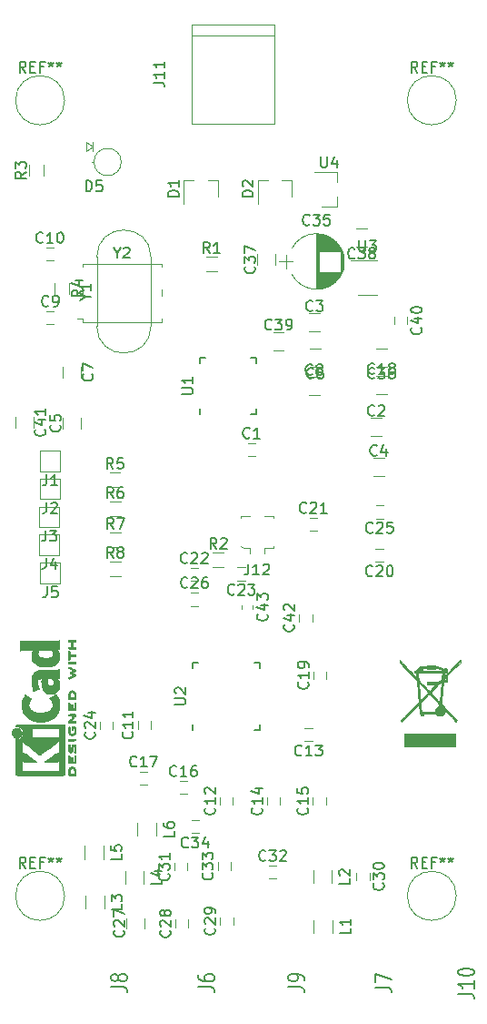
<source format=gbr>
%TF.GenerationSoftware,KiCad,Pcbnew,5.1.8*%
%TF.CreationDate,2020-12-01T23:25:55+08:00*%
%TF.ProjectId,msisdr,6d736973-6472-42e6-9b69-6361645f7063,rev?*%
%TF.SameCoordinates,Original*%
%TF.FileFunction,Legend,Top*%
%TF.FilePolarity,Positive*%
%FSLAX46Y46*%
G04 Gerber Fmt 4.6, Leading zero omitted, Abs format (unit mm)*
G04 Created by KiCad (PCBNEW 5.1.8) date 2020-12-01 23:25:55*
%MOMM*%
%LPD*%
G01*
G04 APERTURE LIST*
%ADD10C,0.120000*%
%ADD11C,0.150000*%
%ADD12C,0.010000*%
%ADD13C,0.200000*%
G04 APERTURE END LIST*
D10*
%TO.C,J12*%
X138925000Y-91670000D02*
X138925000Y-92170000D01*
X137525000Y-91670000D02*
X137525000Y-92170000D01*
X137525000Y-91670000D02*
X136925000Y-91670000D01*
X136925000Y-91670000D02*
X136725000Y-91470000D01*
X139725000Y-91470000D02*
X139725000Y-91670000D01*
X139725000Y-91670000D02*
X138925000Y-91670000D01*
X138925000Y-88670000D02*
X139725000Y-88670000D01*
X139725000Y-88670000D02*
X139725000Y-88870000D01*
X136725000Y-88870000D02*
X136725000Y-88670000D01*
X136725000Y-88670000D02*
X137525000Y-88670000D01*
%TO.C,C43*%
X137842124Y-97004601D02*
X137842124Y-97297135D01*
X136822124Y-97004601D02*
X136822124Y-97297135D01*
%TO.C,REF\u002A\u002A*%
X156786000Y-124000000D02*
G75*
G03*
X156786000Y-124000000I-2286000J0D01*
G01*
X120286000Y-124000000D02*
G75*
G03*
X120286000Y-124000000I-2286000J0D01*
G01*
X156786000Y-50000000D02*
G75*
G03*
X156786000Y-50000000I-2286000J0D01*
G01*
X120286000Y-50000000D02*
G75*
G03*
X120286000Y-50000000I-2286000J0D01*
G01*
%TO.C,C1*%
X137349000Y-81886000D02*
X138049000Y-81886000D01*
X138049000Y-83086000D02*
X137349000Y-83086000D01*
%TO.C,C2*%
X148829000Y-81266000D02*
X149829000Y-81266000D01*
X149829000Y-79566000D02*
X148829000Y-79566000D01*
%TO.C,C3*%
X143079000Y-71506000D02*
X144079000Y-71506000D01*
X144079000Y-69806000D02*
X143079000Y-69806000D01*
%TO.C,C4*%
X149049000Y-84956000D02*
X150049000Y-84956000D01*
X150049000Y-83256000D02*
X149049000Y-83256000D01*
%TO.C,C5*%
X121839000Y-80526000D02*
X121839000Y-79526000D01*
X120139000Y-79526000D02*
X120139000Y-80526000D01*
%TO.C,C6*%
X144119000Y-73076000D02*
X143119000Y-73076000D01*
X143119000Y-74776000D02*
X144119000Y-74776000D01*
%TO.C,C7*%
X120129000Y-74786000D02*
X120129000Y-75786000D01*
X121829000Y-75786000D02*
X121829000Y-74786000D01*
%TO.C,C8*%
X143039000Y-77446000D02*
X144039000Y-77446000D01*
X144039000Y-75746000D02*
X143039000Y-75746000D01*
%TO.C,C9*%
X118599000Y-69626000D02*
X119299000Y-69626000D01*
X119299000Y-70826000D02*
X118599000Y-70826000D01*
%TO.C,C10*%
X118549000Y-63726000D02*
X119249000Y-63726000D01*
X119249000Y-64926000D02*
X118549000Y-64926000D01*
%TO.C,C11*%
X127106120Y-108452400D02*
X127106120Y-107752400D01*
X128306120Y-107752400D02*
X128306120Y-108452400D01*
%TO.C,C12*%
X134766760Y-115528840D02*
X134766760Y-114828840D01*
X135966760Y-114828840D02*
X135966760Y-115528840D01*
%TO.C,C13*%
X143369000Y-109626000D02*
X142669000Y-109626000D01*
X142669000Y-108426000D02*
X143369000Y-108426000D01*
%TO.C,C14*%
X139155880Y-115528840D02*
X139155880Y-114828840D01*
X140355880Y-114828840D02*
X140355880Y-115528840D01*
%TO.C,C15*%
X143423080Y-115539000D02*
X143423080Y-114839000D01*
X144623080Y-114839000D02*
X144623080Y-115539000D01*
%TO.C,C16*%
X131003560Y-113326620D02*
X131703560Y-113326620D01*
X131703560Y-114526620D02*
X131003560Y-114526620D01*
%TO.C,C17*%
X127285000Y-112442700D02*
X127985000Y-112442700D01*
X127985000Y-113642700D02*
X127285000Y-113642700D01*
%TO.C,C18*%
X149309000Y-77356000D02*
X150309000Y-77356000D01*
X150309000Y-75656000D02*
X149309000Y-75656000D01*
%TO.C,C19*%
X143479000Y-103826000D02*
X143479000Y-103126000D01*
X144679000Y-103126000D02*
X144679000Y-103826000D01*
%TO.C,C20*%
X149959000Y-92926000D02*
X149259000Y-92926000D01*
X149259000Y-91726000D02*
X149959000Y-91726000D01*
%TO.C,C21*%
X143109000Y-88846000D02*
X143809000Y-88846000D01*
X143809000Y-90046000D02*
X143109000Y-90046000D01*
%TO.C,C22*%
X132019000Y-93506000D02*
X132719000Y-93506000D01*
X132719000Y-94706000D02*
X132019000Y-94706000D01*
%TO.C,C23*%
X137099000Y-94656000D02*
X136399000Y-94656000D01*
X136399000Y-93456000D02*
X137099000Y-93456000D01*
%TO.C,C24*%
X123590760Y-108472720D02*
X123590760Y-107772720D01*
X124790760Y-107772720D02*
X124790760Y-108472720D01*
%TO.C,C25*%
X149979000Y-88896000D02*
X149279000Y-88896000D01*
X149279000Y-87696000D02*
X149979000Y-87696000D01*
%TO.C,C26*%
X132029720Y-95818400D02*
X132729720Y-95818400D01*
X132729720Y-97018400D02*
X132029720Y-97018400D01*
%TO.C,C27*%
X127761100Y-127068200D02*
X127761100Y-126068200D01*
X126061100Y-126068200D02*
X126061100Y-127068200D01*
%TO.C,C28*%
X130621480Y-126925820D02*
X130621480Y-126225820D01*
X131821480Y-126225820D02*
X131821480Y-126925820D01*
%TO.C,C29*%
X134784540Y-126702300D02*
X134784540Y-126002300D01*
X135984540Y-126002300D02*
X135984540Y-126702300D01*
%TO.C,C30*%
X148694700Y-121836700D02*
X148694700Y-122536700D01*
X147494700Y-122536700D02*
X147494700Y-121836700D01*
%TO.C,C31*%
X130509720Y-121645160D02*
X130509720Y-120945160D01*
X131709720Y-120945160D02*
X131709720Y-121645160D01*
%TO.C,C32*%
X139309360Y-121198080D02*
X140009360Y-121198080D01*
X140009360Y-122398080D02*
X139309360Y-122398080D01*
%TO.C,C33*%
X134561020Y-121589280D02*
X134561020Y-120889280D01*
X135761020Y-120889280D02*
X135761020Y-121589280D01*
%TO.C,C34*%
X132800840Y-118179140D02*
X132100840Y-118179140D01*
X132100840Y-116979140D02*
X132800840Y-116979140D01*
%TO.C,C35*%
X140899000Y-64336000D02*
X140899000Y-65636000D01*
X140299000Y-64986000D02*
X141499000Y-64986000D01*
X146310000Y-64632000D02*
X146310000Y-65340000D01*
X146270000Y-64427000D02*
X146270000Y-65545000D01*
X146230000Y-64279000D02*
X146230000Y-65693000D01*
X146190000Y-64157000D02*
X146190000Y-65815000D01*
X146150000Y-64052000D02*
X146150000Y-65920000D01*
X146110000Y-63958000D02*
X146110000Y-66014000D01*
X146070000Y-63874000D02*
X146070000Y-66098000D01*
X146030000Y-63797000D02*
X146030000Y-66175000D01*
X145990000Y-63725000D02*
X145990000Y-66247000D01*
X145950000Y-65966000D02*
X145950000Y-66313000D01*
X145950000Y-63659000D02*
X145950000Y-64006000D01*
X145910000Y-65966000D02*
X145910000Y-66376000D01*
X145910000Y-63596000D02*
X145910000Y-64006000D01*
X145870000Y-65966000D02*
X145870000Y-66434000D01*
X145870000Y-63538000D02*
X145870000Y-64006000D01*
X145830000Y-65966000D02*
X145830000Y-66490000D01*
X145830000Y-63482000D02*
X145830000Y-64006000D01*
X145790000Y-65966000D02*
X145790000Y-66542000D01*
X145790000Y-63430000D02*
X145790000Y-64006000D01*
X145750000Y-65966000D02*
X145750000Y-66592000D01*
X145750000Y-63380000D02*
X145750000Y-64006000D01*
X145710000Y-65966000D02*
X145710000Y-66640000D01*
X145710000Y-63332000D02*
X145710000Y-64006000D01*
X145670000Y-65966000D02*
X145670000Y-66685000D01*
X145670000Y-63287000D02*
X145670000Y-64006000D01*
X145630000Y-65966000D02*
X145630000Y-66728000D01*
X145630000Y-63244000D02*
X145630000Y-64006000D01*
X145590000Y-65966000D02*
X145590000Y-66769000D01*
X145590000Y-63203000D02*
X145590000Y-64006000D01*
X145550000Y-65966000D02*
X145550000Y-66809000D01*
X145550000Y-63163000D02*
X145550000Y-64006000D01*
X145510000Y-65966000D02*
X145510000Y-66847000D01*
X145510000Y-63125000D02*
X145510000Y-64006000D01*
X145470000Y-65966000D02*
X145470000Y-66883000D01*
X145470000Y-63089000D02*
X145470000Y-64006000D01*
X145430000Y-65966000D02*
X145430000Y-66918000D01*
X145430000Y-63054000D02*
X145430000Y-64006000D01*
X145390000Y-65966000D02*
X145390000Y-66951000D01*
X145390000Y-63021000D02*
X145390000Y-64006000D01*
X145350000Y-65966000D02*
X145350000Y-66983000D01*
X145350000Y-62989000D02*
X145350000Y-64006000D01*
X145310000Y-65966000D02*
X145310000Y-67014000D01*
X145310000Y-62958000D02*
X145310000Y-64006000D01*
X145270000Y-65966000D02*
X145270000Y-67044000D01*
X145270000Y-62928000D02*
X145270000Y-64006000D01*
X145230000Y-65966000D02*
X145230000Y-67072000D01*
X145230000Y-62900000D02*
X145230000Y-64006000D01*
X145190000Y-65966000D02*
X145190000Y-67099000D01*
X145190000Y-62873000D02*
X145190000Y-64006000D01*
X145150000Y-65966000D02*
X145150000Y-67126000D01*
X145150000Y-62846000D02*
X145150000Y-64006000D01*
X145110000Y-65966000D02*
X145110000Y-67151000D01*
X145110000Y-62821000D02*
X145110000Y-64006000D01*
X145070000Y-65966000D02*
X145070000Y-67175000D01*
X145070000Y-62797000D02*
X145070000Y-64006000D01*
X145030000Y-65966000D02*
X145030000Y-67198000D01*
X145030000Y-62774000D02*
X145030000Y-64006000D01*
X144990000Y-65966000D02*
X144990000Y-67220000D01*
X144990000Y-62752000D02*
X144990000Y-64006000D01*
X144950000Y-65966000D02*
X144950000Y-67242000D01*
X144950000Y-62730000D02*
X144950000Y-64006000D01*
X144910000Y-65966000D02*
X144910000Y-67262000D01*
X144910000Y-62710000D02*
X144910000Y-64006000D01*
X144870000Y-65966000D02*
X144870000Y-67282000D01*
X144870000Y-62690000D02*
X144870000Y-64006000D01*
X144830000Y-65966000D02*
X144830000Y-67301000D01*
X144830000Y-62671000D02*
X144830000Y-64006000D01*
X144790000Y-65966000D02*
X144790000Y-67319000D01*
X144790000Y-62653000D02*
X144790000Y-64006000D01*
X144750000Y-65966000D02*
X144750000Y-67336000D01*
X144750000Y-62636000D02*
X144750000Y-64006000D01*
X144710000Y-65966000D02*
X144710000Y-67352000D01*
X144710000Y-62620000D02*
X144710000Y-64006000D01*
X144670000Y-65966000D02*
X144670000Y-67368000D01*
X144670000Y-62604000D02*
X144670000Y-64006000D01*
X144630000Y-65966000D02*
X144630000Y-67382000D01*
X144630000Y-62590000D02*
X144630000Y-64006000D01*
X144590000Y-65966000D02*
X144590000Y-67396000D01*
X144590000Y-62576000D02*
X144590000Y-64006000D01*
X144550000Y-65966000D02*
X144550000Y-67410000D01*
X144550000Y-62562000D02*
X144550000Y-64006000D01*
X144510000Y-65966000D02*
X144510000Y-67422000D01*
X144510000Y-62550000D02*
X144510000Y-64006000D01*
X144470000Y-65966000D02*
X144470000Y-67434000D01*
X144470000Y-62538000D02*
X144470000Y-64006000D01*
X144429000Y-65966000D02*
X144429000Y-67446000D01*
X144429000Y-62526000D02*
X144429000Y-64006000D01*
X144389000Y-65966000D02*
X144389000Y-67456000D01*
X144389000Y-62516000D02*
X144389000Y-64006000D01*
X144349000Y-65966000D02*
X144349000Y-67466000D01*
X144349000Y-62506000D02*
X144349000Y-64006000D01*
X144309000Y-65966000D02*
X144309000Y-67475000D01*
X144309000Y-62497000D02*
X144309000Y-64006000D01*
X144269000Y-65966000D02*
X144269000Y-67484000D01*
X144269000Y-62488000D02*
X144269000Y-64006000D01*
X144229000Y-65966000D02*
X144229000Y-67492000D01*
X144229000Y-62480000D02*
X144229000Y-64006000D01*
X144189000Y-65966000D02*
X144189000Y-67499000D01*
X144189000Y-62473000D02*
X144189000Y-64006000D01*
X144149000Y-65966000D02*
X144149000Y-67505000D01*
X144149000Y-62467000D02*
X144149000Y-64006000D01*
X144109000Y-65966000D02*
X144109000Y-67511000D01*
X144109000Y-62461000D02*
X144109000Y-64006000D01*
X144069000Y-65966000D02*
X144069000Y-67517000D01*
X144069000Y-62455000D02*
X144069000Y-64006000D01*
X144029000Y-65966000D02*
X144029000Y-67521000D01*
X144029000Y-62451000D02*
X144029000Y-64006000D01*
X143989000Y-62447000D02*
X143989000Y-67525000D01*
X143949000Y-62443000D02*
X143949000Y-67529000D01*
X143909000Y-62440000D02*
X143909000Y-67532000D01*
X143869000Y-62438000D02*
X143869000Y-67534000D01*
X143829000Y-62437000D02*
X143829000Y-67535000D01*
X143789000Y-62436000D02*
X143789000Y-67536000D01*
X143749000Y-62436000D02*
X143749000Y-67536000D01*
X146054722Y-63806277D02*
G75*
G03*
X141443420Y-63806000I-2305722J-1179723D01*
G01*
X146054722Y-66165723D02*
G75*
G02*
X141443420Y-66166000I-2305722J1179723D01*
G01*
X146054722Y-66165723D02*
G75*
G03*
X146054580Y-63806000I-2305722J1179723D01*
G01*
%TO.C,C36*%
X150299000Y-73076000D02*
X149299000Y-73076000D01*
X149299000Y-74776000D02*
X150299000Y-74776000D01*
%TO.C,C37*%
X139940000Y-65320000D02*
X139940000Y-64320000D01*
X138240000Y-64320000D02*
X138240000Y-65320000D01*
%TO.C,C38*%
X148459000Y-61936000D02*
X147459000Y-61936000D01*
X147459000Y-63636000D02*
X148459000Y-63636000D01*
%TO.C,J11*%
X139869000Y-52146000D02*
X139869000Y-42946000D01*
X132169000Y-52146000D02*
X139869000Y-52146000D01*
X132169000Y-42946000D02*
X132169000Y-52146000D01*
X139869000Y-42946000D02*
X132169000Y-42946000D01*
X139869000Y-43946000D02*
X132169000Y-43946000D01*
%TO.C,L1*%
X145240900Y-126234900D02*
X145240900Y-127434900D01*
X143480900Y-127434900D02*
X143480900Y-126234900D01*
%TO.C,L2*%
X145202800Y-121624800D02*
X145202800Y-122824800D01*
X143442800Y-122824800D02*
X143442800Y-121624800D01*
%TO.C,L3*%
X123970940Y-123992080D02*
X123970940Y-125192080D01*
X122210940Y-125192080D02*
X122210940Y-123992080D01*
%TO.C,L4*%
X127676800Y-121662900D02*
X127676800Y-122862900D01*
X125916800Y-122862900D02*
X125916800Y-121662900D01*
%TO.C,L5*%
X123915060Y-119354040D02*
X123915060Y-120554040D01*
X122155060Y-120554040D02*
X122155060Y-119354040D01*
%TO.C,L6*%
X128819800Y-117205200D02*
X128819800Y-118405200D01*
X127059800Y-118405200D02*
X127059800Y-117205200D01*
%TO.C,R1*%
X133469000Y-64526000D02*
X134469000Y-64526000D01*
X134469000Y-65886000D02*
X133469000Y-65886000D01*
%TO.C,R2*%
X134120000Y-92030000D02*
X135120000Y-92030000D01*
X135120000Y-93390000D02*
X134120000Y-93390000D01*
D11*
%TO.C,U1*%
X132904000Y-73941000D02*
X132904000Y-74466000D01*
X138154000Y-73941000D02*
X138154000Y-74466000D01*
X138154000Y-79191000D02*
X138154000Y-78666000D01*
X132904000Y-79191000D02*
X132904000Y-78666000D01*
X138154000Y-73941000D02*
X137629000Y-73941000D01*
X138154000Y-79191000D02*
X137629000Y-79191000D01*
X132904000Y-73941000D02*
X133429000Y-73941000D01*
%TO.C,U2*%
X132209000Y-102276000D02*
X132209000Y-102801000D01*
X138509000Y-102276000D02*
X138509000Y-102801000D01*
X138509000Y-108576000D02*
X138509000Y-108051000D01*
X132209000Y-108576000D02*
X132209000Y-108051000D01*
X138509000Y-102276000D02*
X137984000Y-102276000D01*
X138509000Y-108576000D02*
X137984000Y-108576000D01*
X132209000Y-102276000D02*
X132734000Y-102276000D01*
D10*
%TO.C,Y1*%
X128334000Y-70986000D02*
X128334000Y-64586000D01*
X123284000Y-70986000D02*
X123284000Y-64586000D01*
X128334000Y-70986000D02*
G75*
G02*
X123284000Y-70986000I-2525000J0D01*
G01*
X128334000Y-64586000D02*
G75*
G03*
X123284000Y-64586000I-2525000J0D01*
G01*
%TO.C,J1*%
X119849000Y-82606000D02*
X117999000Y-82606000D01*
X119849000Y-82656000D02*
X119849000Y-82606000D01*
X119849000Y-84506000D02*
X119849000Y-82656000D01*
X117999000Y-84506000D02*
X119849000Y-84506000D01*
X117999000Y-82606000D02*
X117999000Y-84506000D01*
%TO.C,J2*%
X119829000Y-85206000D02*
X117979000Y-85206000D01*
X119829000Y-85256000D02*
X119829000Y-85206000D01*
X119829000Y-87106000D02*
X119829000Y-85256000D01*
X117979000Y-87106000D02*
X119829000Y-87106000D01*
X117979000Y-85206000D02*
X117979000Y-87106000D01*
%TO.C,J3*%
X119769000Y-87796000D02*
X117919000Y-87796000D01*
X119769000Y-87846000D02*
X119769000Y-87796000D01*
X119769000Y-89696000D02*
X119769000Y-87846000D01*
X117919000Y-89696000D02*
X119769000Y-89696000D01*
X117919000Y-87796000D02*
X117919000Y-89696000D01*
%TO.C,J4*%
X119799000Y-90386000D02*
X117949000Y-90386000D01*
X119799000Y-90436000D02*
X119799000Y-90386000D01*
X119799000Y-92286000D02*
X119799000Y-90436000D01*
X117949000Y-92286000D02*
X119799000Y-92286000D01*
X117949000Y-90386000D02*
X117949000Y-92286000D01*
%TO.C,J5*%
X119879000Y-93016000D02*
X118029000Y-93016000D01*
X119879000Y-93066000D02*
X119879000Y-93016000D01*
X119879000Y-94916000D02*
X119879000Y-93066000D01*
X118029000Y-94916000D02*
X119879000Y-94916000D01*
X118029000Y-93016000D02*
X118029000Y-94916000D01*
%TO.C,C39*%
X139720000Y-73260000D02*
X140720000Y-73260000D01*
X140720000Y-71560000D02*
X139720000Y-71560000D01*
%TO.C,D5*%
X125556371Y-55740000D02*
G75*
G03*
X125556371Y-55740000I-1266371J0D01*
G01*
X122300333Y-53871000D02*
X122893000Y-54315500D01*
X122300333Y-54760000D02*
X122300333Y-53871000D01*
X122893000Y-54315500D02*
X122300333Y-54760000D01*
X122893000Y-54760000D02*
X122893000Y-53871000D01*
X123023629Y-55740000D02*
X122850000Y-55740000D01*
%TO.C,R3*%
X117010000Y-56990000D02*
X117010000Y-55990000D01*
X118370000Y-55990000D02*
X118370000Y-56990000D01*
%TO.C,C40*%
X152210000Y-70140000D02*
X152210000Y-70840000D01*
X151010000Y-70840000D02*
X151010000Y-70140000D01*
%TO.C,R4*%
X120730000Y-66980000D02*
X120730000Y-67980000D01*
X119370000Y-67980000D02*
X119370000Y-66980000D01*
%TO.C,U3*%
X149400000Y-64900000D02*
X146950000Y-64900000D01*
X147600000Y-68120000D02*
X149400000Y-68120000D01*
%TO.C,U4*%
X145690000Y-59870000D02*
X144230000Y-59870000D01*
X145690000Y-56710000D02*
X143530000Y-56710000D01*
X145690000Y-56710000D02*
X145690000Y-57640000D01*
X145690000Y-59870000D02*
X145690000Y-58940000D01*
%TO.C,Y2*%
X129340000Y-67610000D02*
X129340000Y-68210000D01*
X121940000Y-68210000D02*
X121940000Y-67610000D01*
X121440000Y-68210000D02*
X121940000Y-68210000D01*
X129340000Y-70610000D02*
X129340000Y-70310000D01*
X121940000Y-70610000D02*
X129340000Y-70610000D01*
X121940000Y-70310000D02*
X121940000Y-70610000D01*
X121440000Y-70310000D02*
X121940000Y-70310000D01*
X129340000Y-65210000D02*
X129340000Y-65510000D01*
X121940000Y-65210000D02*
X129340000Y-65210000D01*
X121940000Y-65510000D02*
X121940000Y-65210000D01*
%TO.C,D1*%
X134550000Y-57460000D02*
X134550000Y-58920000D01*
X131390000Y-57460000D02*
X131390000Y-59620000D01*
X131390000Y-57460000D02*
X132320000Y-57460000D01*
X134550000Y-57460000D02*
X133620000Y-57460000D01*
%TO.C,D2*%
X141470000Y-57470000D02*
X141470000Y-58930000D01*
X138310000Y-57470000D02*
X138310000Y-59630000D01*
X138310000Y-57470000D02*
X139240000Y-57470000D01*
X141470000Y-57470000D02*
X140540000Y-57470000D01*
%TO.C,R5*%
X124470000Y-84580000D02*
X125470000Y-84580000D01*
X125470000Y-85940000D02*
X124470000Y-85940000D01*
%TO.C,R6*%
X124490000Y-87310000D02*
X125490000Y-87310000D01*
X125490000Y-88670000D02*
X124490000Y-88670000D01*
%TO.C,R7*%
X124510000Y-90170000D02*
X125510000Y-90170000D01*
X125510000Y-91530000D02*
X124510000Y-91530000D01*
%TO.C,R8*%
X124490000Y-92870000D02*
X125490000Y-92870000D01*
X125490000Y-94230000D02*
X124490000Y-94230000D01*
D12*
%TO.C,REF\u002A\u002A\u002A*%
G36*
X115356571Y-108773043D02*
G01*
X115380809Y-108676768D01*
X115423641Y-108590184D01*
X115483419Y-108515373D01*
X115558494Y-108454418D01*
X115647220Y-108409399D01*
X115743530Y-108383136D01*
X115840795Y-108377286D01*
X115934654Y-108392140D01*
X116022511Y-108425840D01*
X116101770Y-108476528D01*
X116169836Y-108542345D01*
X116224112Y-108621434D01*
X116262002Y-108711934D01*
X116274426Y-108763200D01*
X116281947Y-108807698D01*
X116284919Y-108841999D01*
X116283094Y-108874960D01*
X116276225Y-108915434D01*
X116269250Y-108948531D01*
X116237741Y-109041947D01*
X116186617Y-109125619D01*
X116117429Y-109197665D01*
X116031728Y-109256200D01*
X116004489Y-109270148D01*
X115968122Y-109286586D01*
X115937582Y-109296894D01*
X115905450Y-109302460D01*
X115864307Y-109304669D01*
X115818222Y-109304948D01*
X115733865Y-109300861D01*
X115664586Y-109287446D01*
X115603961Y-109262256D01*
X115545567Y-109222846D01*
X115501302Y-109184298D01*
X115435484Y-109112406D01*
X115390053Y-109037313D01*
X115362850Y-108954562D01*
X115352576Y-108876928D01*
X115356571Y-108773043D01*
G37*
X115356571Y-108773043D02*
X115380809Y-108676768D01*
X115423641Y-108590184D01*
X115483419Y-108515373D01*
X115558494Y-108454418D01*
X115647220Y-108409399D01*
X115743530Y-108383136D01*
X115840795Y-108377286D01*
X115934654Y-108392140D01*
X116022511Y-108425840D01*
X116101770Y-108476528D01*
X116169836Y-108542345D01*
X116224112Y-108621434D01*
X116262002Y-108711934D01*
X116274426Y-108763200D01*
X116281947Y-108807698D01*
X116284919Y-108841999D01*
X116283094Y-108874960D01*
X116276225Y-108915434D01*
X116269250Y-108948531D01*
X116237741Y-109041947D01*
X116186617Y-109125619D01*
X116117429Y-109197665D01*
X116031728Y-109256200D01*
X116004489Y-109270148D01*
X115968122Y-109286586D01*
X115937582Y-109296894D01*
X115905450Y-109302460D01*
X115864307Y-109304669D01*
X115818222Y-109304948D01*
X115733865Y-109300861D01*
X115664586Y-109287446D01*
X115603961Y-109262256D01*
X115545567Y-109222846D01*
X115501302Y-109184298D01*
X115435484Y-109112406D01*
X115390053Y-109037313D01*
X115362850Y-108954562D01*
X115352576Y-108876928D01*
X115356571Y-108773043D01*
G36*
X117802245Y-100313493D02*
G01*
X118036662Y-100313474D01*
X118249603Y-100313448D01*
X118442168Y-100313375D01*
X118615459Y-100313218D01*
X118770576Y-100312936D01*
X118908620Y-100312491D01*
X119030692Y-100311844D01*
X119137894Y-100310955D01*
X119231326Y-100309787D01*
X119312090Y-100308299D01*
X119381286Y-100306454D01*
X119440015Y-100304211D01*
X119489379Y-100301531D01*
X119530478Y-100298377D01*
X119564413Y-100294708D01*
X119592286Y-100290487D01*
X119615198Y-100285673D01*
X119634249Y-100280227D01*
X119650540Y-100274112D01*
X119665173Y-100267288D01*
X119679249Y-100259715D01*
X119693868Y-100251355D01*
X119702974Y-100246161D01*
X119763689Y-100211896D01*
X119763689Y-101070045D01*
X119667733Y-101070045D01*
X119624370Y-101070776D01*
X119591205Y-101072728D01*
X119573424Y-101075537D01*
X119571778Y-101076779D01*
X119578662Y-101088201D01*
X119596505Y-101110916D01*
X119615879Y-101133615D01*
X119656614Y-101188200D01*
X119697617Y-101257679D01*
X119735123Y-101334730D01*
X119765364Y-101412035D01*
X119775012Y-101442887D01*
X119789578Y-101511384D01*
X119799539Y-101594236D01*
X119804583Y-101683629D01*
X119804396Y-101771752D01*
X119798666Y-101850793D01*
X119792858Y-101888489D01*
X119754797Y-102026586D01*
X119697073Y-102153887D01*
X119620211Y-102269708D01*
X119524739Y-102373363D01*
X119411179Y-102464167D01*
X119300381Y-102530969D01*
X119183625Y-102585836D01*
X119064276Y-102627837D01*
X118938283Y-102657833D01*
X118801594Y-102676689D01*
X118650158Y-102685268D01*
X118572711Y-102685994D01*
X118515934Y-102683900D01*
X118515934Y-101854783D01*
X118609002Y-101854576D01*
X118696692Y-101851663D01*
X118773772Y-101846000D01*
X118835009Y-101837545D01*
X118847350Y-101834962D01*
X118954633Y-101803160D01*
X119041658Y-101761502D01*
X119108642Y-101709637D01*
X119155805Y-101647219D01*
X119183365Y-101573900D01*
X119191541Y-101489331D01*
X119180551Y-101393165D01*
X119164829Y-101329689D01*
X119146639Y-101280546D01*
X119120791Y-101226417D01*
X119097089Y-101185756D01*
X119050721Y-101115200D01*
X117900530Y-101115200D01*
X117856962Y-101182608D01*
X117816040Y-101261133D01*
X117789389Y-101345319D01*
X117777465Y-101430443D01*
X117780722Y-101511784D01*
X117799615Y-101584620D01*
X117815184Y-101616574D01*
X117858181Y-101674499D01*
X117914953Y-101723456D01*
X117987575Y-101764610D01*
X118078121Y-101799126D01*
X118188666Y-101828167D01*
X118194533Y-101829448D01*
X118256788Y-101839619D01*
X118334594Y-101847261D01*
X118422720Y-101852330D01*
X118515934Y-101854783D01*
X118515934Y-102683900D01*
X118359895Y-102678143D01*
X118164059Y-102656198D01*
X117985332Y-102620214D01*
X117823845Y-102570241D01*
X117679726Y-102506332D01*
X117553106Y-102428538D01*
X117444115Y-102336911D01*
X117352883Y-102231503D01*
X117321932Y-102186338D01*
X117265785Y-102085389D01*
X117226174Y-101982099D01*
X117202014Y-101872011D01*
X117192219Y-101750670D01*
X117193265Y-101658164D01*
X117204231Y-101528510D01*
X117226046Y-101415916D01*
X117259714Y-101317125D01*
X117306236Y-101228879D01*
X117340448Y-101180014D01*
X117362362Y-101150647D01*
X117377333Y-101128957D01*
X117381733Y-101120747D01*
X117370904Y-101119132D01*
X117340251Y-101117841D01*
X117292526Y-101116862D01*
X117230479Y-101116183D01*
X117156862Y-101115790D01*
X117074427Y-101115670D01*
X116985925Y-101115812D01*
X116894107Y-101116203D01*
X116801724Y-101116829D01*
X116711528Y-101117680D01*
X116626271Y-101118740D01*
X116548703Y-101119999D01*
X116481576Y-101121444D01*
X116427641Y-101123062D01*
X116389650Y-101124839D01*
X116382667Y-101125331D01*
X116312251Y-101132908D01*
X116257102Y-101144469D01*
X116209981Y-101162208D01*
X116163647Y-101188318D01*
X116154067Y-101194585D01*
X116117378Y-101219017D01*
X116117378Y-100313689D01*
X117802245Y-100313493D01*
G37*
X117802245Y-100313493D02*
X118036662Y-100313474D01*
X118249603Y-100313448D01*
X118442168Y-100313375D01*
X118615459Y-100313218D01*
X118770576Y-100312936D01*
X118908620Y-100312491D01*
X119030692Y-100311844D01*
X119137894Y-100310955D01*
X119231326Y-100309787D01*
X119312090Y-100308299D01*
X119381286Y-100306454D01*
X119440015Y-100304211D01*
X119489379Y-100301531D01*
X119530478Y-100298377D01*
X119564413Y-100294708D01*
X119592286Y-100290487D01*
X119615198Y-100285673D01*
X119634249Y-100280227D01*
X119650540Y-100274112D01*
X119665173Y-100267288D01*
X119679249Y-100259715D01*
X119693868Y-100251355D01*
X119702974Y-100246161D01*
X119763689Y-100211896D01*
X119763689Y-101070045D01*
X119667733Y-101070045D01*
X119624370Y-101070776D01*
X119591205Y-101072728D01*
X119573424Y-101075537D01*
X119571778Y-101076779D01*
X119578662Y-101088201D01*
X119596505Y-101110916D01*
X119615879Y-101133615D01*
X119656614Y-101188200D01*
X119697617Y-101257679D01*
X119735123Y-101334730D01*
X119765364Y-101412035D01*
X119775012Y-101442887D01*
X119789578Y-101511384D01*
X119799539Y-101594236D01*
X119804583Y-101683629D01*
X119804396Y-101771752D01*
X119798666Y-101850793D01*
X119792858Y-101888489D01*
X119754797Y-102026586D01*
X119697073Y-102153887D01*
X119620211Y-102269708D01*
X119524739Y-102373363D01*
X119411179Y-102464167D01*
X119300381Y-102530969D01*
X119183625Y-102585836D01*
X119064276Y-102627837D01*
X118938283Y-102657833D01*
X118801594Y-102676689D01*
X118650158Y-102685268D01*
X118572711Y-102685994D01*
X118515934Y-102683900D01*
X118515934Y-101854783D01*
X118609002Y-101854576D01*
X118696692Y-101851663D01*
X118773772Y-101846000D01*
X118835009Y-101837545D01*
X118847350Y-101834962D01*
X118954633Y-101803160D01*
X119041658Y-101761502D01*
X119108642Y-101709637D01*
X119155805Y-101647219D01*
X119183365Y-101573900D01*
X119191541Y-101489331D01*
X119180551Y-101393165D01*
X119164829Y-101329689D01*
X119146639Y-101280546D01*
X119120791Y-101226417D01*
X119097089Y-101185756D01*
X119050721Y-101115200D01*
X117900530Y-101115200D01*
X117856962Y-101182608D01*
X117816040Y-101261133D01*
X117789389Y-101345319D01*
X117777465Y-101430443D01*
X117780722Y-101511784D01*
X117799615Y-101584620D01*
X117815184Y-101616574D01*
X117858181Y-101674499D01*
X117914953Y-101723456D01*
X117987575Y-101764610D01*
X118078121Y-101799126D01*
X118188666Y-101828167D01*
X118194533Y-101829448D01*
X118256788Y-101839619D01*
X118334594Y-101847261D01*
X118422720Y-101852330D01*
X118515934Y-101854783D01*
X118515934Y-102683900D01*
X118359895Y-102678143D01*
X118164059Y-102656198D01*
X117985332Y-102620214D01*
X117823845Y-102570241D01*
X117679726Y-102506332D01*
X117553106Y-102428538D01*
X117444115Y-102336911D01*
X117352883Y-102231503D01*
X117321932Y-102186338D01*
X117265785Y-102085389D01*
X117226174Y-101982099D01*
X117202014Y-101872011D01*
X117192219Y-101750670D01*
X117193265Y-101658164D01*
X117204231Y-101528510D01*
X117226046Y-101415916D01*
X117259714Y-101317125D01*
X117306236Y-101228879D01*
X117340448Y-101180014D01*
X117362362Y-101150647D01*
X117377333Y-101128957D01*
X117381733Y-101120747D01*
X117370904Y-101119132D01*
X117340251Y-101117841D01*
X117292526Y-101116862D01*
X117230479Y-101116183D01*
X117156862Y-101115790D01*
X117074427Y-101115670D01*
X116985925Y-101115812D01*
X116894107Y-101116203D01*
X116801724Y-101116829D01*
X116711528Y-101117680D01*
X116626271Y-101118740D01*
X116548703Y-101119999D01*
X116481576Y-101121444D01*
X116427641Y-101123062D01*
X116389650Y-101124839D01*
X116382667Y-101125331D01*
X116312251Y-101132908D01*
X116257102Y-101144469D01*
X116209981Y-101162208D01*
X116163647Y-101188318D01*
X116154067Y-101194585D01*
X116117378Y-101219017D01*
X116117378Y-100313689D01*
X117802245Y-100313493D01*
G36*
X117196552Y-103826426D02*
G01*
X117216567Y-103674508D01*
X117250202Y-103539244D01*
X117297725Y-103419761D01*
X117359405Y-103315185D01*
X117422965Y-103237576D01*
X117497099Y-103168735D01*
X117576871Y-103114994D01*
X117669091Y-103072090D01*
X117712161Y-103056616D01*
X117751142Y-103043756D01*
X117787289Y-103032554D01*
X117822434Y-103022880D01*
X117858410Y-103014604D01*
X117897050Y-103007597D01*
X117940185Y-103001728D01*
X117989649Y-102996869D01*
X118047273Y-102992890D01*
X118114891Y-102989660D01*
X118194334Y-102987051D01*
X118287436Y-102984933D01*
X118396027Y-102983176D01*
X118521942Y-102981651D01*
X118667012Y-102980228D01*
X118809778Y-102978975D01*
X118965968Y-102977649D01*
X119101239Y-102976444D01*
X119217246Y-102975234D01*
X119315645Y-102973894D01*
X119398093Y-102972300D01*
X119466246Y-102970325D01*
X119521760Y-102967844D01*
X119566292Y-102964731D01*
X119601498Y-102960862D01*
X119629034Y-102956111D01*
X119650556Y-102950352D01*
X119667722Y-102943461D01*
X119682186Y-102935311D01*
X119695606Y-102925777D01*
X119709638Y-102914734D01*
X119715071Y-102910434D01*
X119737910Y-102894614D01*
X119753463Y-102887578D01*
X119753922Y-102887556D01*
X119756121Y-102898433D01*
X119758147Y-102929418D01*
X119759942Y-102978043D01*
X119761451Y-103041837D01*
X119762616Y-103118331D01*
X119763380Y-103205056D01*
X119763686Y-103299543D01*
X119763689Y-103310450D01*
X119763689Y-103733343D01*
X119667622Y-103736605D01*
X119571556Y-103739867D01*
X119622543Y-103801956D01*
X119690057Y-103899286D01*
X119744749Y-104009187D01*
X119774978Y-104095651D01*
X119789666Y-104164722D01*
X119799659Y-104248075D01*
X119804646Y-104337841D01*
X119804313Y-104426155D01*
X119798351Y-104505149D01*
X119792638Y-104541378D01*
X119754776Y-104681397D01*
X119699932Y-104807822D01*
X119628924Y-104919740D01*
X119542568Y-105016238D01*
X119441679Y-105096400D01*
X119327076Y-105159313D01*
X119200984Y-105203688D01*
X119144401Y-105216022D01*
X119082202Y-105223632D01*
X119007363Y-105227261D01*
X118973467Y-105227755D01*
X118970282Y-105227690D01*
X118970282Y-104467752D01*
X119045333Y-104458459D01*
X119109160Y-104430272D01*
X119164798Y-104381803D01*
X119169211Y-104376746D01*
X119204037Y-104328452D01*
X119226620Y-104276743D01*
X119238540Y-104216011D01*
X119241383Y-104140648D01*
X119240978Y-104122541D01*
X119238325Y-104068722D01*
X119232909Y-104028692D01*
X119222745Y-103993676D01*
X119205850Y-103954897D01*
X119200672Y-103944255D01*
X119164844Y-103883604D01*
X119122212Y-103836785D01*
X119106973Y-103824048D01*
X119050462Y-103779378D01*
X118854586Y-103779378D01*
X118775939Y-103779914D01*
X118717988Y-103781604D01*
X118678875Y-103784572D01*
X118656741Y-103788943D01*
X118650274Y-103793028D01*
X118647111Y-103808953D01*
X118644488Y-103842736D01*
X118642655Y-103889660D01*
X118641857Y-103945007D01*
X118641842Y-103953894D01*
X118647096Y-104074670D01*
X118663263Y-104177340D01*
X118690961Y-104263894D01*
X118730808Y-104336319D01*
X118777758Y-104391249D01*
X118835645Y-104435796D01*
X118898693Y-104460520D01*
X118970282Y-104467752D01*
X118970282Y-105227690D01*
X118879712Y-105225822D01*
X118800812Y-105217478D01*
X118729590Y-105201232D01*
X118658864Y-105175595D01*
X118606493Y-105151599D01*
X118511196Y-105092980D01*
X118423170Y-105014883D01*
X118344017Y-104919685D01*
X118275340Y-104809762D01*
X118218741Y-104687490D01*
X118175821Y-104555245D01*
X118160882Y-104490578D01*
X118138777Y-104354396D01*
X118124194Y-104205951D01*
X118117813Y-104054495D01*
X118119445Y-103927936D01*
X118126224Y-103766050D01*
X118067245Y-103773470D01*
X117968092Y-103792762D01*
X117887372Y-103823896D01*
X117824466Y-103867731D01*
X117778756Y-103925129D01*
X117749622Y-103996952D01*
X117736447Y-104084059D01*
X117738611Y-104187314D01*
X117742612Y-104225289D01*
X117767780Y-104366480D01*
X117808814Y-104503293D01*
X117846815Y-104597822D01*
X117866190Y-104642982D01*
X117881760Y-104681415D01*
X117891405Y-104707766D01*
X117893452Y-104715454D01*
X117884374Y-104725198D01*
X117855405Y-104741917D01*
X117806217Y-104765768D01*
X117736484Y-104796907D01*
X117645879Y-104835493D01*
X117630089Y-104842090D01*
X117557772Y-104872147D01*
X117492425Y-104899126D01*
X117436906Y-104921864D01*
X117394072Y-104939194D01*
X117366781Y-104949952D01*
X117357942Y-104953059D01*
X117353187Y-104943060D01*
X117347910Y-104916783D01*
X117344231Y-104888511D01*
X117339474Y-104858354D01*
X117330028Y-104810567D01*
X117316820Y-104749388D01*
X117300776Y-104679054D01*
X117282820Y-104603806D01*
X117275797Y-104575245D01*
X117250209Y-104470184D01*
X117230147Y-104382520D01*
X117214969Y-104307932D01*
X117204035Y-104242097D01*
X117196704Y-104180693D01*
X117192335Y-104119398D01*
X117190287Y-104053890D01*
X117189889Y-103995872D01*
X117196552Y-103826426D01*
G37*
X117196552Y-103826426D02*
X117216567Y-103674508D01*
X117250202Y-103539244D01*
X117297725Y-103419761D01*
X117359405Y-103315185D01*
X117422965Y-103237576D01*
X117497099Y-103168735D01*
X117576871Y-103114994D01*
X117669091Y-103072090D01*
X117712161Y-103056616D01*
X117751142Y-103043756D01*
X117787289Y-103032554D01*
X117822434Y-103022880D01*
X117858410Y-103014604D01*
X117897050Y-103007597D01*
X117940185Y-103001728D01*
X117989649Y-102996869D01*
X118047273Y-102992890D01*
X118114891Y-102989660D01*
X118194334Y-102987051D01*
X118287436Y-102984933D01*
X118396027Y-102983176D01*
X118521942Y-102981651D01*
X118667012Y-102980228D01*
X118809778Y-102978975D01*
X118965968Y-102977649D01*
X119101239Y-102976444D01*
X119217246Y-102975234D01*
X119315645Y-102973894D01*
X119398093Y-102972300D01*
X119466246Y-102970325D01*
X119521760Y-102967844D01*
X119566292Y-102964731D01*
X119601498Y-102960862D01*
X119629034Y-102956111D01*
X119650556Y-102950352D01*
X119667722Y-102943461D01*
X119682186Y-102935311D01*
X119695606Y-102925777D01*
X119709638Y-102914734D01*
X119715071Y-102910434D01*
X119737910Y-102894614D01*
X119753463Y-102887578D01*
X119753922Y-102887556D01*
X119756121Y-102898433D01*
X119758147Y-102929418D01*
X119759942Y-102978043D01*
X119761451Y-103041837D01*
X119762616Y-103118331D01*
X119763380Y-103205056D01*
X119763686Y-103299543D01*
X119763689Y-103310450D01*
X119763689Y-103733343D01*
X119667622Y-103736605D01*
X119571556Y-103739867D01*
X119622543Y-103801956D01*
X119690057Y-103899286D01*
X119744749Y-104009187D01*
X119774978Y-104095651D01*
X119789666Y-104164722D01*
X119799659Y-104248075D01*
X119804646Y-104337841D01*
X119804313Y-104426155D01*
X119798351Y-104505149D01*
X119792638Y-104541378D01*
X119754776Y-104681397D01*
X119699932Y-104807822D01*
X119628924Y-104919740D01*
X119542568Y-105016238D01*
X119441679Y-105096400D01*
X119327076Y-105159313D01*
X119200984Y-105203688D01*
X119144401Y-105216022D01*
X119082202Y-105223632D01*
X119007363Y-105227261D01*
X118973467Y-105227755D01*
X118970282Y-105227690D01*
X118970282Y-104467752D01*
X119045333Y-104458459D01*
X119109160Y-104430272D01*
X119164798Y-104381803D01*
X119169211Y-104376746D01*
X119204037Y-104328452D01*
X119226620Y-104276743D01*
X119238540Y-104216011D01*
X119241383Y-104140648D01*
X119240978Y-104122541D01*
X119238325Y-104068722D01*
X119232909Y-104028692D01*
X119222745Y-103993676D01*
X119205850Y-103954897D01*
X119200672Y-103944255D01*
X119164844Y-103883604D01*
X119122212Y-103836785D01*
X119106973Y-103824048D01*
X119050462Y-103779378D01*
X118854586Y-103779378D01*
X118775939Y-103779914D01*
X118717988Y-103781604D01*
X118678875Y-103784572D01*
X118656741Y-103788943D01*
X118650274Y-103793028D01*
X118647111Y-103808953D01*
X118644488Y-103842736D01*
X118642655Y-103889660D01*
X118641857Y-103945007D01*
X118641842Y-103953894D01*
X118647096Y-104074670D01*
X118663263Y-104177340D01*
X118690961Y-104263894D01*
X118730808Y-104336319D01*
X118777758Y-104391249D01*
X118835645Y-104435796D01*
X118898693Y-104460520D01*
X118970282Y-104467752D01*
X118970282Y-105227690D01*
X118879712Y-105225822D01*
X118800812Y-105217478D01*
X118729590Y-105201232D01*
X118658864Y-105175595D01*
X118606493Y-105151599D01*
X118511196Y-105092980D01*
X118423170Y-105014883D01*
X118344017Y-104919685D01*
X118275340Y-104809762D01*
X118218741Y-104687490D01*
X118175821Y-104555245D01*
X118160882Y-104490578D01*
X118138777Y-104354396D01*
X118124194Y-104205951D01*
X118117813Y-104054495D01*
X118119445Y-103927936D01*
X118126224Y-103766050D01*
X118067245Y-103773470D01*
X117968092Y-103792762D01*
X117887372Y-103823896D01*
X117824466Y-103867731D01*
X117778756Y-103925129D01*
X117749622Y-103996952D01*
X117736447Y-104084059D01*
X117738611Y-104187314D01*
X117742612Y-104225289D01*
X117767780Y-104366480D01*
X117808814Y-104503293D01*
X117846815Y-104597822D01*
X117866190Y-104642982D01*
X117881760Y-104681415D01*
X117891405Y-104707766D01*
X117893452Y-104715454D01*
X117884374Y-104725198D01*
X117855405Y-104741917D01*
X117806217Y-104765768D01*
X117736484Y-104796907D01*
X117645879Y-104835493D01*
X117630089Y-104842090D01*
X117557772Y-104872147D01*
X117492425Y-104899126D01*
X117436906Y-104921864D01*
X117394072Y-104939194D01*
X117366781Y-104949952D01*
X117357942Y-104953059D01*
X117353187Y-104943060D01*
X117347910Y-104916783D01*
X117344231Y-104888511D01*
X117339474Y-104858354D01*
X117330028Y-104810567D01*
X117316820Y-104749388D01*
X117300776Y-104679054D01*
X117282820Y-104603806D01*
X117275797Y-104575245D01*
X117250209Y-104470184D01*
X117230147Y-104382520D01*
X117214969Y-104307932D01*
X117204035Y-104242097D01*
X117196704Y-104180693D01*
X117192335Y-104119398D01*
X117190287Y-104053890D01*
X117189889Y-103995872D01*
X117196552Y-103826426D01*
G36*
X116279071Y-106171571D02*
G01*
X116300245Y-106011430D01*
X116340385Y-105847490D01*
X116399889Y-105677687D01*
X116479154Y-105499957D01*
X116484699Y-105488690D01*
X116512725Y-105430995D01*
X116536802Y-105379448D01*
X116555249Y-105337809D01*
X116566386Y-105309838D01*
X116568933Y-105300267D01*
X116573941Y-105281050D01*
X116578147Y-105276439D01*
X116588580Y-105281542D01*
X116614868Y-105297582D01*
X116654257Y-105322712D01*
X116703991Y-105355086D01*
X116761315Y-105392857D01*
X116823476Y-105434178D01*
X116887718Y-105477202D01*
X116951285Y-105520083D01*
X117011425Y-105560974D01*
X117065380Y-105598029D01*
X117110397Y-105629400D01*
X117143721Y-105653241D01*
X117162597Y-105667706D01*
X117164787Y-105669691D01*
X117160138Y-105679809D01*
X117142962Y-105702150D01*
X117116440Y-105732720D01*
X117101964Y-105748464D01*
X117026682Y-105844953D01*
X116971241Y-105951664D01*
X116936141Y-106067168D01*
X116921880Y-106190038D01*
X116923051Y-106259439D01*
X116940212Y-106380577D01*
X116976094Y-106489795D01*
X117030959Y-106587418D01*
X117105070Y-106673772D01*
X117198688Y-106749185D01*
X117312076Y-106813982D01*
X117398667Y-106851399D01*
X117534366Y-106895252D01*
X117681850Y-106927572D01*
X117837314Y-106948443D01*
X117996956Y-106957949D01*
X118156973Y-106956173D01*
X118313561Y-106943197D01*
X118462918Y-106919106D01*
X118601240Y-106883982D01*
X118724724Y-106837908D01*
X118758978Y-106821627D01*
X118873064Y-106753380D01*
X118969557Y-106672921D01*
X119047670Y-106581430D01*
X119106617Y-106480089D01*
X119145612Y-106370080D01*
X119163868Y-106252585D01*
X119165211Y-106211117D01*
X119154290Y-106089559D01*
X119121474Y-105969122D01*
X119067439Y-105851334D01*
X118992865Y-105737723D01*
X118914539Y-105646315D01*
X118870008Y-105599785D01*
X119167271Y-105418517D01*
X119241433Y-105373420D01*
X119309646Y-105332181D01*
X119369459Y-105296265D01*
X119418420Y-105267134D01*
X119454079Y-105246250D01*
X119473984Y-105235076D01*
X119477079Y-105233625D01*
X119486718Y-105241854D01*
X119503999Y-105267433D01*
X119527283Y-105307127D01*
X119554934Y-105357703D01*
X119585315Y-105415926D01*
X119616790Y-105478563D01*
X119647722Y-105542379D01*
X119676473Y-105604140D01*
X119701408Y-105660612D01*
X119720889Y-105708562D01*
X119729318Y-105732014D01*
X119767133Y-105865779D01*
X119792136Y-106003673D01*
X119805140Y-106151378D01*
X119807468Y-106278167D01*
X119806373Y-106346122D01*
X119804275Y-106411723D01*
X119801434Y-106469153D01*
X119798106Y-106512597D01*
X119796422Y-106526702D01*
X119767587Y-106665716D01*
X119722468Y-106807243D01*
X119663750Y-106944725D01*
X119594120Y-107071606D01*
X119541441Y-107149111D01*
X119433239Y-107276519D01*
X119306671Y-107394822D01*
X119164866Y-107501828D01*
X119010951Y-107595348D01*
X118848053Y-107673190D01*
X118730756Y-107717044D01*
X118547128Y-107767292D01*
X118352581Y-107800791D01*
X118151325Y-107817551D01*
X117947568Y-107817584D01*
X117745521Y-107800899D01*
X117549392Y-107767507D01*
X117363391Y-107717420D01*
X117351803Y-107713603D01*
X117189750Y-107650719D01*
X117041832Y-107573972D01*
X116903865Y-107480758D01*
X116771661Y-107368473D01*
X116726399Y-107324608D01*
X116602457Y-107188466D01*
X116499915Y-107048509D01*
X116417656Y-106902589D01*
X116354564Y-106748558D01*
X116309523Y-106584268D01*
X116292033Y-106488711D01*
X116276466Y-106329977D01*
X116279071Y-106171571D01*
G37*
X116279071Y-106171571D02*
X116300245Y-106011430D01*
X116340385Y-105847490D01*
X116399889Y-105677687D01*
X116479154Y-105499957D01*
X116484699Y-105488690D01*
X116512725Y-105430995D01*
X116536802Y-105379448D01*
X116555249Y-105337809D01*
X116566386Y-105309838D01*
X116568933Y-105300267D01*
X116573941Y-105281050D01*
X116578147Y-105276439D01*
X116588580Y-105281542D01*
X116614868Y-105297582D01*
X116654257Y-105322712D01*
X116703991Y-105355086D01*
X116761315Y-105392857D01*
X116823476Y-105434178D01*
X116887718Y-105477202D01*
X116951285Y-105520083D01*
X117011425Y-105560974D01*
X117065380Y-105598029D01*
X117110397Y-105629400D01*
X117143721Y-105653241D01*
X117162597Y-105667706D01*
X117164787Y-105669691D01*
X117160138Y-105679809D01*
X117142962Y-105702150D01*
X117116440Y-105732720D01*
X117101964Y-105748464D01*
X117026682Y-105844953D01*
X116971241Y-105951664D01*
X116936141Y-106067168D01*
X116921880Y-106190038D01*
X116923051Y-106259439D01*
X116940212Y-106380577D01*
X116976094Y-106489795D01*
X117030959Y-106587418D01*
X117105070Y-106673772D01*
X117198688Y-106749185D01*
X117312076Y-106813982D01*
X117398667Y-106851399D01*
X117534366Y-106895252D01*
X117681850Y-106927572D01*
X117837314Y-106948443D01*
X117996956Y-106957949D01*
X118156973Y-106956173D01*
X118313561Y-106943197D01*
X118462918Y-106919106D01*
X118601240Y-106883982D01*
X118724724Y-106837908D01*
X118758978Y-106821627D01*
X118873064Y-106753380D01*
X118969557Y-106672921D01*
X119047670Y-106581430D01*
X119106617Y-106480089D01*
X119145612Y-106370080D01*
X119163868Y-106252585D01*
X119165211Y-106211117D01*
X119154290Y-106089559D01*
X119121474Y-105969122D01*
X119067439Y-105851334D01*
X118992865Y-105737723D01*
X118914539Y-105646315D01*
X118870008Y-105599785D01*
X119167271Y-105418517D01*
X119241433Y-105373420D01*
X119309646Y-105332181D01*
X119369459Y-105296265D01*
X119418420Y-105267134D01*
X119454079Y-105246250D01*
X119473984Y-105235076D01*
X119477079Y-105233625D01*
X119486718Y-105241854D01*
X119503999Y-105267433D01*
X119527283Y-105307127D01*
X119554934Y-105357703D01*
X119585315Y-105415926D01*
X119616790Y-105478563D01*
X119647722Y-105542379D01*
X119676473Y-105604140D01*
X119701408Y-105660612D01*
X119720889Y-105708562D01*
X119729318Y-105732014D01*
X119767133Y-105865779D01*
X119792136Y-106003673D01*
X119805140Y-106151378D01*
X119807468Y-106278167D01*
X119806373Y-106346122D01*
X119804275Y-106411723D01*
X119801434Y-106469153D01*
X119798106Y-106512597D01*
X119796422Y-106526702D01*
X119767587Y-106665716D01*
X119722468Y-106807243D01*
X119663750Y-106944725D01*
X119594120Y-107071606D01*
X119541441Y-107149111D01*
X119433239Y-107276519D01*
X119306671Y-107394822D01*
X119164866Y-107501828D01*
X119010951Y-107595348D01*
X118848053Y-107673190D01*
X118730756Y-107717044D01*
X118547128Y-107767292D01*
X118352581Y-107800791D01*
X118151325Y-107817551D01*
X117947568Y-107817584D01*
X117745521Y-107800899D01*
X117549392Y-107767507D01*
X117363391Y-107717420D01*
X117351803Y-107713603D01*
X117189750Y-107650719D01*
X117041832Y-107573972D01*
X116903865Y-107480758D01*
X116771661Y-107368473D01*
X116726399Y-107324608D01*
X116602457Y-107188466D01*
X116499915Y-107048509D01*
X116417656Y-106902589D01*
X116354564Y-106748558D01*
X116309523Y-106584268D01*
X116292033Y-106488711D01*
X116276466Y-106329977D01*
X116279071Y-106171571D01*
G36*
X115819054Y-109446400D02*
G01*
X115932993Y-109435535D01*
X116040616Y-109403918D01*
X116139615Y-109353015D01*
X116227684Y-109284293D01*
X116302516Y-109199219D01*
X116360384Y-109102232D01*
X116400005Y-108995964D01*
X116418573Y-108888950D01*
X116417434Y-108783300D01*
X116397930Y-108681125D01*
X116361406Y-108584534D01*
X116309205Y-108495638D01*
X116242673Y-108416546D01*
X116163152Y-108349369D01*
X116071987Y-108296217D01*
X115970523Y-108259199D01*
X115860102Y-108240427D01*
X115810206Y-108238489D01*
X115722267Y-108238489D01*
X115722267Y-108186560D01*
X115725111Y-108150253D01*
X115736911Y-108123355D01*
X115760649Y-108096249D01*
X115799031Y-108057867D01*
X117990602Y-108057867D01*
X118252739Y-108057876D01*
X118493241Y-108057908D01*
X118713048Y-108057972D01*
X118913101Y-108058076D01*
X119094344Y-108058227D01*
X119257716Y-108058434D01*
X119404160Y-108058706D01*
X119534617Y-108059050D01*
X119650029Y-108059474D01*
X119751338Y-108059987D01*
X119839484Y-108060597D01*
X119915410Y-108061312D01*
X119980057Y-108062140D01*
X120034367Y-108063089D01*
X120079280Y-108064167D01*
X120115740Y-108065383D01*
X120144687Y-108066745D01*
X120167063Y-108068261D01*
X120183809Y-108069938D01*
X120195868Y-108071786D01*
X120204180Y-108073813D01*
X120209687Y-108076025D01*
X120211537Y-108077108D01*
X120218549Y-108081271D01*
X120224996Y-108084805D01*
X120230900Y-108088635D01*
X120236286Y-108093682D01*
X120241178Y-108100871D01*
X120245598Y-108111123D01*
X120249572Y-108125364D01*
X120253121Y-108144514D01*
X120256270Y-108169499D01*
X120259042Y-108201240D01*
X120261461Y-108240662D01*
X120263551Y-108288686D01*
X120265335Y-108346237D01*
X120266837Y-108414237D01*
X120268080Y-108493610D01*
X120269089Y-108585279D01*
X120269885Y-108690166D01*
X120270494Y-108809196D01*
X120270939Y-108943290D01*
X120271243Y-109093373D01*
X120271430Y-109260367D01*
X120271524Y-109445196D01*
X120271548Y-109648783D01*
X120271525Y-109872050D01*
X120271480Y-110115922D01*
X120271437Y-110381321D01*
X120271432Y-110419704D01*
X120271389Y-110686682D01*
X120271318Y-110932002D01*
X120271213Y-111156583D01*
X120271066Y-111361345D01*
X120270869Y-111547206D01*
X120270616Y-111715088D01*
X120270300Y-111865908D01*
X120269913Y-112000587D01*
X120269447Y-112120044D01*
X120268897Y-112225199D01*
X120268253Y-112316971D01*
X120267511Y-112396279D01*
X120266661Y-112464043D01*
X120265697Y-112521182D01*
X120264611Y-112568617D01*
X120263397Y-112607266D01*
X120262047Y-112638049D01*
X120260555Y-112661885D01*
X120258911Y-112679694D01*
X120257111Y-112692395D01*
X120255145Y-112700908D01*
X120253477Y-112705266D01*
X120249906Y-112713728D01*
X120247270Y-112721497D01*
X120244634Y-112728602D01*
X120241062Y-112735073D01*
X120235621Y-112740939D01*
X120227375Y-112746229D01*
X120215390Y-112750974D01*
X120198731Y-112755202D01*
X120176463Y-112758943D01*
X120147652Y-112762227D01*
X120111363Y-112765083D01*
X120066661Y-112767540D01*
X120012611Y-112769629D01*
X119948279Y-112771378D01*
X119872730Y-112772817D01*
X119785030Y-112773976D01*
X119684243Y-112774883D01*
X119569434Y-112775569D01*
X119439670Y-112776063D01*
X119294015Y-112776395D01*
X119131535Y-112776593D01*
X118951295Y-112776687D01*
X118752360Y-112776708D01*
X118533796Y-112776685D01*
X118294668Y-112776646D01*
X118034040Y-112776622D01*
X117991889Y-112776622D01*
X117728992Y-112776636D01*
X117487732Y-112776661D01*
X117267165Y-112776671D01*
X117066352Y-112776642D01*
X116884349Y-112776548D01*
X116720216Y-112776362D01*
X116573011Y-112776059D01*
X116441792Y-112775614D01*
X116331867Y-112775034D01*
X116331867Y-112472197D01*
X116389711Y-112432407D01*
X116405479Y-112421236D01*
X116419441Y-112411166D01*
X116432784Y-112402138D01*
X116446693Y-112394097D01*
X116462356Y-112386986D01*
X116480958Y-112380747D01*
X116503686Y-112375325D01*
X116531727Y-112370662D01*
X116566267Y-112366701D01*
X116608492Y-112363385D01*
X116659589Y-112360659D01*
X116720744Y-112358464D01*
X116793144Y-112356745D01*
X116877975Y-112355444D01*
X116976422Y-112354505D01*
X117089674Y-112353870D01*
X117218916Y-112353484D01*
X117365334Y-112353288D01*
X117530116Y-112353227D01*
X117714447Y-112353243D01*
X117919513Y-112353280D01*
X118042133Y-112353289D01*
X118259082Y-112353265D01*
X118454642Y-112353231D01*
X118629999Y-112353243D01*
X118786341Y-112353358D01*
X118924857Y-112353630D01*
X119046734Y-112354118D01*
X119153160Y-112354876D01*
X119245322Y-112355962D01*
X119324409Y-112357431D01*
X119391608Y-112359340D01*
X119448107Y-112361744D01*
X119495093Y-112364701D01*
X119533755Y-112368266D01*
X119565280Y-112372495D01*
X119590855Y-112377446D01*
X119611670Y-112383173D01*
X119628911Y-112389733D01*
X119643765Y-112397183D01*
X119657422Y-112405579D01*
X119671069Y-112414976D01*
X119685893Y-112425432D01*
X119694783Y-112431523D01*
X119752400Y-112470296D01*
X119752400Y-111938732D01*
X119752365Y-111815483D01*
X119752215Y-111712987D01*
X119751878Y-111629420D01*
X119751286Y-111562956D01*
X119750367Y-111511771D01*
X119749051Y-111474041D01*
X119747269Y-111447940D01*
X119744951Y-111431644D01*
X119742026Y-111423328D01*
X119738424Y-111421168D01*
X119734075Y-111423339D01*
X119732645Y-111424535D01*
X119695573Y-111449685D01*
X119642772Y-111475583D01*
X119580770Y-111499192D01*
X119554357Y-111507461D01*
X119536416Y-111512078D01*
X119515355Y-111515979D01*
X119489089Y-111519248D01*
X119455532Y-111521966D01*
X119412599Y-111524215D01*
X119358204Y-111526077D01*
X119290262Y-111527636D01*
X119206688Y-111528972D01*
X119105395Y-111530169D01*
X118984300Y-111531308D01*
X118939600Y-111531685D01*
X118814449Y-111532702D01*
X118710082Y-111533460D01*
X118624707Y-111533903D01*
X118556533Y-111533970D01*
X118503765Y-111533605D01*
X118464614Y-111532748D01*
X118437285Y-111531341D01*
X118419986Y-111529325D01*
X118410926Y-111526643D01*
X118408312Y-111523236D01*
X118410351Y-111519044D01*
X118414667Y-111514571D01*
X118427602Y-111504216D01*
X118456676Y-111482158D01*
X118499759Y-111449957D01*
X118554718Y-111409174D01*
X118619423Y-111361370D01*
X118691742Y-111308105D01*
X118769544Y-111250940D01*
X118850698Y-111191437D01*
X118933072Y-111131155D01*
X119014536Y-111071655D01*
X119092957Y-111014498D01*
X119166204Y-110961245D01*
X119232147Y-110913457D01*
X119288654Y-110872693D01*
X119333593Y-110840516D01*
X119364834Y-110818485D01*
X119371466Y-110813917D01*
X119408369Y-110790996D01*
X119456359Y-110764188D01*
X119505897Y-110738789D01*
X119512577Y-110735568D01*
X119560772Y-110713890D01*
X119598334Y-110701304D01*
X119634160Y-110695574D01*
X119676200Y-110694456D01*
X119752400Y-110695090D01*
X119752400Y-109540651D01*
X119658669Y-109631815D01*
X119608775Y-109678612D01*
X119552295Y-109728899D01*
X119498026Y-109774944D01*
X119472673Y-109795369D01*
X119433128Y-109825807D01*
X119379916Y-109865862D01*
X119314667Y-109914361D01*
X119239011Y-109970135D01*
X119154577Y-110032011D01*
X119062994Y-110098819D01*
X118965892Y-110169387D01*
X118864901Y-110242545D01*
X118761650Y-110317121D01*
X118657768Y-110391944D01*
X118554885Y-110465843D01*
X118454631Y-110537646D01*
X118358636Y-110606184D01*
X118268527Y-110670284D01*
X118185936Y-110728775D01*
X118112492Y-110780486D01*
X118049824Y-110824247D01*
X117999561Y-110858885D01*
X117963334Y-110883230D01*
X117942771Y-110896111D01*
X117938668Y-110897869D01*
X117927342Y-110889910D01*
X117900162Y-110869115D01*
X117858829Y-110836847D01*
X117805044Y-110794470D01*
X117740506Y-110743347D01*
X117666918Y-110684841D01*
X117585978Y-110620314D01*
X117499388Y-110551131D01*
X117408848Y-110478653D01*
X117316060Y-110404246D01*
X117241702Y-110344517D01*
X117241702Y-109333511D01*
X117254659Y-109327602D01*
X117276908Y-109313272D01*
X117278391Y-109312225D01*
X117308544Y-109293438D01*
X117345375Y-109273791D01*
X117353511Y-109269892D01*
X117361940Y-109266356D01*
X117372059Y-109263230D01*
X117385260Y-109260486D01*
X117402938Y-109258092D01*
X117426484Y-109256019D01*
X117457293Y-109254235D01*
X117496757Y-109252712D01*
X117546269Y-109251419D01*
X117607223Y-109250326D01*
X117681011Y-109249403D01*
X117769028Y-109248619D01*
X117872665Y-109247945D01*
X117993316Y-109247350D01*
X118132374Y-109246805D01*
X118291232Y-109246279D01*
X118470089Y-109245745D01*
X118655207Y-109245206D01*
X118819145Y-109244772D01*
X118963303Y-109244509D01*
X119089079Y-109244484D01*
X119197871Y-109244765D01*
X119291077Y-109245419D01*
X119370097Y-109246514D01*
X119436328Y-109248118D01*
X119491170Y-109250297D01*
X119536021Y-109253119D01*
X119572278Y-109256651D01*
X119601341Y-109260961D01*
X119624609Y-109266117D01*
X119643479Y-109272185D01*
X119659351Y-109279233D01*
X119673622Y-109287329D01*
X119687691Y-109296540D01*
X119700158Y-109305040D01*
X119726452Y-109322176D01*
X119744037Y-109332322D01*
X119747257Y-109333511D01*
X119748334Y-109322604D01*
X119749335Y-109291411D01*
X119750235Y-109242223D01*
X119751010Y-109177333D01*
X119751637Y-109099030D01*
X119752091Y-109009607D01*
X119752349Y-108911356D01*
X119752400Y-108842445D01*
X119752180Y-108737452D01*
X119751548Y-108640610D01*
X119750549Y-108554107D01*
X119749227Y-108480132D01*
X119747626Y-108420874D01*
X119745791Y-108378520D01*
X119743765Y-108355260D01*
X119742493Y-108351378D01*
X119727591Y-108359076D01*
X119719560Y-108367074D01*
X119702434Y-108380246D01*
X119672183Y-108397485D01*
X119647622Y-108409407D01*
X119588711Y-108436045D01*
X118411845Y-108439120D01*
X117234978Y-108442195D01*
X117234978Y-108887853D01*
X117235142Y-108985670D01*
X117235611Y-109076064D01*
X117236347Y-109156630D01*
X117237316Y-109224962D01*
X117238480Y-109278656D01*
X117239803Y-109315305D01*
X117241249Y-109332504D01*
X117241702Y-109333511D01*
X117241702Y-110344517D01*
X117222722Y-110329270D01*
X117130537Y-110255090D01*
X117041204Y-110183069D01*
X116956424Y-110114569D01*
X116877898Y-110050955D01*
X116807326Y-109993588D01*
X116746409Y-109943833D01*
X116696847Y-109903052D01*
X116676178Y-109885888D01*
X116575516Y-109799596D01*
X116492259Y-109722997D01*
X116424438Y-109654183D01*
X116370089Y-109591248D01*
X116362722Y-109581867D01*
X116332117Y-109542356D01*
X116331867Y-110674116D01*
X116379844Y-110668827D01*
X116437188Y-110672130D01*
X116505463Y-110693661D01*
X116585212Y-110733635D01*
X116657495Y-110778943D01*
X116680140Y-110795161D01*
X116717696Y-110823214D01*
X116768021Y-110861430D01*
X116828973Y-110908137D01*
X116898411Y-110961661D01*
X116974194Y-111020331D01*
X117054180Y-111082475D01*
X117136228Y-111146421D01*
X117218196Y-111210495D01*
X117297943Y-111273027D01*
X117373327Y-111332343D01*
X117442207Y-111386771D01*
X117502442Y-111434639D01*
X117551889Y-111474275D01*
X117588408Y-111504006D01*
X117609858Y-111522161D01*
X117613156Y-111525220D01*
X117605149Y-111528079D01*
X117574855Y-111530293D01*
X117522556Y-111531857D01*
X117448531Y-111532767D01*
X117353063Y-111533020D01*
X117236434Y-111532613D01*
X117116445Y-111531704D01*
X116984333Y-111530382D01*
X116872594Y-111528857D01*
X116779025Y-111526881D01*
X116701419Y-111524206D01*
X116637574Y-111520582D01*
X116585283Y-111515761D01*
X116542344Y-111509494D01*
X116506551Y-111501532D01*
X116475700Y-111491627D01*
X116447586Y-111479531D01*
X116420005Y-111464993D01*
X116394966Y-111450311D01*
X116331867Y-111412314D01*
X116331867Y-112472197D01*
X116331867Y-112775034D01*
X116325617Y-112775001D01*
X116223544Y-112774195D01*
X116134633Y-112773170D01*
X116057941Y-112771900D01*
X115992527Y-112770360D01*
X115937449Y-112768524D01*
X115891765Y-112766367D01*
X115854534Y-112763863D01*
X115824813Y-112760987D01*
X115801662Y-112757713D01*
X115784139Y-112754015D01*
X115771301Y-112749869D01*
X115762208Y-112745247D01*
X115755918Y-112740126D01*
X115751488Y-112734478D01*
X115747978Y-112728279D01*
X115744445Y-112721504D01*
X115740876Y-112715508D01*
X115738300Y-112710275D01*
X115735972Y-112702099D01*
X115733878Y-112689886D01*
X115732007Y-112672541D01*
X115730347Y-112648969D01*
X115728884Y-112618077D01*
X115727608Y-112578768D01*
X115726504Y-112529950D01*
X115725561Y-112470527D01*
X115724767Y-112399404D01*
X115724109Y-112315488D01*
X115723575Y-112217683D01*
X115723153Y-112104894D01*
X115722829Y-111976029D01*
X115722592Y-111829991D01*
X115722430Y-111665686D01*
X115722330Y-111482020D01*
X115722280Y-111277897D01*
X115722267Y-111066753D01*
X115722267Y-109446400D01*
X115819054Y-109446400D01*
G37*
X115819054Y-109446400D02*
X115932993Y-109435535D01*
X116040616Y-109403918D01*
X116139615Y-109353015D01*
X116227684Y-109284293D01*
X116302516Y-109199219D01*
X116360384Y-109102232D01*
X116400005Y-108995964D01*
X116418573Y-108888950D01*
X116417434Y-108783300D01*
X116397930Y-108681125D01*
X116361406Y-108584534D01*
X116309205Y-108495638D01*
X116242673Y-108416546D01*
X116163152Y-108349369D01*
X116071987Y-108296217D01*
X115970523Y-108259199D01*
X115860102Y-108240427D01*
X115810206Y-108238489D01*
X115722267Y-108238489D01*
X115722267Y-108186560D01*
X115725111Y-108150253D01*
X115736911Y-108123355D01*
X115760649Y-108096249D01*
X115799031Y-108057867D01*
X117990602Y-108057867D01*
X118252739Y-108057876D01*
X118493241Y-108057908D01*
X118713048Y-108057972D01*
X118913101Y-108058076D01*
X119094344Y-108058227D01*
X119257716Y-108058434D01*
X119404160Y-108058706D01*
X119534617Y-108059050D01*
X119650029Y-108059474D01*
X119751338Y-108059987D01*
X119839484Y-108060597D01*
X119915410Y-108061312D01*
X119980057Y-108062140D01*
X120034367Y-108063089D01*
X120079280Y-108064167D01*
X120115740Y-108065383D01*
X120144687Y-108066745D01*
X120167063Y-108068261D01*
X120183809Y-108069938D01*
X120195868Y-108071786D01*
X120204180Y-108073813D01*
X120209687Y-108076025D01*
X120211537Y-108077108D01*
X120218549Y-108081271D01*
X120224996Y-108084805D01*
X120230900Y-108088635D01*
X120236286Y-108093682D01*
X120241178Y-108100871D01*
X120245598Y-108111123D01*
X120249572Y-108125364D01*
X120253121Y-108144514D01*
X120256270Y-108169499D01*
X120259042Y-108201240D01*
X120261461Y-108240662D01*
X120263551Y-108288686D01*
X120265335Y-108346237D01*
X120266837Y-108414237D01*
X120268080Y-108493610D01*
X120269089Y-108585279D01*
X120269885Y-108690166D01*
X120270494Y-108809196D01*
X120270939Y-108943290D01*
X120271243Y-109093373D01*
X120271430Y-109260367D01*
X120271524Y-109445196D01*
X120271548Y-109648783D01*
X120271525Y-109872050D01*
X120271480Y-110115922D01*
X120271437Y-110381321D01*
X120271432Y-110419704D01*
X120271389Y-110686682D01*
X120271318Y-110932002D01*
X120271213Y-111156583D01*
X120271066Y-111361345D01*
X120270869Y-111547206D01*
X120270616Y-111715088D01*
X120270300Y-111865908D01*
X120269913Y-112000587D01*
X120269447Y-112120044D01*
X120268897Y-112225199D01*
X120268253Y-112316971D01*
X120267511Y-112396279D01*
X120266661Y-112464043D01*
X120265697Y-112521182D01*
X120264611Y-112568617D01*
X120263397Y-112607266D01*
X120262047Y-112638049D01*
X120260555Y-112661885D01*
X120258911Y-112679694D01*
X120257111Y-112692395D01*
X120255145Y-112700908D01*
X120253477Y-112705266D01*
X120249906Y-112713728D01*
X120247270Y-112721497D01*
X120244634Y-112728602D01*
X120241062Y-112735073D01*
X120235621Y-112740939D01*
X120227375Y-112746229D01*
X120215390Y-112750974D01*
X120198731Y-112755202D01*
X120176463Y-112758943D01*
X120147652Y-112762227D01*
X120111363Y-112765083D01*
X120066661Y-112767540D01*
X120012611Y-112769629D01*
X119948279Y-112771378D01*
X119872730Y-112772817D01*
X119785030Y-112773976D01*
X119684243Y-112774883D01*
X119569434Y-112775569D01*
X119439670Y-112776063D01*
X119294015Y-112776395D01*
X119131535Y-112776593D01*
X118951295Y-112776687D01*
X118752360Y-112776708D01*
X118533796Y-112776685D01*
X118294668Y-112776646D01*
X118034040Y-112776622D01*
X117991889Y-112776622D01*
X117728992Y-112776636D01*
X117487732Y-112776661D01*
X117267165Y-112776671D01*
X117066352Y-112776642D01*
X116884349Y-112776548D01*
X116720216Y-112776362D01*
X116573011Y-112776059D01*
X116441792Y-112775614D01*
X116331867Y-112775034D01*
X116331867Y-112472197D01*
X116389711Y-112432407D01*
X116405479Y-112421236D01*
X116419441Y-112411166D01*
X116432784Y-112402138D01*
X116446693Y-112394097D01*
X116462356Y-112386986D01*
X116480958Y-112380747D01*
X116503686Y-112375325D01*
X116531727Y-112370662D01*
X116566267Y-112366701D01*
X116608492Y-112363385D01*
X116659589Y-112360659D01*
X116720744Y-112358464D01*
X116793144Y-112356745D01*
X116877975Y-112355444D01*
X116976422Y-112354505D01*
X117089674Y-112353870D01*
X117218916Y-112353484D01*
X117365334Y-112353288D01*
X117530116Y-112353227D01*
X117714447Y-112353243D01*
X117919513Y-112353280D01*
X118042133Y-112353289D01*
X118259082Y-112353265D01*
X118454642Y-112353231D01*
X118629999Y-112353243D01*
X118786341Y-112353358D01*
X118924857Y-112353630D01*
X119046734Y-112354118D01*
X119153160Y-112354876D01*
X119245322Y-112355962D01*
X119324409Y-112357431D01*
X119391608Y-112359340D01*
X119448107Y-112361744D01*
X119495093Y-112364701D01*
X119533755Y-112368266D01*
X119565280Y-112372495D01*
X119590855Y-112377446D01*
X119611670Y-112383173D01*
X119628911Y-112389733D01*
X119643765Y-112397183D01*
X119657422Y-112405579D01*
X119671069Y-112414976D01*
X119685893Y-112425432D01*
X119694783Y-112431523D01*
X119752400Y-112470296D01*
X119752400Y-111938732D01*
X119752365Y-111815483D01*
X119752215Y-111712987D01*
X119751878Y-111629420D01*
X119751286Y-111562956D01*
X119750367Y-111511771D01*
X119749051Y-111474041D01*
X119747269Y-111447940D01*
X119744951Y-111431644D01*
X119742026Y-111423328D01*
X119738424Y-111421168D01*
X119734075Y-111423339D01*
X119732645Y-111424535D01*
X119695573Y-111449685D01*
X119642772Y-111475583D01*
X119580770Y-111499192D01*
X119554357Y-111507461D01*
X119536416Y-111512078D01*
X119515355Y-111515979D01*
X119489089Y-111519248D01*
X119455532Y-111521966D01*
X119412599Y-111524215D01*
X119358204Y-111526077D01*
X119290262Y-111527636D01*
X119206688Y-111528972D01*
X119105395Y-111530169D01*
X118984300Y-111531308D01*
X118939600Y-111531685D01*
X118814449Y-111532702D01*
X118710082Y-111533460D01*
X118624707Y-111533903D01*
X118556533Y-111533970D01*
X118503765Y-111533605D01*
X118464614Y-111532748D01*
X118437285Y-111531341D01*
X118419986Y-111529325D01*
X118410926Y-111526643D01*
X118408312Y-111523236D01*
X118410351Y-111519044D01*
X118414667Y-111514571D01*
X118427602Y-111504216D01*
X118456676Y-111482158D01*
X118499759Y-111449957D01*
X118554718Y-111409174D01*
X118619423Y-111361370D01*
X118691742Y-111308105D01*
X118769544Y-111250940D01*
X118850698Y-111191437D01*
X118933072Y-111131155D01*
X119014536Y-111071655D01*
X119092957Y-111014498D01*
X119166204Y-110961245D01*
X119232147Y-110913457D01*
X119288654Y-110872693D01*
X119333593Y-110840516D01*
X119364834Y-110818485D01*
X119371466Y-110813917D01*
X119408369Y-110790996D01*
X119456359Y-110764188D01*
X119505897Y-110738789D01*
X119512577Y-110735568D01*
X119560772Y-110713890D01*
X119598334Y-110701304D01*
X119634160Y-110695574D01*
X119676200Y-110694456D01*
X119752400Y-110695090D01*
X119752400Y-109540651D01*
X119658669Y-109631815D01*
X119608775Y-109678612D01*
X119552295Y-109728899D01*
X119498026Y-109774944D01*
X119472673Y-109795369D01*
X119433128Y-109825807D01*
X119379916Y-109865862D01*
X119314667Y-109914361D01*
X119239011Y-109970135D01*
X119154577Y-110032011D01*
X119062994Y-110098819D01*
X118965892Y-110169387D01*
X118864901Y-110242545D01*
X118761650Y-110317121D01*
X118657768Y-110391944D01*
X118554885Y-110465843D01*
X118454631Y-110537646D01*
X118358636Y-110606184D01*
X118268527Y-110670284D01*
X118185936Y-110728775D01*
X118112492Y-110780486D01*
X118049824Y-110824247D01*
X117999561Y-110858885D01*
X117963334Y-110883230D01*
X117942771Y-110896111D01*
X117938668Y-110897869D01*
X117927342Y-110889910D01*
X117900162Y-110869115D01*
X117858829Y-110836847D01*
X117805044Y-110794470D01*
X117740506Y-110743347D01*
X117666918Y-110684841D01*
X117585978Y-110620314D01*
X117499388Y-110551131D01*
X117408848Y-110478653D01*
X117316060Y-110404246D01*
X117241702Y-110344517D01*
X117241702Y-109333511D01*
X117254659Y-109327602D01*
X117276908Y-109313272D01*
X117278391Y-109312225D01*
X117308544Y-109293438D01*
X117345375Y-109273791D01*
X117353511Y-109269892D01*
X117361940Y-109266356D01*
X117372059Y-109263230D01*
X117385260Y-109260486D01*
X117402938Y-109258092D01*
X117426484Y-109256019D01*
X117457293Y-109254235D01*
X117496757Y-109252712D01*
X117546269Y-109251419D01*
X117607223Y-109250326D01*
X117681011Y-109249403D01*
X117769028Y-109248619D01*
X117872665Y-109247945D01*
X117993316Y-109247350D01*
X118132374Y-109246805D01*
X118291232Y-109246279D01*
X118470089Y-109245745D01*
X118655207Y-109245206D01*
X118819145Y-109244772D01*
X118963303Y-109244509D01*
X119089079Y-109244484D01*
X119197871Y-109244765D01*
X119291077Y-109245419D01*
X119370097Y-109246514D01*
X119436328Y-109248118D01*
X119491170Y-109250297D01*
X119536021Y-109253119D01*
X119572278Y-109256651D01*
X119601341Y-109260961D01*
X119624609Y-109266117D01*
X119643479Y-109272185D01*
X119659351Y-109279233D01*
X119673622Y-109287329D01*
X119687691Y-109296540D01*
X119700158Y-109305040D01*
X119726452Y-109322176D01*
X119744037Y-109332322D01*
X119747257Y-109333511D01*
X119748334Y-109322604D01*
X119749335Y-109291411D01*
X119750235Y-109242223D01*
X119751010Y-109177333D01*
X119751637Y-109099030D01*
X119752091Y-109009607D01*
X119752349Y-108911356D01*
X119752400Y-108842445D01*
X119752180Y-108737452D01*
X119751548Y-108640610D01*
X119750549Y-108554107D01*
X119749227Y-108480132D01*
X119747626Y-108420874D01*
X119745791Y-108378520D01*
X119743765Y-108355260D01*
X119742493Y-108351378D01*
X119727591Y-108359076D01*
X119719560Y-108367074D01*
X119702434Y-108380246D01*
X119672183Y-108397485D01*
X119647622Y-108409407D01*
X119588711Y-108436045D01*
X118411845Y-108439120D01*
X117234978Y-108442195D01*
X117234978Y-108887853D01*
X117235142Y-108985670D01*
X117235611Y-109076064D01*
X117236347Y-109156630D01*
X117237316Y-109224962D01*
X117238480Y-109278656D01*
X117239803Y-109315305D01*
X117241249Y-109332504D01*
X117241702Y-109333511D01*
X117241702Y-110344517D01*
X117222722Y-110329270D01*
X117130537Y-110255090D01*
X117041204Y-110183069D01*
X116956424Y-110114569D01*
X116877898Y-110050955D01*
X116807326Y-109993588D01*
X116746409Y-109943833D01*
X116696847Y-109903052D01*
X116676178Y-109885888D01*
X116575516Y-109799596D01*
X116492259Y-109722997D01*
X116424438Y-109654183D01*
X116370089Y-109591248D01*
X116362722Y-109581867D01*
X116332117Y-109542356D01*
X116331867Y-110674116D01*
X116379844Y-110668827D01*
X116437188Y-110672130D01*
X116505463Y-110693661D01*
X116585212Y-110733635D01*
X116657495Y-110778943D01*
X116680140Y-110795161D01*
X116717696Y-110823214D01*
X116768021Y-110861430D01*
X116828973Y-110908137D01*
X116898411Y-110961661D01*
X116974194Y-111020331D01*
X117054180Y-111082475D01*
X117136228Y-111146421D01*
X117218196Y-111210495D01*
X117297943Y-111273027D01*
X117373327Y-111332343D01*
X117442207Y-111386771D01*
X117502442Y-111434639D01*
X117551889Y-111474275D01*
X117588408Y-111504006D01*
X117609858Y-111522161D01*
X117613156Y-111525220D01*
X117605149Y-111528079D01*
X117574855Y-111530293D01*
X117522556Y-111531857D01*
X117448531Y-111532767D01*
X117353063Y-111533020D01*
X117236434Y-111532613D01*
X117116445Y-111531704D01*
X116984333Y-111530382D01*
X116872594Y-111528857D01*
X116779025Y-111526881D01*
X116701419Y-111524206D01*
X116637574Y-111520582D01*
X116585283Y-111515761D01*
X116542344Y-111509494D01*
X116506551Y-111501532D01*
X116475700Y-111491627D01*
X116447586Y-111479531D01*
X116420005Y-111464993D01*
X116394966Y-111450311D01*
X116331867Y-111412314D01*
X116331867Y-112472197D01*
X116331867Y-112775034D01*
X116325617Y-112775001D01*
X116223544Y-112774195D01*
X116134633Y-112773170D01*
X116057941Y-112771900D01*
X115992527Y-112770360D01*
X115937449Y-112768524D01*
X115891765Y-112766367D01*
X115854534Y-112763863D01*
X115824813Y-112760987D01*
X115801662Y-112757713D01*
X115784139Y-112754015D01*
X115771301Y-112749869D01*
X115762208Y-112745247D01*
X115755918Y-112740126D01*
X115751488Y-112734478D01*
X115747978Y-112728279D01*
X115744445Y-112721504D01*
X115740876Y-112715508D01*
X115738300Y-112710275D01*
X115735972Y-112702099D01*
X115733878Y-112689886D01*
X115732007Y-112672541D01*
X115730347Y-112648969D01*
X115728884Y-112618077D01*
X115727608Y-112578768D01*
X115726504Y-112529950D01*
X115725561Y-112470527D01*
X115724767Y-112399404D01*
X115724109Y-112315488D01*
X115723575Y-112217683D01*
X115723153Y-112104894D01*
X115722829Y-111976029D01*
X115722592Y-111829991D01*
X115722430Y-111665686D01*
X115722330Y-111482020D01*
X115722280Y-111277897D01*
X115722267Y-111066753D01*
X115722267Y-109446400D01*
X115819054Y-109446400D01*
G36*
X120604533Y-100271177D02*
G01*
X120626776Y-100239798D01*
X120654485Y-100212089D01*
X120963920Y-100212089D01*
X121055799Y-100212162D01*
X121127840Y-100212505D01*
X121182780Y-100213308D01*
X121223360Y-100214759D01*
X121252317Y-100217048D01*
X121272391Y-100220364D01*
X121286321Y-100224895D01*
X121296845Y-100230831D01*
X121303100Y-100235486D01*
X121327673Y-100266217D01*
X121330341Y-100301504D01*
X121315271Y-100333755D01*
X121306374Y-100344412D01*
X121294557Y-100351536D01*
X121275526Y-100355833D01*
X121244992Y-100358009D01*
X121198662Y-100358772D01*
X121162871Y-100358845D01*
X121028045Y-100358845D01*
X121028045Y-100855556D01*
X121150700Y-100855556D01*
X121206787Y-100856069D01*
X121245333Y-100858124D01*
X121271361Y-100862492D01*
X121289897Y-100869944D01*
X121303100Y-100878953D01*
X121327604Y-100909856D01*
X121330506Y-100944804D01*
X121313089Y-100978262D01*
X121303959Y-100987396D01*
X121291855Y-100993848D01*
X121273001Y-100998103D01*
X121243620Y-101000648D01*
X121199937Y-101001971D01*
X121138175Y-101002557D01*
X121124000Y-101002625D01*
X121007631Y-101003109D01*
X120911727Y-101003359D01*
X120834177Y-101003277D01*
X120772869Y-101002769D01*
X120725690Y-101001738D01*
X120690530Y-101000087D01*
X120665276Y-100997721D01*
X120647817Y-100994543D01*
X120636041Y-100990456D01*
X120627835Y-100985366D01*
X120621645Y-100979734D01*
X120601844Y-100947872D01*
X120604533Y-100914643D01*
X120626776Y-100883265D01*
X120641126Y-100870567D01*
X120656978Y-100862474D01*
X120679554Y-100857958D01*
X120714078Y-100855994D01*
X120765776Y-100855556D01*
X120881289Y-100855556D01*
X120881289Y-100358845D01*
X120762756Y-100358845D01*
X120708148Y-100358338D01*
X120671275Y-100356302D01*
X120647307Y-100351965D01*
X120631415Y-100344553D01*
X120621645Y-100336267D01*
X120601844Y-100304406D01*
X120604533Y-100271177D01*
G37*
X120604533Y-100271177D02*
X120626776Y-100239798D01*
X120654485Y-100212089D01*
X120963920Y-100212089D01*
X121055799Y-100212162D01*
X121127840Y-100212505D01*
X121182780Y-100213308D01*
X121223360Y-100214759D01*
X121252317Y-100217048D01*
X121272391Y-100220364D01*
X121286321Y-100224895D01*
X121296845Y-100230831D01*
X121303100Y-100235486D01*
X121327673Y-100266217D01*
X121330341Y-100301504D01*
X121315271Y-100333755D01*
X121306374Y-100344412D01*
X121294557Y-100351536D01*
X121275526Y-100355833D01*
X121244992Y-100358009D01*
X121198662Y-100358772D01*
X121162871Y-100358845D01*
X121028045Y-100358845D01*
X121028045Y-100855556D01*
X121150700Y-100855556D01*
X121206787Y-100856069D01*
X121245333Y-100858124D01*
X121271361Y-100862492D01*
X121289897Y-100869944D01*
X121303100Y-100878953D01*
X121327604Y-100909856D01*
X121330506Y-100944804D01*
X121313089Y-100978262D01*
X121303959Y-100987396D01*
X121291855Y-100993848D01*
X121273001Y-100998103D01*
X121243620Y-101000648D01*
X121199937Y-101001971D01*
X121138175Y-101002557D01*
X121124000Y-101002625D01*
X121007631Y-101003109D01*
X120911727Y-101003359D01*
X120834177Y-101003277D01*
X120772869Y-101002769D01*
X120725690Y-101001738D01*
X120690530Y-101000087D01*
X120665276Y-100997721D01*
X120647817Y-100994543D01*
X120636041Y-100990456D01*
X120627835Y-100985366D01*
X120621645Y-100979734D01*
X120601844Y-100947872D01*
X120604533Y-100914643D01*
X120626776Y-100883265D01*
X120641126Y-100870567D01*
X120656978Y-100862474D01*
X120679554Y-100857958D01*
X120714078Y-100855994D01*
X120765776Y-100855556D01*
X120881289Y-100855556D01*
X120881289Y-100358845D01*
X120762756Y-100358845D01*
X120708148Y-100358338D01*
X120671275Y-100356302D01*
X120647307Y-100351965D01*
X120631415Y-100344553D01*
X120621645Y-100336267D01*
X120601844Y-100304406D01*
X120604533Y-100271177D01*
G36*
X120599163Y-101536935D02*
G01*
X120599542Y-101458228D01*
X120600333Y-101397137D01*
X120601670Y-101351183D01*
X120603683Y-101317886D01*
X120606506Y-101294764D01*
X120610269Y-101279338D01*
X120615105Y-101269129D01*
X120618822Y-101264187D01*
X120651358Y-101238543D01*
X120685138Y-101235441D01*
X120715826Y-101251289D01*
X120728089Y-101261652D01*
X120736450Y-101272804D01*
X120741657Y-101288965D01*
X120744457Y-101314358D01*
X120745596Y-101353202D01*
X120745821Y-101409720D01*
X120745822Y-101420820D01*
X120745822Y-101566756D01*
X121016756Y-101566756D01*
X121102154Y-101566852D01*
X121167864Y-101567289D01*
X121216774Y-101568288D01*
X121251773Y-101570072D01*
X121275749Y-101572863D01*
X121291593Y-101576883D01*
X121302191Y-101582355D01*
X121310267Y-101589334D01*
X121330112Y-101622266D01*
X121328548Y-101656646D01*
X121305906Y-101687824D01*
X121303100Y-101690114D01*
X121292492Y-101697571D01*
X121280081Y-101703253D01*
X121262850Y-101707399D01*
X121237784Y-101710250D01*
X121201867Y-101712046D01*
X121152083Y-101713028D01*
X121085417Y-101713436D01*
X121009589Y-101713511D01*
X120745822Y-101713511D01*
X120745822Y-101852873D01*
X120745418Y-101912678D01*
X120743840Y-101954082D01*
X120740547Y-101981252D01*
X120734992Y-101998354D01*
X120726631Y-102009557D01*
X120725178Y-102010917D01*
X120691939Y-102027275D01*
X120654362Y-102025828D01*
X120621645Y-102007022D01*
X120615298Y-101999750D01*
X120610266Y-101990373D01*
X120606396Y-101976391D01*
X120603537Y-101955304D01*
X120601535Y-101924611D01*
X120600239Y-101881811D01*
X120599498Y-101824405D01*
X120599158Y-101749890D01*
X120599068Y-101655767D01*
X120599067Y-101635740D01*
X120599163Y-101536935D01*
G37*
X120599163Y-101536935D02*
X120599542Y-101458228D01*
X120600333Y-101397137D01*
X120601670Y-101351183D01*
X120603683Y-101317886D01*
X120606506Y-101294764D01*
X120610269Y-101279338D01*
X120615105Y-101269129D01*
X120618822Y-101264187D01*
X120651358Y-101238543D01*
X120685138Y-101235441D01*
X120715826Y-101251289D01*
X120728089Y-101261652D01*
X120736450Y-101272804D01*
X120741657Y-101288965D01*
X120744457Y-101314358D01*
X120745596Y-101353202D01*
X120745821Y-101409720D01*
X120745822Y-101420820D01*
X120745822Y-101566756D01*
X121016756Y-101566756D01*
X121102154Y-101566852D01*
X121167864Y-101567289D01*
X121216774Y-101568288D01*
X121251773Y-101570072D01*
X121275749Y-101572863D01*
X121291593Y-101576883D01*
X121302191Y-101582355D01*
X121310267Y-101589334D01*
X121330112Y-101622266D01*
X121328548Y-101656646D01*
X121305906Y-101687824D01*
X121303100Y-101690114D01*
X121292492Y-101697571D01*
X121280081Y-101703253D01*
X121262850Y-101707399D01*
X121237784Y-101710250D01*
X121201867Y-101712046D01*
X121152083Y-101713028D01*
X121085417Y-101713436D01*
X121009589Y-101713511D01*
X120745822Y-101713511D01*
X120745822Y-101852873D01*
X120745418Y-101912678D01*
X120743840Y-101954082D01*
X120740547Y-101981252D01*
X120734992Y-101998354D01*
X120726631Y-102009557D01*
X120725178Y-102010917D01*
X120691939Y-102027275D01*
X120654362Y-102025828D01*
X120621645Y-102007022D01*
X120615298Y-101999750D01*
X120610266Y-101990373D01*
X120606396Y-101976391D01*
X120603537Y-101955304D01*
X120601535Y-101924611D01*
X120600239Y-101881811D01*
X120599498Y-101824405D01*
X120599158Y-101749890D01*
X120599068Y-101655767D01*
X120599067Y-101635740D01*
X120599163Y-101536935D01*
G36*
X120605877Y-102311386D02*
G01*
X120620647Y-102287673D01*
X120642227Y-102261022D01*
X120963773Y-102261022D01*
X121057830Y-102261107D01*
X121131932Y-102261471D01*
X121188704Y-102262276D01*
X121230768Y-102263687D01*
X121260748Y-102265867D01*
X121281267Y-102268979D01*
X121294949Y-102273186D01*
X121304416Y-102278652D01*
X121309082Y-102282528D01*
X121329575Y-102313966D01*
X121328739Y-102349767D01*
X121311264Y-102381127D01*
X121289684Y-102407778D01*
X120642227Y-102407778D01*
X120620647Y-102381127D01*
X120604949Y-102355406D01*
X120599067Y-102334400D01*
X120605877Y-102311386D01*
G37*
X120605877Y-102311386D02*
X120620647Y-102287673D01*
X120642227Y-102261022D01*
X120963773Y-102261022D01*
X121057830Y-102261107D01*
X121131932Y-102261471D01*
X121188704Y-102262276D01*
X121230768Y-102263687D01*
X121260748Y-102265867D01*
X121281267Y-102268979D01*
X121294949Y-102273186D01*
X121304416Y-102278652D01*
X121309082Y-102282528D01*
X121329575Y-102313966D01*
X121328739Y-102349767D01*
X121311264Y-102381127D01*
X121289684Y-102407778D01*
X120642227Y-102407778D01*
X120620647Y-102381127D01*
X120604949Y-102355406D01*
X120599067Y-102334400D01*
X120605877Y-102311386D01*
G36*
X120601034Y-102755335D02*
G01*
X120608035Y-102735745D01*
X120608377Y-102734990D01*
X120628678Y-102708387D01*
X120649561Y-102693730D01*
X120659352Y-102690862D01*
X120672361Y-102691004D01*
X120690895Y-102695039D01*
X120717257Y-102703854D01*
X120753752Y-102718331D01*
X120802687Y-102739355D01*
X120866365Y-102767812D01*
X120947093Y-102804585D01*
X120991216Y-102824825D01*
X121069985Y-102861375D01*
X121142423Y-102895685D01*
X121205880Y-102926448D01*
X121257708Y-102952352D01*
X121295259Y-102972090D01*
X121315884Y-102984350D01*
X121318733Y-102986776D01*
X121331302Y-103017817D01*
X121329619Y-103052879D01*
X121314332Y-103081000D01*
X121313089Y-103082146D01*
X121296154Y-103093332D01*
X121263170Y-103112096D01*
X121218380Y-103136125D01*
X121166032Y-103163103D01*
X121146742Y-103172799D01*
X121000150Y-103245986D01*
X121159393Y-103325760D01*
X121214415Y-103354233D01*
X121262132Y-103380650D01*
X121298893Y-103402852D01*
X121321044Y-103418681D01*
X121325741Y-103424046D01*
X121332102Y-103465743D01*
X121318733Y-103500151D01*
X121304446Y-103510272D01*
X121272692Y-103527786D01*
X121226597Y-103551265D01*
X121169285Y-103579280D01*
X121103880Y-103610401D01*
X121033507Y-103643201D01*
X120961291Y-103676250D01*
X120890355Y-103708119D01*
X120823825Y-103737381D01*
X120764826Y-103762605D01*
X120716481Y-103782364D01*
X120681915Y-103795228D01*
X120664253Y-103799769D01*
X120663613Y-103799723D01*
X120641388Y-103788674D01*
X120618753Y-103766590D01*
X120617768Y-103765290D01*
X120602425Y-103738147D01*
X120602574Y-103713042D01*
X120605466Y-103703632D01*
X120611718Y-103692166D01*
X120624014Y-103679990D01*
X120644908Y-103665643D01*
X120676949Y-103647664D01*
X120722688Y-103624593D01*
X120784677Y-103594970D01*
X120841898Y-103568255D01*
X120908226Y-103537520D01*
X120967874Y-103509979D01*
X121017725Y-103487062D01*
X121054664Y-103470202D01*
X121075573Y-103460827D01*
X121078845Y-103459460D01*
X121073497Y-103453311D01*
X121051109Y-103439178D01*
X121014946Y-103418943D01*
X120968277Y-103394485D01*
X120949022Y-103384752D01*
X120884004Y-103351783D01*
X120836654Y-103326357D01*
X120804219Y-103306388D01*
X120783946Y-103289790D01*
X120773082Y-103274476D01*
X120768875Y-103258360D01*
X120768400Y-103247857D01*
X120770042Y-103229330D01*
X120776831Y-103213096D01*
X120791566Y-103196965D01*
X120817044Y-103178749D01*
X120856061Y-103156261D01*
X120911414Y-103127311D01*
X120942903Y-103111338D01*
X120993087Y-103085430D01*
X121034704Y-103062833D01*
X121064242Y-103045542D01*
X121078189Y-103035550D01*
X121078770Y-103034191D01*
X121067793Y-103027739D01*
X121039290Y-103013292D01*
X120996244Y-102992297D01*
X120941638Y-102966203D01*
X120878454Y-102936454D01*
X120847071Y-102921820D01*
X120766078Y-102883750D01*
X120703756Y-102853095D01*
X120658071Y-102828263D01*
X120626989Y-102807663D01*
X120608478Y-102789702D01*
X120600504Y-102772790D01*
X120601034Y-102755335D01*
G37*
X120601034Y-102755335D02*
X120608035Y-102735745D01*
X120608377Y-102734990D01*
X120628678Y-102708387D01*
X120649561Y-102693730D01*
X120659352Y-102690862D01*
X120672361Y-102691004D01*
X120690895Y-102695039D01*
X120717257Y-102703854D01*
X120753752Y-102718331D01*
X120802687Y-102739355D01*
X120866365Y-102767812D01*
X120947093Y-102804585D01*
X120991216Y-102824825D01*
X121069985Y-102861375D01*
X121142423Y-102895685D01*
X121205880Y-102926448D01*
X121257708Y-102952352D01*
X121295259Y-102972090D01*
X121315884Y-102984350D01*
X121318733Y-102986776D01*
X121331302Y-103017817D01*
X121329619Y-103052879D01*
X121314332Y-103081000D01*
X121313089Y-103082146D01*
X121296154Y-103093332D01*
X121263170Y-103112096D01*
X121218380Y-103136125D01*
X121166032Y-103163103D01*
X121146742Y-103172799D01*
X121000150Y-103245986D01*
X121159393Y-103325760D01*
X121214415Y-103354233D01*
X121262132Y-103380650D01*
X121298893Y-103402852D01*
X121321044Y-103418681D01*
X121325741Y-103424046D01*
X121332102Y-103465743D01*
X121318733Y-103500151D01*
X121304446Y-103510272D01*
X121272692Y-103527786D01*
X121226597Y-103551265D01*
X121169285Y-103579280D01*
X121103880Y-103610401D01*
X121033507Y-103643201D01*
X120961291Y-103676250D01*
X120890355Y-103708119D01*
X120823825Y-103737381D01*
X120764826Y-103762605D01*
X120716481Y-103782364D01*
X120681915Y-103795228D01*
X120664253Y-103799769D01*
X120663613Y-103799723D01*
X120641388Y-103788674D01*
X120618753Y-103766590D01*
X120617768Y-103765290D01*
X120602425Y-103738147D01*
X120602574Y-103713042D01*
X120605466Y-103703632D01*
X120611718Y-103692166D01*
X120624014Y-103679990D01*
X120644908Y-103665643D01*
X120676949Y-103647664D01*
X120722688Y-103624593D01*
X120784677Y-103594970D01*
X120841898Y-103568255D01*
X120908226Y-103537520D01*
X120967874Y-103509979D01*
X121017725Y-103487062D01*
X121054664Y-103470202D01*
X121075573Y-103460827D01*
X121078845Y-103459460D01*
X121073497Y-103453311D01*
X121051109Y-103439178D01*
X121014946Y-103418943D01*
X120968277Y-103394485D01*
X120949022Y-103384752D01*
X120884004Y-103351783D01*
X120836654Y-103326357D01*
X120804219Y-103306388D01*
X120783946Y-103289790D01*
X120773082Y-103274476D01*
X120768875Y-103258360D01*
X120768400Y-103247857D01*
X120770042Y-103229330D01*
X120776831Y-103213096D01*
X120791566Y-103196965D01*
X120817044Y-103178749D01*
X120856061Y-103156261D01*
X120911414Y-103127311D01*
X120942903Y-103111338D01*
X120993087Y-103085430D01*
X121034704Y-103062833D01*
X121064242Y-103045542D01*
X121078189Y-103035550D01*
X121078770Y-103034191D01*
X121067793Y-103027739D01*
X121039290Y-103013292D01*
X120996244Y-102992297D01*
X120941638Y-102966203D01*
X120878454Y-102936454D01*
X120847071Y-102921820D01*
X120766078Y-102883750D01*
X120703756Y-102853095D01*
X120658071Y-102828263D01*
X120626989Y-102807663D01*
X120608478Y-102789702D01*
X120600504Y-102772790D01*
X120601034Y-102755335D01*
G36*
X120599275Y-105481691D02*
G01*
X120603636Y-105352712D01*
X120616861Y-105243009D01*
X120639741Y-105150774D01*
X120673070Y-105074198D01*
X120717638Y-105011473D01*
X120774236Y-104960788D01*
X120843658Y-104920337D01*
X120845351Y-104919541D01*
X120907483Y-104895399D01*
X120962509Y-104886797D01*
X121017887Y-104893769D01*
X121081073Y-104916346D01*
X121090689Y-104920628D01*
X121146966Y-104949828D01*
X121190451Y-104982644D01*
X121227417Y-105024998D01*
X121264135Y-105082810D01*
X121266052Y-105086169D01*
X121290227Y-105136496D01*
X121308282Y-105193379D01*
X121320839Y-105260473D01*
X121328522Y-105341435D01*
X121331953Y-105439918D01*
X121332251Y-105474714D01*
X121332845Y-105640406D01*
X121303100Y-105663803D01*
X121293319Y-105670743D01*
X121281897Y-105676158D01*
X121266095Y-105680235D01*
X121243175Y-105683163D01*
X121210396Y-105685133D01*
X121186089Y-105685775D01*
X121186089Y-105529156D01*
X121186089Y-105435274D01*
X121184483Y-105380336D01*
X121180255Y-105323940D01*
X121174292Y-105277655D01*
X121173790Y-105274861D01*
X121151736Y-105192652D01*
X121118600Y-105128886D01*
X121072847Y-105081548D01*
X121012939Y-105048618D01*
X120997061Y-105042892D01*
X120972333Y-105037279D01*
X120947902Y-105039709D01*
X120915400Y-105051533D01*
X120899434Y-105058660D01*
X120857006Y-105082000D01*
X120827240Y-105110120D01*
X120806511Y-105141060D01*
X120779537Y-105203034D01*
X120759998Y-105282349D01*
X120748746Y-105374747D01*
X120746270Y-105441667D01*
X120745822Y-105529156D01*
X121186089Y-105529156D01*
X121186089Y-105685775D01*
X121165021Y-105686332D01*
X121104311Y-105686950D01*
X121025526Y-105687175D01*
X120963920Y-105687200D01*
X120654485Y-105687200D01*
X120626776Y-105659491D01*
X120615544Y-105647194D01*
X120607853Y-105633897D01*
X120603040Y-105615328D01*
X120600446Y-105587214D01*
X120599410Y-105545283D01*
X120599270Y-105485263D01*
X120599275Y-105481691D01*
G37*
X120599275Y-105481691D02*
X120603636Y-105352712D01*
X120616861Y-105243009D01*
X120639741Y-105150774D01*
X120673070Y-105074198D01*
X120717638Y-105011473D01*
X120774236Y-104960788D01*
X120843658Y-104920337D01*
X120845351Y-104919541D01*
X120907483Y-104895399D01*
X120962509Y-104886797D01*
X121017887Y-104893769D01*
X121081073Y-104916346D01*
X121090689Y-104920628D01*
X121146966Y-104949828D01*
X121190451Y-104982644D01*
X121227417Y-105024998D01*
X121264135Y-105082810D01*
X121266052Y-105086169D01*
X121290227Y-105136496D01*
X121308282Y-105193379D01*
X121320839Y-105260473D01*
X121328522Y-105341435D01*
X121331953Y-105439918D01*
X121332251Y-105474714D01*
X121332845Y-105640406D01*
X121303100Y-105663803D01*
X121293319Y-105670743D01*
X121281897Y-105676158D01*
X121266095Y-105680235D01*
X121243175Y-105683163D01*
X121210396Y-105685133D01*
X121186089Y-105685775D01*
X121186089Y-105529156D01*
X121186089Y-105435274D01*
X121184483Y-105380336D01*
X121180255Y-105323940D01*
X121174292Y-105277655D01*
X121173790Y-105274861D01*
X121151736Y-105192652D01*
X121118600Y-105128886D01*
X121072847Y-105081548D01*
X121012939Y-105048618D01*
X120997061Y-105042892D01*
X120972333Y-105037279D01*
X120947902Y-105039709D01*
X120915400Y-105051533D01*
X120899434Y-105058660D01*
X120857006Y-105082000D01*
X120827240Y-105110120D01*
X120806511Y-105141060D01*
X120779537Y-105203034D01*
X120759998Y-105282349D01*
X120748746Y-105374747D01*
X120746270Y-105441667D01*
X120745822Y-105529156D01*
X121186089Y-105529156D01*
X121186089Y-105685775D01*
X121165021Y-105686332D01*
X121104311Y-105686950D01*
X121025526Y-105687175D01*
X120963920Y-105687200D01*
X120654485Y-105687200D01*
X120626776Y-105659491D01*
X120615544Y-105647194D01*
X120607853Y-105633897D01*
X120603040Y-105615328D01*
X120600446Y-105587214D01*
X120599410Y-105545283D01*
X120599270Y-105485263D01*
X120599275Y-105481691D01*
G36*
X120599260Y-106269657D02*
G01*
X120600174Y-106193299D01*
X120602311Y-106134783D01*
X120606175Y-106091745D01*
X120612267Y-106061817D01*
X120621090Y-106042632D01*
X120633146Y-106031824D01*
X120648939Y-106027027D01*
X120668970Y-106025873D01*
X120671335Y-106025867D01*
X120693992Y-106026869D01*
X120711503Y-106031604D01*
X120724574Y-106042667D01*
X120733913Y-106062652D01*
X120740227Y-106094154D01*
X120744222Y-106139768D01*
X120746606Y-106202087D01*
X120748086Y-106283707D01*
X120748414Y-106308723D01*
X120751467Y-106550800D01*
X120816378Y-106554186D01*
X120881289Y-106557571D01*
X120881289Y-106389424D01*
X120881531Y-106323734D01*
X120882556Y-106276828D01*
X120884811Y-106244917D01*
X120888742Y-106224209D01*
X120894798Y-106210916D01*
X120903424Y-106201245D01*
X120903493Y-106201183D01*
X120937112Y-106183644D01*
X120973448Y-106184278D01*
X121004423Y-106202686D01*
X121007607Y-106206329D01*
X121015812Y-106219259D01*
X121021521Y-106236976D01*
X121025162Y-106263430D01*
X121027167Y-106302568D01*
X121027964Y-106358338D01*
X121028045Y-106394006D01*
X121028045Y-106556445D01*
X121186089Y-106556445D01*
X121186089Y-106309839D01*
X121186231Y-106228420D01*
X121186814Y-106166590D01*
X121188068Y-106121363D01*
X121190227Y-106089752D01*
X121193523Y-106068769D01*
X121198189Y-106055427D01*
X121204457Y-106046739D01*
X121206733Y-106044550D01*
X121238280Y-106028386D01*
X121274168Y-106027203D01*
X121305285Y-106040464D01*
X121315271Y-106050957D01*
X121320769Y-106061871D01*
X121325022Y-106078783D01*
X121328180Y-106104367D01*
X121330392Y-106141299D01*
X121331806Y-106192254D01*
X121332572Y-106259906D01*
X121332838Y-106346931D01*
X121332845Y-106366606D01*
X121332787Y-106455089D01*
X121332467Y-106523773D01*
X121331667Y-106575436D01*
X121330167Y-106612855D01*
X121327749Y-106638810D01*
X121324194Y-106656078D01*
X121319282Y-106667438D01*
X121312795Y-106675668D01*
X121308138Y-106680183D01*
X121299889Y-106686979D01*
X121289669Y-106692288D01*
X121274800Y-106696294D01*
X121252602Y-106699179D01*
X121220393Y-106701126D01*
X121175496Y-106702319D01*
X121115228Y-106702939D01*
X121036911Y-106703171D01*
X120970994Y-106703200D01*
X120878628Y-106703129D01*
X120806117Y-106702792D01*
X120750737Y-106702002D01*
X120709765Y-106700574D01*
X120680478Y-106698321D01*
X120660153Y-106695057D01*
X120646066Y-106690596D01*
X120635495Y-106684752D01*
X120628811Y-106679803D01*
X120599067Y-106656406D01*
X120599067Y-106366226D01*
X120599260Y-106269657D01*
G37*
X120599260Y-106269657D02*
X120600174Y-106193299D01*
X120602311Y-106134783D01*
X120606175Y-106091745D01*
X120612267Y-106061817D01*
X120621090Y-106042632D01*
X120633146Y-106031824D01*
X120648939Y-106027027D01*
X120668970Y-106025873D01*
X120671335Y-106025867D01*
X120693992Y-106026869D01*
X120711503Y-106031604D01*
X120724574Y-106042667D01*
X120733913Y-106062652D01*
X120740227Y-106094154D01*
X120744222Y-106139768D01*
X120746606Y-106202087D01*
X120748086Y-106283707D01*
X120748414Y-106308723D01*
X120751467Y-106550800D01*
X120816378Y-106554186D01*
X120881289Y-106557571D01*
X120881289Y-106389424D01*
X120881531Y-106323734D01*
X120882556Y-106276828D01*
X120884811Y-106244917D01*
X120888742Y-106224209D01*
X120894798Y-106210916D01*
X120903424Y-106201245D01*
X120903493Y-106201183D01*
X120937112Y-106183644D01*
X120973448Y-106184278D01*
X121004423Y-106202686D01*
X121007607Y-106206329D01*
X121015812Y-106219259D01*
X121021521Y-106236976D01*
X121025162Y-106263430D01*
X121027167Y-106302568D01*
X121027964Y-106358338D01*
X121028045Y-106394006D01*
X121028045Y-106556445D01*
X121186089Y-106556445D01*
X121186089Y-106309839D01*
X121186231Y-106228420D01*
X121186814Y-106166590D01*
X121188068Y-106121363D01*
X121190227Y-106089752D01*
X121193523Y-106068769D01*
X121198189Y-106055427D01*
X121204457Y-106046739D01*
X121206733Y-106044550D01*
X121238280Y-106028386D01*
X121274168Y-106027203D01*
X121305285Y-106040464D01*
X121315271Y-106050957D01*
X121320769Y-106061871D01*
X121325022Y-106078783D01*
X121328180Y-106104367D01*
X121330392Y-106141299D01*
X121331806Y-106192254D01*
X121332572Y-106259906D01*
X121332838Y-106346931D01*
X121332845Y-106366606D01*
X121332787Y-106455089D01*
X121332467Y-106523773D01*
X121331667Y-106575436D01*
X121330167Y-106612855D01*
X121327749Y-106638810D01*
X121324194Y-106656078D01*
X121319282Y-106667438D01*
X121312795Y-106675668D01*
X121308138Y-106680183D01*
X121299889Y-106686979D01*
X121289669Y-106692288D01*
X121274800Y-106696294D01*
X121252602Y-106699179D01*
X121220393Y-106701126D01*
X121175496Y-106702319D01*
X121115228Y-106702939D01*
X121036911Y-106703171D01*
X120970994Y-106703200D01*
X120878628Y-106703129D01*
X120806117Y-106702792D01*
X120750737Y-106702002D01*
X120709765Y-106700574D01*
X120680478Y-106698321D01*
X120660153Y-106695057D01*
X120646066Y-106690596D01*
X120635495Y-106684752D01*
X120628811Y-106679803D01*
X120599067Y-106656406D01*
X120599067Y-106366226D01*
X120599260Y-106269657D01*
G36*
X120603448Y-107800114D02*
G01*
X120617273Y-107776548D01*
X120639881Y-107745735D01*
X120672338Y-107706078D01*
X120715708Y-107655980D01*
X120771058Y-107593843D01*
X120839451Y-107518072D01*
X120918084Y-107431334D01*
X121081878Y-107250711D01*
X120862029Y-107245067D01*
X120786351Y-107243029D01*
X120729994Y-107241063D01*
X120689706Y-107238734D01*
X120662235Y-107235606D01*
X120644329Y-107231245D01*
X120632737Y-107225216D01*
X120624208Y-107217084D01*
X120620623Y-107212772D01*
X120601670Y-107178241D01*
X120604441Y-107145383D01*
X120620633Y-107119318D01*
X120642199Y-107092667D01*
X120957151Y-107089352D01*
X121049779Y-107088435D01*
X121122544Y-107087968D01*
X121178161Y-107088113D01*
X121219342Y-107089032D01*
X121248803Y-107090887D01*
X121269255Y-107093839D01*
X121283413Y-107098050D01*
X121293991Y-107103682D01*
X121302474Y-107109927D01*
X121318207Y-107123439D01*
X121328636Y-107136883D01*
X121332639Y-107152124D01*
X121329094Y-107171026D01*
X121316879Y-107195455D01*
X121294871Y-107227273D01*
X121261949Y-107268348D01*
X121216991Y-107320542D01*
X121158875Y-107385722D01*
X121092099Y-107459556D01*
X120851458Y-107724845D01*
X121070589Y-107730489D01*
X121146128Y-107732531D01*
X121202354Y-107734502D01*
X121242524Y-107736839D01*
X121269896Y-107739981D01*
X121287728Y-107744364D01*
X121299279Y-107750424D01*
X121307807Y-107758600D01*
X121311282Y-107762784D01*
X121330372Y-107799765D01*
X121327493Y-107834708D01*
X121303100Y-107865136D01*
X121293286Y-107872097D01*
X121281826Y-107877523D01*
X121265968Y-107881603D01*
X121242963Y-107884529D01*
X121210062Y-107886492D01*
X121164516Y-107887683D01*
X121103573Y-107888292D01*
X121024486Y-107888511D01*
X120965956Y-107888534D01*
X120874407Y-107888460D01*
X120802687Y-107888113D01*
X120748045Y-107887301D01*
X120707732Y-107885833D01*
X120678998Y-107883519D01*
X120659093Y-107880167D01*
X120645268Y-107875588D01*
X120634772Y-107869589D01*
X120628811Y-107865136D01*
X120614691Y-107853850D01*
X120604029Y-107843301D01*
X120597892Y-107831893D01*
X120597343Y-107818030D01*
X120603448Y-107800114D01*
G37*
X120603448Y-107800114D02*
X120617273Y-107776548D01*
X120639881Y-107745735D01*
X120672338Y-107706078D01*
X120715708Y-107655980D01*
X120771058Y-107593843D01*
X120839451Y-107518072D01*
X120918084Y-107431334D01*
X121081878Y-107250711D01*
X120862029Y-107245067D01*
X120786351Y-107243029D01*
X120729994Y-107241063D01*
X120689706Y-107238734D01*
X120662235Y-107235606D01*
X120644329Y-107231245D01*
X120632737Y-107225216D01*
X120624208Y-107217084D01*
X120620623Y-107212772D01*
X120601670Y-107178241D01*
X120604441Y-107145383D01*
X120620633Y-107119318D01*
X120642199Y-107092667D01*
X120957151Y-107089352D01*
X121049779Y-107088435D01*
X121122544Y-107087968D01*
X121178161Y-107088113D01*
X121219342Y-107089032D01*
X121248803Y-107090887D01*
X121269255Y-107093839D01*
X121283413Y-107098050D01*
X121293991Y-107103682D01*
X121302474Y-107109927D01*
X121318207Y-107123439D01*
X121328636Y-107136883D01*
X121332639Y-107152124D01*
X121329094Y-107171026D01*
X121316879Y-107195455D01*
X121294871Y-107227273D01*
X121261949Y-107268348D01*
X121216991Y-107320542D01*
X121158875Y-107385722D01*
X121092099Y-107459556D01*
X120851458Y-107724845D01*
X121070589Y-107730489D01*
X121146128Y-107732531D01*
X121202354Y-107734502D01*
X121242524Y-107736839D01*
X121269896Y-107739981D01*
X121287728Y-107744364D01*
X121299279Y-107750424D01*
X121307807Y-107758600D01*
X121311282Y-107762784D01*
X121330372Y-107799765D01*
X121327493Y-107834708D01*
X121303100Y-107865136D01*
X121293286Y-107872097D01*
X121281826Y-107877523D01*
X121265968Y-107881603D01*
X121242963Y-107884529D01*
X121210062Y-107886492D01*
X121164516Y-107887683D01*
X121103573Y-107888292D01*
X121024486Y-107888511D01*
X120965956Y-107888534D01*
X120874407Y-107888460D01*
X120802687Y-107888113D01*
X120748045Y-107887301D01*
X120707732Y-107885833D01*
X120678998Y-107883519D01*
X120659093Y-107880167D01*
X120645268Y-107875588D01*
X120634772Y-107869589D01*
X120628811Y-107865136D01*
X120614691Y-107853850D01*
X120604029Y-107843301D01*
X120597892Y-107831893D01*
X120597343Y-107818030D01*
X120603448Y-107800114D01*
G36*
X120604599Y-108450081D02*
G01*
X120616095Y-108381565D01*
X120633967Y-108328943D01*
X120657499Y-108294708D01*
X120670924Y-108285379D01*
X120702148Y-108275893D01*
X120730395Y-108282277D01*
X120757182Y-108302430D01*
X120769713Y-108333745D01*
X120768696Y-108379183D01*
X120761906Y-108414326D01*
X120748971Y-108492419D01*
X120747742Y-108572226D01*
X120758241Y-108661555D01*
X120762690Y-108686229D01*
X120786108Y-108769291D01*
X120820945Y-108834273D01*
X120866604Y-108880461D01*
X120922494Y-108907145D01*
X120951388Y-108912663D01*
X121010012Y-108909051D01*
X121061879Y-108885729D01*
X121105978Y-108844824D01*
X121141299Y-108788459D01*
X121166829Y-108718760D01*
X121181559Y-108637852D01*
X121184478Y-108547860D01*
X121174575Y-108450910D01*
X121173641Y-108445436D01*
X121166459Y-108406875D01*
X121159521Y-108385494D01*
X121149227Y-108376227D01*
X121131976Y-108374006D01*
X121122841Y-108373956D01*
X121084489Y-108373956D01*
X121084489Y-108442431D01*
X121080347Y-108502900D01*
X121067147Y-108544165D01*
X121043730Y-108568175D01*
X121008936Y-108576877D01*
X121004394Y-108576983D01*
X120974654Y-108571892D01*
X120953419Y-108554433D01*
X120939366Y-108521939D01*
X120931173Y-108471743D01*
X120928161Y-108423123D01*
X120926433Y-108352456D01*
X120929070Y-108301198D01*
X120938800Y-108266239D01*
X120958353Y-108244470D01*
X120990456Y-108232780D01*
X121037838Y-108228060D01*
X121100071Y-108227200D01*
X121169535Y-108228609D01*
X121216786Y-108232848D01*
X121242012Y-108239936D01*
X121243988Y-108241311D01*
X121275508Y-108280228D01*
X121300470Y-108337286D01*
X121318340Y-108408869D01*
X121328586Y-108491358D01*
X121330673Y-108581139D01*
X121324068Y-108674592D01*
X121315956Y-108729556D01*
X121291554Y-108815766D01*
X121251662Y-108895892D01*
X121199887Y-108962977D01*
X121189539Y-108973173D01*
X121146035Y-109006302D01*
X121092118Y-109036194D01*
X121035592Y-109059357D01*
X120984259Y-109072298D01*
X120964544Y-109073858D01*
X120923419Y-109067218D01*
X120872252Y-109049568D01*
X120818394Y-109024297D01*
X120769195Y-108994789D01*
X120736334Y-108968719D01*
X120687452Y-108907765D01*
X120648545Y-108828969D01*
X120620494Y-108735157D01*
X120604179Y-108629150D01*
X120600192Y-108532000D01*
X120604599Y-108450081D01*
G37*
X120604599Y-108450081D02*
X120616095Y-108381565D01*
X120633967Y-108328943D01*
X120657499Y-108294708D01*
X120670924Y-108285379D01*
X120702148Y-108275893D01*
X120730395Y-108282277D01*
X120757182Y-108302430D01*
X120769713Y-108333745D01*
X120768696Y-108379183D01*
X120761906Y-108414326D01*
X120748971Y-108492419D01*
X120747742Y-108572226D01*
X120758241Y-108661555D01*
X120762690Y-108686229D01*
X120786108Y-108769291D01*
X120820945Y-108834273D01*
X120866604Y-108880461D01*
X120922494Y-108907145D01*
X120951388Y-108912663D01*
X121010012Y-108909051D01*
X121061879Y-108885729D01*
X121105978Y-108844824D01*
X121141299Y-108788459D01*
X121166829Y-108718760D01*
X121181559Y-108637852D01*
X121184478Y-108547860D01*
X121174575Y-108450910D01*
X121173641Y-108445436D01*
X121166459Y-108406875D01*
X121159521Y-108385494D01*
X121149227Y-108376227D01*
X121131976Y-108374006D01*
X121122841Y-108373956D01*
X121084489Y-108373956D01*
X121084489Y-108442431D01*
X121080347Y-108502900D01*
X121067147Y-108544165D01*
X121043730Y-108568175D01*
X121008936Y-108576877D01*
X121004394Y-108576983D01*
X120974654Y-108571892D01*
X120953419Y-108554433D01*
X120939366Y-108521939D01*
X120931173Y-108471743D01*
X120928161Y-108423123D01*
X120926433Y-108352456D01*
X120929070Y-108301198D01*
X120938800Y-108266239D01*
X120958353Y-108244470D01*
X120990456Y-108232780D01*
X121037838Y-108228060D01*
X121100071Y-108227200D01*
X121169535Y-108228609D01*
X121216786Y-108232848D01*
X121242012Y-108239936D01*
X121243988Y-108241311D01*
X121275508Y-108280228D01*
X121300470Y-108337286D01*
X121318340Y-108408869D01*
X121328586Y-108491358D01*
X121330673Y-108581139D01*
X121324068Y-108674592D01*
X121315956Y-108729556D01*
X121291554Y-108815766D01*
X121251662Y-108895892D01*
X121199887Y-108962977D01*
X121189539Y-108973173D01*
X121146035Y-109006302D01*
X121092118Y-109036194D01*
X121035592Y-109059357D01*
X120984259Y-109072298D01*
X120964544Y-109073858D01*
X120923419Y-109067218D01*
X120872252Y-109049568D01*
X120818394Y-109024297D01*
X120769195Y-108994789D01*
X120736334Y-108968719D01*
X120687452Y-108907765D01*
X120648545Y-108828969D01*
X120620494Y-108735157D01*
X120604179Y-108629150D01*
X120600192Y-108532000D01*
X120604599Y-108450081D01*
G36*
X120621645Y-109423822D02*
G01*
X120629218Y-109417242D01*
X120638987Y-109412079D01*
X120653571Y-109408164D01*
X120675585Y-109405324D01*
X120707648Y-109403387D01*
X120752375Y-109402183D01*
X120812385Y-109401539D01*
X120890294Y-109401284D01*
X120965956Y-109401245D01*
X121059802Y-109401314D01*
X121133689Y-109401638D01*
X121190232Y-109402386D01*
X121232049Y-109403732D01*
X121261757Y-109405846D01*
X121281973Y-109408900D01*
X121295314Y-109413066D01*
X121304398Y-109418516D01*
X121310267Y-109423822D01*
X121329947Y-109456826D01*
X121328181Y-109491991D01*
X121306717Y-109523455D01*
X121298337Y-109530684D01*
X121288614Y-109536334D01*
X121274861Y-109540599D01*
X121254389Y-109543673D01*
X121224512Y-109545752D01*
X121182541Y-109547030D01*
X121125789Y-109547701D01*
X121051567Y-109547959D01*
X120967537Y-109548000D01*
X120654485Y-109548000D01*
X120626776Y-109520291D01*
X120603463Y-109486137D01*
X120602623Y-109453006D01*
X120621645Y-109423822D01*
G37*
X120621645Y-109423822D02*
X120629218Y-109417242D01*
X120638987Y-109412079D01*
X120653571Y-109408164D01*
X120675585Y-109405324D01*
X120707648Y-109403387D01*
X120752375Y-109402183D01*
X120812385Y-109401539D01*
X120890294Y-109401284D01*
X120965956Y-109401245D01*
X121059802Y-109401314D01*
X121133689Y-109401638D01*
X121190232Y-109402386D01*
X121232049Y-109403732D01*
X121261757Y-109405846D01*
X121281973Y-109408900D01*
X121295314Y-109413066D01*
X121304398Y-109418516D01*
X121310267Y-109423822D01*
X121329947Y-109456826D01*
X121328181Y-109491991D01*
X121306717Y-109523455D01*
X121298337Y-109530684D01*
X121288614Y-109536334D01*
X121274861Y-109540599D01*
X121254389Y-109543673D01*
X121224512Y-109545752D01*
X121182541Y-109547030D01*
X121125789Y-109547701D01*
X121051567Y-109547959D01*
X120967537Y-109548000D01*
X120654485Y-109548000D01*
X120626776Y-109520291D01*
X120603463Y-109486137D01*
X120602623Y-109453006D01*
X120621645Y-109423822D01*
G36*
X120600351Y-110191703D02*
G01*
X120605581Y-110116888D01*
X120613750Y-110047306D01*
X120624550Y-109987002D01*
X120637673Y-109940020D01*
X120652813Y-109910406D01*
X120657269Y-109905860D01*
X120691850Y-109890054D01*
X120727351Y-109894847D01*
X120757725Y-109919364D01*
X120758596Y-109920534D01*
X120767954Y-109934954D01*
X120772876Y-109950008D01*
X120773473Y-109971005D01*
X120769861Y-110003257D01*
X120762154Y-110052073D01*
X120761505Y-110056000D01*
X120752569Y-110128739D01*
X120748161Y-110207217D01*
X120748119Y-110285927D01*
X120752279Y-110359361D01*
X120760479Y-110422011D01*
X120772557Y-110468370D01*
X120773771Y-110471416D01*
X120792615Y-110505048D01*
X120811685Y-110516864D01*
X120830439Y-110507614D01*
X120848337Y-110478047D01*
X120864837Y-110428911D01*
X120879396Y-110360957D01*
X120886406Y-110315645D01*
X120899889Y-110221456D01*
X120912214Y-110146544D01*
X120924449Y-110087717D01*
X120937661Y-110041785D01*
X120952917Y-110005555D01*
X120971285Y-109975838D01*
X120993831Y-109949442D01*
X121015971Y-109928230D01*
X121046819Y-109903065D01*
X121073345Y-109890681D01*
X121106026Y-109886808D01*
X121117995Y-109886667D01*
X121157712Y-109889576D01*
X121187259Y-109901202D01*
X121213486Y-109921323D01*
X121253576Y-109962216D01*
X121284149Y-110007817D01*
X121306203Y-110061513D01*
X121320735Y-110126692D01*
X121328741Y-110206744D01*
X121331218Y-110305057D01*
X121331177Y-110321289D01*
X121329818Y-110386849D01*
X121326730Y-110451866D01*
X121322356Y-110509252D01*
X121317140Y-110551922D01*
X121316541Y-110555372D01*
X121306491Y-110597796D01*
X121293796Y-110633780D01*
X121282190Y-110654150D01*
X121251572Y-110673107D01*
X121215918Y-110674427D01*
X121184144Y-110658085D01*
X121180551Y-110654429D01*
X121169876Y-110639315D01*
X121165276Y-110620415D01*
X121166059Y-110591162D01*
X121170127Y-110555651D01*
X121173762Y-110515970D01*
X121176828Y-110460345D01*
X121179053Y-110395406D01*
X121180164Y-110327785D01*
X121180237Y-110310000D01*
X121179964Y-110242128D01*
X121178646Y-110192454D01*
X121175827Y-110156610D01*
X121171050Y-110130224D01*
X121163857Y-110108926D01*
X121157867Y-110096126D01*
X121141233Y-110068000D01*
X121126168Y-110050068D01*
X121121897Y-110047447D01*
X121104263Y-110052976D01*
X121087192Y-110079260D01*
X121071458Y-110124478D01*
X121057838Y-110186808D01*
X121054804Y-110205171D01*
X121039738Y-110301090D01*
X121027146Y-110377641D01*
X121016111Y-110437780D01*
X121005720Y-110484460D01*
X120995056Y-110520637D01*
X120983205Y-110549265D01*
X120969251Y-110573298D01*
X120952281Y-110595692D01*
X120931378Y-110619402D01*
X120924049Y-110627380D01*
X120896699Y-110655353D01*
X120875029Y-110670160D01*
X120850232Y-110675952D01*
X120818983Y-110676889D01*
X120757705Y-110666575D01*
X120705640Y-110635752D01*
X120662958Y-110584595D01*
X120629825Y-110513283D01*
X120614964Y-110462400D01*
X120605366Y-110407100D01*
X120599936Y-110340853D01*
X120598367Y-110267706D01*
X120600351Y-110191703D01*
G37*
X120600351Y-110191703D02*
X120605581Y-110116888D01*
X120613750Y-110047306D01*
X120624550Y-109987002D01*
X120637673Y-109940020D01*
X120652813Y-109910406D01*
X120657269Y-109905860D01*
X120691850Y-109890054D01*
X120727351Y-109894847D01*
X120757725Y-109919364D01*
X120758596Y-109920534D01*
X120767954Y-109934954D01*
X120772876Y-109950008D01*
X120773473Y-109971005D01*
X120769861Y-110003257D01*
X120762154Y-110052073D01*
X120761505Y-110056000D01*
X120752569Y-110128739D01*
X120748161Y-110207217D01*
X120748119Y-110285927D01*
X120752279Y-110359361D01*
X120760479Y-110422011D01*
X120772557Y-110468370D01*
X120773771Y-110471416D01*
X120792615Y-110505048D01*
X120811685Y-110516864D01*
X120830439Y-110507614D01*
X120848337Y-110478047D01*
X120864837Y-110428911D01*
X120879396Y-110360957D01*
X120886406Y-110315645D01*
X120899889Y-110221456D01*
X120912214Y-110146544D01*
X120924449Y-110087717D01*
X120937661Y-110041785D01*
X120952917Y-110005555D01*
X120971285Y-109975838D01*
X120993831Y-109949442D01*
X121015971Y-109928230D01*
X121046819Y-109903065D01*
X121073345Y-109890681D01*
X121106026Y-109886808D01*
X121117995Y-109886667D01*
X121157712Y-109889576D01*
X121187259Y-109901202D01*
X121213486Y-109921323D01*
X121253576Y-109962216D01*
X121284149Y-110007817D01*
X121306203Y-110061513D01*
X121320735Y-110126692D01*
X121328741Y-110206744D01*
X121331218Y-110305057D01*
X121331177Y-110321289D01*
X121329818Y-110386849D01*
X121326730Y-110451866D01*
X121322356Y-110509252D01*
X121317140Y-110551922D01*
X121316541Y-110555372D01*
X121306491Y-110597796D01*
X121293796Y-110633780D01*
X121282190Y-110654150D01*
X121251572Y-110673107D01*
X121215918Y-110674427D01*
X121184144Y-110658085D01*
X121180551Y-110654429D01*
X121169876Y-110639315D01*
X121165276Y-110620415D01*
X121166059Y-110591162D01*
X121170127Y-110555651D01*
X121173762Y-110515970D01*
X121176828Y-110460345D01*
X121179053Y-110395406D01*
X121180164Y-110327785D01*
X121180237Y-110310000D01*
X121179964Y-110242128D01*
X121178646Y-110192454D01*
X121175827Y-110156610D01*
X121171050Y-110130224D01*
X121163857Y-110108926D01*
X121157867Y-110096126D01*
X121141233Y-110068000D01*
X121126168Y-110050068D01*
X121121897Y-110047447D01*
X121104263Y-110052976D01*
X121087192Y-110079260D01*
X121071458Y-110124478D01*
X121057838Y-110186808D01*
X121054804Y-110205171D01*
X121039738Y-110301090D01*
X121027146Y-110377641D01*
X121016111Y-110437780D01*
X121005720Y-110484460D01*
X120995056Y-110520637D01*
X120983205Y-110549265D01*
X120969251Y-110573298D01*
X120952281Y-110595692D01*
X120931378Y-110619402D01*
X120924049Y-110627380D01*
X120896699Y-110655353D01*
X120875029Y-110670160D01*
X120850232Y-110675952D01*
X120818983Y-110676889D01*
X120757705Y-110666575D01*
X120705640Y-110635752D01*
X120662958Y-110584595D01*
X120629825Y-110513283D01*
X120614964Y-110462400D01*
X120605366Y-110407100D01*
X120599936Y-110340853D01*
X120598367Y-110267706D01*
X120600351Y-110191703D01*
G36*
X120599146Y-111212794D02*
G01*
X120599518Y-111143386D01*
X120600385Y-111090997D01*
X120601946Y-111052847D01*
X120604403Y-111026159D01*
X120607957Y-111008153D01*
X120612810Y-110996049D01*
X120619161Y-110987069D01*
X120622084Y-110983818D01*
X120653142Y-110964043D01*
X120688828Y-110960482D01*
X120720510Y-110973491D01*
X120726913Y-110979506D01*
X120733121Y-110989235D01*
X120737910Y-111004901D01*
X120741514Y-111029408D01*
X120744164Y-111065661D01*
X120746095Y-111116565D01*
X120747539Y-111185026D01*
X120748418Y-111247617D01*
X120751467Y-111495334D01*
X120816378Y-111498719D01*
X120881289Y-111502105D01*
X120881289Y-111333958D01*
X120881919Y-111260959D01*
X120884553Y-111207517D01*
X120890309Y-111170628D01*
X120900304Y-111147288D01*
X120915656Y-111134494D01*
X120937482Y-111129242D01*
X120957738Y-111128445D01*
X120982592Y-111130923D01*
X121000906Y-111140277D01*
X121013637Y-111159383D01*
X121021741Y-111191118D01*
X121026176Y-111238359D01*
X121027899Y-111303983D01*
X121028045Y-111339801D01*
X121028045Y-111500978D01*
X121186089Y-111500978D01*
X121186089Y-111252622D01*
X121186202Y-111171213D01*
X121186712Y-111109342D01*
X121187870Y-111063968D01*
X121189930Y-111032054D01*
X121193146Y-111010559D01*
X121197772Y-110996443D01*
X121204059Y-110986668D01*
X121208667Y-110981689D01*
X121235560Y-110964610D01*
X121259467Y-110959111D01*
X121288667Y-110966963D01*
X121310267Y-110981689D01*
X121317066Y-110989546D01*
X121322346Y-110999688D01*
X121326298Y-111014844D01*
X121329113Y-111037741D01*
X121330982Y-111071109D01*
X121332098Y-111117675D01*
X121332651Y-111180167D01*
X121332833Y-111261314D01*
X121332845Y-111303422D01*
X121332765Y-111393598D01*
X121332398Y-111463924D01*
X121331552Y-111517129D01*
X121330036Y-111555940D01*
X121327659Y-111583087D01*
X121324229Y-111601298D01*
X121319554Y-111613300D01*
X121313444Y-111621822D01*
X121310267Y-111625156D01*
X121302670Y-111631755D01*
X121292870Y-111636927D01*
X121278239Y-111640846D01*
X121256152Y-111643684D01*
X121223982Y-111645615D01*
X121179103Y-111646812D01*
X121118889Y-111647448D01*
X121040713Y-111647697D01*
X120967923Y-111647734D01*
X120874707Y-111647700D01*
X120801431Y-111647465D01*
X120745458Y-111646830D01*
X120704151Y-111645594D01*
X120674872Y-111643556D01*
X120654984Y-111640517D01*
X120641850Y-111636277D01*
X120632832Y-111630635D01*
X120625293Y-111623391D01*
X120623612Y-111621606D01*
X120616172Y-111612945D01*
X120610409Y-111602882D01*
X120606112Y-111588625D01*
X120603064Y-111567383D01*
X120601051Y-111536364D01*
X120599860Y-111492777D01*
X120599275Y-111433831D01*
X120599083Y-111356734D01*
X120599067Y-111302001D01*
X120599146Y-111212794D01*
G37*
X120599146Y-111212794D02*
X120599518Y-111143386D01*
X120600385Y-111090997D01*
X120601946Y-111052847D01*
X120604403Y-111026159D01*
X120607957Y-111008153D01*
X120612810Y-110996049D01*
X120619161Y-110987069D01*
X120622084Y-110983818D01*
X120653142Y-110964043D01*
X120688828Y-110960482D01*
X120720510Y-110973491D01*
X120726913Y-110979506D01*
X120733121Y-110989235D01*
X120737910Y-111004901D01*
X120741514Y-111029408D01*
X120744164Y-111065661D01*
X120746095Y-111116565D01*
X120747539Y-111185026D01*
X120748418Y-111247617D01*
X120751467Y-111495334D01*
X120816378Y-111498719D01*
X120881289Y-111502105D01*
X120881289Y-111333958D01*
X120881919Y-111260959D01*
X120884553Y-111207517D01*
X120890309Y-111170628D01*
X120900304Y-111147288D01*
X120915656Y-111134494D01*
X120937482Y-111129242D01*
X120957738Y-111128445D01*
X120982592Y-111130923D01*
X121000906Y-111140277D01*
X121013637Y-111159383D01*
X121021741Y-111191118D01*
X121026176Y-111238359D01*
X121027899Y-111303983D01*
X121028045Y-111339801D01*
X121028045Y-111500978D01*
X121186089Y-111500978D01*
X121186089Y-111252622D01*
X121186202Y-111171213D01*
X121186712Y-111109342D01*
X121187870Y-111063968D01*
X121189930Y-111032054D01*
X121193146Y-111010559D01*
X121197772Y-110996443D01*
X121204059Y-110986668D01*
X121208667Y-110981689D01*
X121235560Y-110964610D01*
X121259467Y-110959111D01*
X121288667Y-110966963D01*
X121310267Y-110981689D01*
X121317066Y-110989546D01*
X121322346Y-110999688D01*
X121326298Y-111014844D01*
X121329113Y-111037741D01*
X121330982Y-111071109D01*
X121332098Y-111117675D01*
X121332651Y-111180167D01*
X121332833Y-111261314D01*
X121332845Y-111303422D01*
X121332765Y-111393598D01*
X121332398Y-111463924D01*
X121331552Y-111517129D01*
X121330036Y-111555940D01*
X121327659Y-111583087D01*
X121324229Y-111601298D01*
X121319554Y-111613300D01*
X121313444Y-111621822D01*
X121310267Y-111625156D01*
X121302670Y-111631755D01*
X121292870Y-111636927D01*
X121278239Y-111640846D01*
X121256152Y-111643684D01*
X121223982Y-111645615D01*
X121179103Y-111646812D01*
X121118889Y-111647448D01*
X121040713Y-111647697D01*
X120967923Y-111647734D01*
X120874707Y-111647700D01*
X120801431Y-111647465D01*
X120745458Y-111646830D01*
X120704151Y-111645594D01*
X120674872Y-111643556D01*
X120654984Y-111640517D01*
X120641850Y-111636277D01*
X120632832Y-111630635D01*
X120625293Y-111623391D01*
X120623612Y-111621606D01*
X120616172Y-111612945D01*
X120610409Y-111602882D01*
X120606112Y-111588625D01*
X120603064Y-111567383D01*
X120601051Y-111536364D01*
X120599860Y-111492777D01*
X120599275Y-111433831D01*
X120599083Y-111356734D01*
X120599067Y-111302001D01*
X120599146Y-111212794D01*
G36*
X120599066Y-112621371D02*
G01*
X120599467Y-112581889D01*
X120602259Y-112466200D01*
X120610550Y-112369311D01*
X120625232Y-112287919D01*
X120647193Y-112218723D01*
X120677322Y-112158420D01*
X120716510Y-112103708D01*
X120733532Y-112084167D01*
X120773363Y-112051750D01*
X120827413Y-112022520D01*
X120887323Y-111999991D01*
X120944739Y-111987679D01*
X120965956Y-111986400D01*
X121024769Y-111994417D01*
X121089013Y-112015899D01*
X121149821Y-112046999D01*
X121198330Y-112083866D01*
X121204182Y-112089854D01*
X121245321Y-112140579D01*
X121277435Y-112196125D01*
X121301365Y-112259696D01*
X121317953Y-112334494D01*
X121328041Y-112423722D01*
X121332469Y-112530582D01*
X121332845Y-112579528D01*
X121332545Y-112641762D01*
X121331292Y-112685528D01*
X121328554Y-112714931D01*
X121323801Y-112734079D01*
X121316501Y-112747077D01*
X121310267Y-112754045D01*
X121302694Y-112760626D01*
X121292924Y-112765788D01*
X121278340Y-112769703D01*
X121256326Y-112772543D01*
X121224264Y-112774480D01*
X121179536Y-112775684D01*
X121119526Y-112776328D01*
X121041617Y-112776583D01*
X120965956Y-112776622D01*
X120865041Y-112776870D01*
X120784427Y-112776817D01*
X120745822Y-112775857D01*
X120745822Y-112629867D01*
X121186089Y-112629867D01*
X121186004Y-112536734D01*
X121184396Y-112480693D01*
X121180256Y-112421999D01*
X121174464Y-112373028D01*
X121174226Y-112371538D01*
X121155090Y-112292392D01*
X121125287Y-112231002D01*
X121082878Y-112184305D01*
X121036961Y-112154635D01*
X120986026Y-112136353D01*
X120938200Y-112137771D01*
X120886933Y-112158988D01*
X120833899Y-112200489D01*
X120794600Y-112257998D01*
X120768331Y-112332750D01*
X120759035Y-112382708D01*
X120752507Y-112439416D01*
X120747782Y-112499519D01*
X120745817Y-112550639D01*
X120745808Y-112553667D01*
X120745822Y-112629867D01*
X120745822Y-112775857D01*
X120721851Y-112775260D01*
X120675055Y-112770998D01*
X120641778Y-112762830D01*
X120619759Y-112749556D01*
X120606739Y-112729974D01*
X120600457Y-112702883D01*
X120598653Y-112667082D01*
X120599066Y-112621371D01*
G37*
X120599066Y-112621371D02*
X120599467Y-112581889D01*
X120602259Y-112466200D01*
X120610550Y-112369311D01*
X120625232Y-112287919D01*
X120647193Y-112218723D01*
X120677322Y-112158420D01*
X120716510Y-112103708D01*
X120733532Y-112084167D01*
X120773363Y-112051750D01*
X120827413Y-112022520D01*
X120887323Y-111999991D01*
X120944739Y-111987679D01*
X120965956Y-111986400D01*
X121024769Y-111994417D01*
X121089013Y-112015899D01*
X121149821Y-112046999D01*
X121198330Y-112083866D01*
X121204182Y-112089854D01*
X121245321Y-112140579D01*
X121277435Y-112196125D01*
X121301365Y-112259696D01*
X121317953Y-112334494D01*
X121328041Y-112423722D01*
X121332469Y-112530582D01*
X121332845Y-112579528D01*
X121332545Y-112641762D01*
X121331292Y-112685528D01*
X121328554Y-112714931D01*
X121323801Y-112734079D01*
X121316501Y-112747077D01*
X121310267Y-112754045D01*
X121302694Y-112760626D01*
X121292924Y-112765788D01*
X121278340Y-112769703D01*
X121256326Y-112772543D01*
X121224264Y-112774480D01*
X121179536Y-112775684D01*
X121119526Y-112776328D01*
X121041617Y-112776583D01*
X120965956Y-112776622D01*
X120865041Y-112776870D01*
X120784427Y-112776817D01*
X120745822Y-112775857D01*
X120745822Y-112629867D01*
X121186089Y-112629867D01*
X121186004Y-112536734D01*
X121184396Y-112480693D01*
X121180256Y-112421999D01*
X121174464Y-112373028D01*
X121174226Y-112371538D01*
X121155090Y-112292392D01*
X121125287Y-112231002D01*
X121082878Y-112184305D01*
X121036961Y-112154635D01*
X120986026Y-112136353D01*
X120938200Y-112137771D01*
X120886933Y-112158988D01*
X120833899Y-112200489D01*
X120794600Y-112257998D01*
X120768331Y-112332750D01*
X120759035Y-112382708D01*
X120752507Y-112439416D01*
X120747782Y-112499519D01*
X120745817Y-112550639D01*
X120745808Y-112553667D01*
X120745822Y-112629867D01*
X120745822Y-112775857D01*
X120721851Y-112775260D01*
X120675055Y-112770998D01*
X120641778Y-112762830D01*
X120619759Y-112749556D01*
X120606739Y-112729974D01*
X120600457Y-112702883D01*
X120598653Y-112667082D01*
X120599066Y-112621371D01*
G36*
X157153256Y-102159337D02*
G01*
X157152433Y-102275066D01*
X156552115Y-102885000D01*
X155951796Y-103494934D01*
X155951359Y-103774835D01*
X155950921Y-104054737D01*
X155585337Y-104054737D01*
X155575917Y-104125756D01*
X155572350Y-104158127D01*
X155566338Y-104219087D01*
X155558201Y-104304998D01*
X155548262Y-104412226D01*
X155536843Y-104537133D01*
X155524264Y-104676083D01*
X155510847Y-104825441D01*
X155496915Y-104981568D01*
X155482788Y-105140830D01*
X155468788Y-105299590D01*
X155455237Y-105454211D01*
X155442456Y-105601057D01*
X155430767Y-105736493D01*
X155420492Y-105856880D01*
X155411952Y-105958584D01*
X155405469Y-106037967D01*
X155401364Y-106091394D01*
X155399959Y-106115229D01*
X155399960Y-106115342D01*
X155410204Y-106134466D01*
X155440974Y-106173955D01*
X155492689Y-106234266D01*
X155565767Y-106315861D01*
X155660627Y-106419198D01*
X155777687Y-106544738D01*
X155917367Y-106692940D01*
X156080084Y-106864263D01*
X156125821Y-106912237D01*
X156851195Y-107672566D01*
X156792551Y-107731052D01*
X156733908Y-107789539D01*
X156639026Y-107686310D01*
X156604315Y-107649003D01*
X156550094Y-107591311D01*
X156479941Y-107517013D01*
X156397432Y-107429889D01*
X156306145Y-107333718D01*
X156209658Y-107232280D01*
X156151935Y-107171695D01*
X156043566Y-107058197D01*
X155955972Y-106967285D01*
X155886920Y-106897307D01*
X155834176Y-106846610D01*
X155795506Y-106813540D01*
X155768677Y-106796444D01*
X155751456Y-106793669D01*
X155741608Y-106803563D01*
X155736901Y-106824471D01*
X155735101Y-106854741D01*
X155734859Y-106863002D01*
X155722342Y-106919909D01*
X155691503Y-106988693D01*
X155648497Y-107058475D01*
X155599480Y-107118378D01*
X155579866Y-107136882D01*
X155479230Y-107201628D01*
X155361673Y-107237854D01*
X155257738Y-107246447D01*
X155139951Y-107230239D01*
X155031169Y-107182712D01*
X154934890Y-107105511D01*
X154917125Y-107086295D01*
X154852168Y-107012500D01*
X153728421Y-107012500D01*
X153728421Y-107246447D01*
X153427632Y-107246447D01*
X153427632Y-107137152D01*
X153423857Y-107062539D01*
X153411175Y-107010750D01*
X153395763Y-106982580D01*
X153384750Y-106962424D01*
X153375321Y-106933200D01*
X153366849Y-106890575D01*
X153358710Y-106830217D01*
X153350279Y-106747793D01*
X153340932Y-106638972D01*
X153334531Y-106558017D01*
X153305169Y-106178732D01*
X152584341Y-106908938D01*
X152454008Y-107041066D01*
X152328892Y-107168096D01*
X152211279Y-107287695D01*
X152103455Y-107397528D01*
X152007705Y-107495263D01*
X151926317Y-107578566D01*
X151861577Y-107645104D01*
X151815770Y-107692542D01*
X151791208Y-107718520D01*
X151750855Y-107759649D01*
X151717195Y-107788335D01*
X151699090Y-107797895D01*
X151675965Y-107786697D01*
X151642257Y-107758719D01*
X151630831Y-107747326D01*
X151582383Y-107696757D01*
X151849119Y-107425702D01*
X151917169Y-107356652D01*
X152004915Y-107267774D01*
X152108508Y-107162959D01*
X152224100Y-107046097D01*
X152347841Y-106921079D01*
X152475881Y-106791795D01*
X152604372Y-106662136D01*
X152696546Y-106569179D01*
X152836658Y-106427520D01*
X152954368Y-106307591D01*
X153051180Y-106207768D01*
X153128601Y-106126428D01*
X153188136Y-106061948D01*
X153217642Y-106028277D01*
X153454591Y-106028277D01*
X153484257Y-106407592D01*
X153493203Y-106518777D01*
X153501858Y-106620453D01*
X153509729Y-106707304D01*
X153516328Y-106774018D01*
X153521164Y-106815279D01*
X153522720Y-106824506D01*
X153531518Y-106862105D01*
X154793319Y-106862105D01*
X154801742Y-106757173D01*
X154827172Y-106633195D01*
X154880389Y-106523524D01*
X154958037Y-106432156D01*
X155056763Y-106363083D01*
X155167572Y-106321620D01*
X155203520Y-106302171D01*
X155221517Y-106260430D01*
X155221894Y-106258589D01*
X155224053Y-106240967D01*
X155221384Y-106222922D01*
X155211280Y-106201108D01*
X155191137Y-106172177D01*
X155158349Y-106132783D01*
X155110310Y-106079577D01*
X155044416Y-106009214D01*
X154958060Y-105918346D01*
X154952480Y-105912493D01*
X154859595Y-105814956D01*
X154760845Y-105711067D01*
X154663016Y-105607977D01*
X154572893Y-105512839D01*
X154497262Y-105432804D01*
X154480395Y-105414911D01*
X154415735Y-105347444D01*
X154358295Y-105289709D01*
X154312199Y-105245675D01*
X154281569Y-105219314D01*
X154271285Y-105213521D01*
X154255948Y-105225646D01*
X154220083Y-105258910D01*
X154166512Y-105310542D01*
X154098060Y-105377775D01*
X154017553Y-105457837D01*
X153927813Y-105547961D01*
X153854468Y-105622198D01*
X153454591Y-106028277D01*
X153217642Y-106028277D01*
X153231291Y-106012703D01*
X153259571Y-105977071D01*
X153274483Y-105953429D01*
X153277801Y-105942480D01*
X153276544Y-105918586D01*
X153272726Y-105864501D01*
X153266593Y-105783338D01*
X153258393Y-105678210D01*
X153248373Y-105552228D01*
X153236780Y-105408505D01*
X153223860Y-105250154D01*
X153209862Y-105080287D01*
X153198581Y-104944528D01*
X153134750Y-104179106D01*
X153298996Y-104179106D01*
X153299703Y-104195624D01*
X153303031Y-104242145D01*
X153308710Y-104315378D01*
X153316474Y-104412028D01*
X153326057Y-104528805D01*
X153337189Y-104662414D01*
X153349605Y-104809563D01*
X153361520Y-104949271D01*
X153375016Y-105107787D01*
X153387587Y-105257421D01*
X153398945Y-105394602D01*
X153408802Y-105515759D01*
X153416870Y-105617320D01*
X153422860Y-105695712D01*
X153426485Y-105747363D01*
X153427491Y-105767423D01*
X153429060Y-105779908D01*
X153435278Y-105784862D01*
X153448541Y-105780218D01*
X153471247Y-105763909D01*
X153505792Y-105733868D01*
X153554573Y-105688027D01*
X153619987Y-105624320D01*
X153704431Y-105540679D01*
X153794029Y-105451299D01*
X154160426Y-105085186D01*
X154157859Y-105082434D01*
X154400049Y-105082434D01*
X154411087Y-105097550D01*
X154441987Y-105133142D01*
X154489653Y-105185941D01*
X154550987Y-105252673D01*
X154622893Y-105330070D01*
X154702273Y-105414858D01*
X154786031Y-105503767D01*
X154871070Y-105593526D01*
X154954292Y-105680864D01*
X155032601Y-105762509D01*
X155102900Y-105835191D01*
X155162091Y-105895637D01*
X155207078Y-105940578D01*
X155234764Y-105966742D01*
X155242314Y-105972072D01*
X155244803Y-105954867D01*
X155249970Y-105907348D01*
X155257530Y-105832489D01*
X155267200Y-105733264D01*
X155278695Y-105612649D01*
X155291731Y-105473618D01*
X155306024Y-105319145D01*
X155321290Y-105152206D01*
X155333479Y-105017597D01*
X155349071Y-104843054D01*
X155363477Y-104678627D01*
X155376453Y-104527299D01*
X155387759Y-104392053D01*
X155397152Y-104275870D01*
X155404389Y-104181735D01*
X155409228Y-104112630D01*
X155411427Y-104071538D01*
X155411176Y-104060868D01*
X155398030Y-104070372D01*
X155364554Y-104100920D01*
X155313674Y-104149556D01*
X155248317Y-104213323D01*
X155171409Y-104289265D01*
X155085876Y-104374424D01*
X154994646Y-104465845D01*
X154900644Y-104560569D01*
X154806798Y-104655641D01*
X154716033Y-104748103D01*
X154631277Y-104834999D01*
X154555456Y-104913372D01*
X154491497Y-104980265D01*
X154442326Y-105032722D01*
X154410869Y-105067785D01*
X154400049Y-105082434D01*
X154157859Y-105082434D01*
X154023798Y-104938760D01*
X153954216Y-104864448D01*
X153876119Y-104781483D01*
X153792594Y-104693102D01*
X153706730Y-104602541D01*
X153621615Y-104513036D01*
X153540336Y-104427823D01*
X153465981Y-104350139D01*
X153401637Y-104283220D01*
X153350394Y-104230303D01*
X153315337Y-104194623D01*
X153299556Y-104179416D01*
X153298996Y-104179106D01*
X153134750Y-104179106D01*
X153118796Y-103987807D01*
X152320714Y-103148485D01*
X151522632Y-102309164D01*
X151523219Y-102191852D01*
X151523806Y-102074539D01*
X151652725Y-102212253D01*
X151724876Y-102289063D01*
X151810060Y-102379304D01*
X151905979Y-102480575D01*
X152010334Y-102590476D01*
X152120826Y-102706604D01*
X152235156Y-102826558D01*
X152351025Y-102947936D01*
X152466135Y-103068338D01*
X152578186Y-103185362D01*
X152684881Y-103296606D01*
X152783920Y-103399669D01*
X152873003Y-103492150D01*
X152949834Y-103571647D01*
X153012112Y-103635758D01*
X153057538Y-103682083D01*
X153083815Y-103708219D01*
X153089574Y-103713233D01*
X153089970Y-103695791D01*
X153087792Y-103651135D01*
X153083417Y-103585340D01*
X153077225Y-103504483D01*
X153074567Y-103472183D01*
X153054772Y-103235921D01*
X153209758Y-103235921D01*
X153217760Y-103273520D01*
X153221840Y-103303255D01*
X153227575Y-103359203D01*
X153234299Y-103434236D01*
X153241352Y-103521225D01*
X153243793Y-103553421D01*
X153250992Y-103645861D01*
X153258258Y-103731707D01*
X153264864Y-103802847D01*
X153270084Y-103851169D01*
X153271261Y-103859939D01*
X153275702Y-103877942D01*
X153285313Y-103899017D01*
X153302140Y-103925525D01*
X153328225Y-103959828D01*
X153365613Y-104004289D01*
X153416346Y-104061271D01*
X153482470Y-104133136D01*
X153566026Y-104222246D01*
X153669060Y-104330964D01*
X153774167Y-104441275D01*
X153878738Y-104550441D01*
X153976351Y-104651540D01*
X154064578Y-104742115D01*
X154140988Y-104819708D01*
X154203151Y-104881862D01*
X154248637Y-104926118D01*
X154275017Y-104950018D01*
X154280643Y-104953574D01*
X154295443Y-104940681D01*
X154330039Y-104907060D01*
X154381071Y-104856082D01*
X154445183Y-104791120D01*
X154519016Y-104715548D01*
X154572411Y-104660493D01*
X154851173Y-104372237D01*
X154029210Y-104372237D01*
X154029210Y-104054737D01*
X155031842Y-104054737D01*
X155031842Y-104196206D01*
X155215658Y-104012960D01*
X155346052Y-103882971D01*
X155600000Y-103882971D01*
X155602429Y-103903477D01*
X155614724Y-103914902D01*
X155644396Y-103919880D01*
X155698955Y-103921044D01*
X155708618Y-103921052D01*
X155817237Y-103921052D01*
X155817237Y-103629584D01*
X155708618Y-103737237D01*
X155647346Y-103802687D01*
X155610699Y-103852829D01*
X155600000Y-103882971D01*
X155346052Y-103882971D01*
X155399474Y-103829715D01*
X155399474Y-103666502D01*
X155399985Y-103591414D01*
X155402328Y-103543645D01*
X155407711Y-103517098D01*
X155417344Y-103505679D01*
X155431871Y-103503289D01*
X155448027Y-103499780D01*
X155459969Y-103485711D01*
X155469139Y-103455769D01*
X155476982Y-103404642D01*
X155484942Y-103327017D01*
X155487496Y-103298585D01*
X155493026Y-103235921D01*
X153209758Y-103235921D01*
X153054772Y-103235921D01*
X152842763Y-103235921D01*
X152842763Y-103085526D01*
X152932859Y-103085526D01*
X152985555Y-103084083D01*
X153014188Y-103077116D01*
X153017691Y-103072970D01*
X153202234Y-103072970D01*
X153211946Y-103082442D01*
X153245588Y-103085366D01*
X153268294Y-103085526D01*
X153344079Y-103085526D01*
X153626694Y-103085526D01*
X155506519Y-103085526D01*
X155442938Y-103020413D01*
X155344186Y-102940062D01*
X155221968Y-102878089D01*
X155074213Y-102833646D01*
X154927401Y-102809065D01*
X154831316Y-102797596D01*
X154831316Y-102918421D01*
X154062632Y-102918421D01*
X154062632Y-102781345D01*
X153949835Y-102792776D01*
X153871025Y-102802425D01*
X153787057Y-102815214D01*
X153736776Y-102824348D01*
X153636513Y-102844488D01*
X153631603Y-102965007D01*
X153626694Y-103085526D01*
X153344079Y-103085526D01*
X153344079Y-103018684D01*
X153341869Y-102976810D01*
X153336350Y-102953536D01*
X153334126Y-102951842D01*
X153309387Y-102962560D01*
X153273243Y-102988563D01*
X153237010Y-103020623D01*
X153212001Y-103049511D01*
X153209773Y-103053267D01*
X153202234Y-103072970D01*
X153017691Y-103072970D01*
X153028081Y-103060674D01*
X153033689Y-103042762D01*
X153056578Y-102996279D01*
X153100540Y-102940400D01*
X153158011Y-102882960D01*
X153221427Y-102831793D01*
X153263082Y-102805143D01*
X153310534Y-102775972D01*
X153334859Y-102751467D01*
X153343405Y-102722572D01*
X153344062Y-102705362D01*
X153344063Y-102701184D01*
X154196316Y-102701184D01*
X154196316Y-102784737D01*
X154697632Y-102784737D01*
X154697632Y-102701184D01*
X154196316Y-102701184D01*
X153344063Y-102701184D01*
X153344079Y-102651052D01*
X153484726Y-102651052D01*
X153549436Y-102652617D01*
X153599870Y-102656785D01*
X153627906Y-102662773D01*
X153630943Y-102665197D01*
X153648727Y-102668918D01*
X153692008Y-102667394D01*
X153753349Y-102661075D01*
X153795263Y-102655240D01*
X153871263Y-102643778D01*
X153940770Y-102633430D01*
X153993003Y-102625796D01*
X154008322Y-102623627D01*
X154048347Y-102611232D01*
X154062632Y-102591808D01*
X154066975Y-102583898D01*
X154082510Y-102577863D01*
X154112999Y-102573466D01*
X154162200Y-102570469D01*
X154233874Y-102568635D01*
X154331781Y-102567725D01*
X154446974Y-102567500D01*
X154569914Y-102567628D01*
X154663441Y-102568230D01*
X154731560Y-102569639D01*
X154778281Y-102572181D01*
X154807609Y-102576189D01*
X154823551Y-102581991D01*
X154830115Y-102589917D01*
X154831316Y-102599133D01*
X154841540Y-102628385D01*
X154875030Y-102645031D01*
X154936012Y-102650968D01*
X154946983Y-102651052D01*
X155050254Y-102661706D01*
X155167547Y-102691033D01*
X155288285Y-102735084D01*
X155401889Y-102789911D01*
X155497781Y-102851564D01*
X155510201Y-102861332D01*
X155550682Y-102893115D01*
X155574655Y-102905844D01*
X155591396Y-102901729D01*
X155608581Y-102884750D01*
X155659336Y-102851492D01*
X155725393Y-102838725D01*
X155796526Y-102845365D01*
X155862514Y-102870327D01*
X155913132Y-102912529D01*
X155916797Y-102917434D01*
X155954672Y-102996211D01*
X155961719Y-103077754D01*
X155938715Y-103155487D01*
X155886437Y-103222835D01*
X155880044Y-103228396D01*
X155842927Y-103254813D01*
X155805267Y-103266447D01*
X155752324Y-103267287D01*
X155739098Y-103266542D01*
X155687297Y-103264641D01*
X155660614Y-103268996D01*
X155650955Y-103282138D01*
X155649963Y-103294408D01*
X155647939Y-103330002D01*
X155642914Y-103383533D01*
X155639303Y-103415559D01*
X155634066Y-103466427D01*
X155636244Y-103492468D01*
X155648875Y-103501986D01*
X155671375Y-103503289D01*
X155684718Y-103498986D01*
X155706244Y-103485057D01*
X155737548Y-103459977D01*
X155780224Y-103422219D01*
X155835868Y-103370256D01*
X155906075Y-103302562D01*
X155992440Y-103217611D01*
X156096558Y-103113875D01*
X156220025Y-102989828D01*
X156364436Y-102843944D01*
X156434031Y-102773449D01*
X157154079Y-102043610D01*
X157153256Y-102159337D01*
G37*
X157153256Y-102159337D02*
X157152433Y-102275066D01*
X156552115Y-102885000D01*
X155951796Y-103494934D01*
X155951359Y-103774835D01*
X155950921Y-104054737D01*
X155585337Y-104054737D01*
X155575917Y-104125756D01*
X155572350Y-104158127D01*
X155566338Y-104219087D01*
X155558201Y-104304998D01*
X155548262Y-104412226D01*
X155536843Y-104537133D01*
X155524264Y-104676083D01*
X155510847Y-104825441D01*
X155496915Y-104981568D01*
X155482788Y-105140830D01*
X155468788Y-105299590D01*
X155455237Y-105454211D01*
X155442456Y-105601057D01*
X155430767Y-105736493D01*
X155420492Y-105856880D01*
X155411952Y-105958584D01*
X155405469Y-106037967D01*
X155401364Y-106091394D01*
X155399959Y-106115229D01*
X155399960Y-106115342D01*
X155410204Y-106134466D01*
X155440974Y-106173955D01*
X155492689Y-106234266D01*
X155565767Y-106315861D01*
X155660627Y-106419198D01*
X155777687Y-106544738D01*
X155917367Y-106692940D01*
X156080084Y-106864263D01*
X156125821Y-106912237D01*
X156851195Y-107672566D01*
X156792551Y-107731052D01*
X156733908Y-107789539D01*
X156639026Y-107686310D01*
X156604315Y-107649003D01*
X156550094Y-107591311D01*
X156479941Y-107517013D01*
X156397432Y-107429889D01*
X156306145Y-107333718D01*
X156209658Y-107232280D01*
X156151935Y-107171695D01*
X156043566Y-107058197D01*
X155955972Y-106967285D01*
X155886920Y-106897307D01*
X155834176Y-106846610D01*
X155795506Y-106813540D01*
X155768677Y-106796444D01*
X155751456Y-106793669D01*
X155741608Y-106803563D01*
X155736901Y-106824471D01*
X155735101Y-106854741D01*
X155734859Y-106863002D01*
X155722342Y-106919909D01*
X155691503Y-106988693D01*
X155648497Y-107058475D01*
X155599480Y-107118378D01*
X155579866Y-107136882D01*
X155479230Y-107201628D01*
X155361673Y-107237854D01*
X155257738Y-107246447D01*
X155139951Y-107230239D01*
X155031169Y-107182712D01*
X154934890Y-107105511D01*
X154917125Y-107086295D01*
X154852168Y-107012500D01*
X153728421Y-107012500D01*
X153728421Y-107246447D01*
X153427632Y-107246447D01*
X153427632Y-107137152D01*
X153423857Y-107062539D01*
X153411175Y-107010750D01*
X153395763Y-106982580D01*
X153384750Y-106962424D01*
X153375321Y-106933200D01*
X153366849Y-106890575D01*
X153358710Y-106830217D01*
X153350279Y-106747793D01*
X153340932Y-106638972D01*
X153334531Y-106558017D01*
X153305169Y-106178732D01*
X152584341Y-106908938D01*
X152454008Y-107041066D01*
X152328892Y-107168096D01*
X152211279Y-107287695D01*
X152103455Y-107397528D01*
X152007705Y-107495263D01*
X151926317Y-107578566D01*
X151861577Y-107645104D01*
X151815770Y-107692542D01*
X151791208Y-107718520D01*
X151750855Y-107759649D01*
X151717195Y-107788335D01*
X151699090Y-107797895D01*
X151675965Y-107786697D01*
X151642257Y-107758719D01*
X151630831Y-107747326D01*
X151582383Y-107696757D01*
X151849119Y-107425702D01*
X151917169Y-107356652D01*
X152004915Y-107267774D01*
X152108508Y-107162959D01*
X152224100Y-107046097D01*
X152347841Y-106921079D01*
X152475881Y-106791795D01*
X152604372Y-106662136D01*
X152696546Y-106569179D01*
X152836658Y-106427520D01*
X152954368Y-106307591D01*
X153051180Y-106207768D01*
X153128601Y-106126428D01*
X153188136Y-106061948D01*
X153217642Y-106028277D01*
X153454591Y-106028277D01*
X153484257Y-106407592D01*
X153493203Y-106518777D01*
X153501858Y-106620453D01*
X153509729Y-106707304D01*
X153516328Y-106774018D01*
X153521164Y-106815279D01*
X153522720Y-106824506D01*
X153531518Y-106862105D01*
X154793319Y-106862105D01*
X154801742Y-106757173D01*
X154827172Y-106633195D01*
X154880389Y-106523524D01*
X154958037Y-106432156D01*
X155056763Y-106363083D01*
X155167572Y-106321620D01*
X155203520Y-106302171D01*
X155221517Y-106260430D01*
X155221894Y-106258589D01*
X155224053Y-106240967D01*
X155221384Y-106222922D01*
X155211280Y-106201108D01*
X155191137Y-106172177D01*
X155158349Y-106132783D01*
X155110310Y-106079577D01*
X155044416Y-106009214D01*
X154958060Y-105918346D01*
X154952480Y-105912493D01*
X154859595Y-105814956D01*
X154760845Y-105711067D01*
X154663016Y-105607977D01*
X154572893Y-105512839D01*
X154497262Y-105432804D01*
X154480395Y-105414911D01*
X154415735Y-105347444D01*
X154358295Y-105289709D01*
X154312199Y-105245675D01*
X154281569Y-105219314D01*
X154271285Y-105213521D01*
X154255948Y-105225646D01*
X154220083Y-105258910D01*
X154166512Y-105310542D01*
X154098060Y-105377775D01*
X154017553Y-105457837D01*
X153927813Y-105547961D01*
X153854468Y-105622198D01*
X153454591Y-106028277D01*
X153217642Y-106028277D01*
X153231291Y-106012703D01*
X153259571Y-105977071D01*
X153274483Y-105953429D01*
X153277801Y-105942480D01*
X153276544Y-105918586D01*
X153272726Y-105864501D01*
X153266593Y-105783338D01*
X153258393Y-105678210D01*
X153248373Y-105552228D01*
X153236780Y-105408505D01*
X153223860Y-105250154D01*
X153209862Y-105080287D01*
X153198581Y-104944528D01*
X153134750Y-104179106D01*
X153298996Y-104179106D01*
X153299703Y-104195624D01*
X153303031Y-104242145D01*
X153308710Y-104315378D01*
X153316474Y-104412028D01*
X153326057Y-104528805D01*
X153337189Y-104662414D01*
X153349605Y-104809563D01*
X153361520Y-104949271D01*
X153375016Y-105107787D01*
X153387587Y-105257421D01*
X153398945Y-105394602D01*
X153408802Y-105515759D01*
X153416870Y-105617320D01*
X153422860Y-105695712D01*
X153426485Y-105747363D01*
X153427491Y-105767423D01*
X153429060Y-105779908D01*
X153435278Y-105784862D01*
X153448541Y-105780218D01*
X153471247Y-105763909D01*
X153505792Y-105733868D01*
X153554573Y-105688027D01*
X153619987Y-105624320D01*
X153704431Y-105540679D01*
X153794029Y-105451299D01*
X154160426Y-105085186D01*
X154157859Y-105082434D01*
X154400049Y-105082434D01*
X154411087Y-105097550D01*
X154441987Y-105133142D01*
X154489653Y-105185941D01*
X154550987Y-105252673D01*
X154622893Y-105330070D01*
X154702273Y-105414858D01*
X154786031Y-105503767D01*
X154871070Y-105593526D01*
X154954292Y-105680864D01*
X155032601Y-105762509D01*
X155102900Y-105835191D01*
X155162091Y-105895637D01*
X155207078Y-105940578D01*
X155234764Y-105966742D01*
X155242314Y-105972072D01*
X155244803Y-105954867D01*
X155249970Y-105907348D01*
X155257530Y-105832489D01*
X155267200Y-105733264D01*
X155278695Y-105612649D01*
X155291731Y-105473618D01*
X155306024Y-105319145D01*
X155321290Y-105152206D01*
X155333479Y-105017597D01*
X155349071Y-104843054D01*
X155363477Y-104678627D01*
X155376453Y-104527299D01*
X155387759Y-104392053D01*
X155397152Y-104275870D01*
X155404389Y-104181735D01*
X155409228Y-104112630D01*
X155411427Y-104071538D01*
X155411176Y-104060868D01*
X155398030Y-104070372D01*
X155364554Y-104100920D01*
X155313674Y-104149556D01*
X155248317Y-104213323D01*
X155171409Y-104289265D01*
X155085876Y-104374424D01*
X154994646Y-104465845D01*
X154900644Y-104560569D01*
X154806798Y-104655641D01*
X154716033Y-104748103D01*
X154631277Y-104834999D01*
X154555456Y-104913372D01*
X154491497Y-104980265D01*
X154442326Y-105032722D01*
X154410869Y-105067785D01*
X154400049Y-105082434D01*
X154157859Y-105082434D01*
X154023798Y-104938760D01*
X153954216Y-104864448D01*
X153876119Y-104781483D01*
X153792594Y-104693102D01*
X153706730Y-104602541D01*
X153621615Y-104513036D01*
X153540336Y-104427823D01*
X153465981Y-104350139D01*
X153401637Y-104283220D01*
X153350394Y-104230303D01*
X153315337Y-104194623D01*
X153299556Y-104179416D01*
X153298996Y-104179106D01*
X153134750Y-104179106D01*
X153118796Y-103987807D01*
X152320714Y-103148485D01*
X151522632Y-102309164D01*
X151523219Y-102191852D01*
X151523806Y-102074539D01*
X151652725Y-102212253D01*
X151724876Y-102289063D01*
X151810060Y-102379304D01*
X151905979Y-102480575D01*
X152010334Y-102590476D01*
X152120826Y-102706604D01*
X152235156Y-102826558D01*
X152351025Y-102947936D01*
X152466135Y-103068338D01*
X152578186Y-103185362D01*
X152684881Y-103296606D01*
X152783920Y-103399669D01*
X152873003Y-103492150D01*
X152949834Y-103571647D01*
X153012112Y-103635758D01*
X153057538Y-103682083D01*
X153083815Y-103708219D01*
X153089574Y-103713233D01*
X153089970Y-103695791D01*
X153087792Y-103651135D01*
X153083417Y-103585340D01*
X153077225Y-103504483D01*
X153074567Y-103472183D01*
X153054772Y-103235921D01*
X153209758Y-103235921D01*
X153217760Y-103273520D01*
X153221840Y-103303255D01*
X153227575Y-103359203D01*
X153234299Y-103434236D01*
X153241352Y-103521225D01*
X153243793Y-103553421D01*
X153250992Y-103645861D01*
X153258258Y-103731707D01*
X153264864Y-103802847D01*
X153270084Y-103851169D01*
X153271261Y-103859939D01*
X153275702Y-103877942D01*
X153285313Y-103899017D01*
X153302140Y-103925525D01*
X153328225Y-103959828D01*
X153365613Y-104004289D01*
X153416346Y-104061271D01*
X153482470Y-104133136D01*
X153566026Y-104222246D01*
X153669060Y-104330964D01*
X153774167Y-104441275D01*
X153878738Y-104550441D01*
X153976351Y-104651540D01*
X154064578Y-104742115D01*
X154140988Y-104819708D01*
X154203151Y-104881862D01*
X154248637Y-104926118D01*
X154275017Y-104950018D01*
X154280643Y-104953574D01*
X154295443Y-104940681D01*
X154330039Y-104907060D01*
X154381071Y-104856082D01*
X154445183Y-104791120D01*
X154519016Y-104715548D01*
X154572411Y-104660493D01*
X154851173Y-104372237D01*
X154029210Y-104372237D01*
X154029210Y-104054737D01*
X155031842Y-104054737D01*
X155031842Y-104196206D01*
X155215658Y-104012960D01*
X155346052Y-103882971D01*
X155600000Y-103882971D01*
X155602429Y-103903477D01*
X155614724Y-103914902D01*
X155644396Y-103919880D01*
X155698955Y-103921044D01*
X155708618Y-103921052D01*
X155817237Y-103921052D01*
X155817237Y-103629584D01*
X155708618Y-103737237D01*
X155647346Y-103802687D01*
X155610699Y-103852829D01*
X155600000Y-103882971D01*
X155346052Y-103882971D01*
X155399474Y-103829715D01*
X155399474Y-103666502D01*
X155399985Y-103591414D01*
X155402328Y-103543645D01*
X155407711Y-103517098D01*
X155417344Y-103505679D01*
X155431871Y-103503289D01*
X155448027Y-103499780D01*
X155459969Y-103485711D01*
X155469139Y-103455769D01*
X155476982Y-103404642D01*
X155484942Y-103327017D01*
X155487496Y-103298585D01*
X155493026Y-103235921D01*
X153209758Y-103235921D01*
X153054772Y-103235921D01*
X152842763Y-103235921D01*
X152842763Y-103085526D01*
X152932859Y-103085526D01*
X152985555Y-103084083D01*
X153014188Y-103077116D01*
X153017691Y-103072970D01*
X153202234Y-103072970D01*
X153211946Y-103082442D01*
X153245588Y-103085366D01*
X153268294Y-103085526D01*
X153344079Y-103085526D01*
X153626694Y-103085526D01*
X155506519Y-103085526D01*
X155442938Y-103020413D01*
X155344186Y-102940062D01*
X155221968Y-102878089D01*
X155074213Y-102833646D01*
X154927401Y-102809065D01*
X154831316Y-102797596D01*
X154831316Y-102918421D01*
X154062632Y-102918421D01*
X154062632Y-102781345D01*
X153949835Y-102792776D01*
X153871025Y-102802425D01*
X153787057Y-102815214D01*
X153736776Y-102824348D01*
X153636513Y-102844488D01*
X153631603Y-102965007D01*
X153626694Y-103085526D01*
X153344079Y-103085526D01*
X153344079Y-103018684D01*
X153341869Y-102976810D01*
X153336350Y-102953536D01*
X153334126Y-102951842D01*
X153309387Y-102962560D01*
X153273243Y-102988563D01*
X153237010Y-103020623D01*
X153212001Y-103049511D01*
X153209773Y-103053267D01*
X153202234Y-103072970D01*
X153017691Y-103072970D01*
X153028081Y-103060674D01*
X153033689Y-103042762D01*
X153056578Y-102996279D01*
X153100540Y-102940400D01*
X153158011Y-102882960D01*
X153221427Y-102831793D01*
X153263082Y-102805143D01*
X153310534Y-102775972D01*
X153334859Y-102751467D01*
X153343405Y-102722572D01*
X153344062Y-102705362D01*
X153344063Y-102701184D01*
X154196316Y-102701184D01*
X154196316Y-102784737D01*
X154697632Y-102784737D01*
X154697632Y-102701184D01*
X154196316Y-102701184D01*
X153344063Y-102701184D01*
X153344079Y-102651052D01*
X153484726Y-102651052D01*
X153549436Y-102652617D01*
X153599870Y-102656785D01*
X153627906Y-102662773D01*
X153630943Y-102665197D01*
X153648727Y-102668918D01*
X153692008Y-102667394D01*
X153753349Y-102661075D01*
X153795263Y-102655240D01*
X153871263Y-102643778D01*
X153940770Y-102633430D01*
X153993003Y-102625796D01*
X154008322Y-102623627D01*
X154048347Y-102611232D01*
X154062632Y-102591808D01*
X154066975Y-102583898D01*
X154082510Y-102577863D01*
X154112999Y-102573466D01*
X154162200Y-102570469D01*
X154233874Y-102568635D01*
X154331781Y-102567725D01*
X154446974Y-102567500D01*
X154569914Y-102567628D01*
X154663441Y-102568230D01*
X154731560Y-102569639D01*
X154778281Y-102572181D01*
X154807609Y-102576189D01*
X154823551Y-102581991D01*
X154830115Y-102589917D01*
X154831316Y-102599133D01*
X154841540Y-102628385D01*
X154875030Y-102645031D01*
X154936012Y-102650968D01*
X154946983Y-102651052D01*
X155050254Y-102661706D01*
X155167547Y-102691033D01*
X155288285Y-102735084D01*
X155401889Y-102789911D01*
X155497781Y-102851564D01*
X155510201Y-102861332D01*
X155550682Y-102893115D01*
X155574655Y-102905844D01*
X155591396Y-102901729D01*
X155608581Y-102884750D01*
X155659336Y-102851492D01*
X155725393Y-102838725D01*
X155796526Y-102845365D01*
X155862514Y-102870327D01*
X155913132Y-102912529D01*
X155916797Y-102917434D01*
X155954672Y-102996211D01*
X155961719Y-103077754D01*
X155938715Y-103155487D01*
X155886437Y-103222835D01*
X155880044Y-103228396D01*
X155842927Y-103254813D01*
X155805267Y-103266447D01*
X155752324Y-103267287D01*
X155739098Y-103266542D01*
X155687297Y-103264641D01*
X155660614Y-103268996D01*
X155650955Y-103282138D01*
X155649963Y-103294408D01*
X155647939Y-103330002D01*
X155642914Y-103383533D01*
X155639303Y-103415559D01*
X155634066Y-103466427D01*
X155636244Y-103492468D01*
X155648875Y-103501986D01*
X155671375Y-103503289D01*
X155684718Y-103498986D01*
X155706244Y-103485057D01*
X155737548Y-103459977D01*
X155780224Y-103422219D01*
X155835868Y-103370256D01*
X155906075Y-103302562D01*
X155992440Y-103217611D01*
X156096558Y-103113875D01*
X156220025Y-102989828D01*
X156364436Y-102843944D01*
X156434031Y-102773449D01*
X157154079Y-102043610D01*
X157153256Y-102159337D01*
G36*
X156652763Y-110070526D02*
G01*
X151973816Y-110070526D01*
X151973816Y-108917500D01*
X156652763Y-108917500D01*
X156652763Y-110070526D01*
G37*
X156652763Y-110070526D02*
X151973816Y-110070526D01*
X151973816Y-108917500D01*
X156652763Y-108917500D01*
X156652763Y-110070526D01*
D10*
%TO.C,C41*%
X115710000Y-79450000D02*
X115710000Y-80450000D01*
X117410000Y-80450000D02*
X117410000Y-79450000D01*
%TO.C,C42*%
X142150000Y-98480000D02*
X142150000Y-97780000D01*
X143350000Y-97780000D02*
X143350000Y-98480000D01*
%TO.C,J12*%
D11*
X137415476Y-93122380D02*
X137415476Y-93836666D01*
X137367857Y-93979523D01*
X137272619Y-94074761D01*
X137129761Y-94122380D01*
X137034523Y-94122380D01*
X138415476Y-94122380D02*
X137844047Y-94122380D01*
X138129761Y-94122380D02*
X138129761Y-93122380D01*
X138034523Y-93265238D01*
X137939285Y-93360476D01*
X137844047Y-93408095D01*
X138796428Y-93217619D02*
X138844047Y-93170000D01*
X138939285Y-93122380D01*
X139177380Y-93122380D01*
X139272619Y-93170000D01*
X139320238Y-93217619D01*
X139367857Y-93312857D01*
X139367857Y-93408095D01*
X139320238Y-93550952D01*
X138748809Y-94122380D01*
X139367857Y-94122380D01*
%TO.C,C43*%
X139119266Y-97793725D02*
X139166885Y-97841344D01*
X139214504Y-97984201D01*
X139214504Y-98079439D01*
X139166885Y-98222296D01*
X139071647Y-98317534D01*
X138976409Y-98365153D01*
X138785933Y-98412772D01*
X138643076Y-98412772D01*
X138452600Y-98365153D01*
X138357362Y-98317534D01*
X138262124Y-98222296D01*
X138214504Y-98079439D01*
X138214504Y-97984201D01*
X138262124Y-97841344D01*
X138309743Y-97793725D01*
X138547838Y-96936582D02*
X139214504Y-96936582D01*
X138166885Y-97174677D02*
X138881171Y-97412772D01*
X138881171Y-96793725D01*
X138214504Y-96508010D02*
X138214504Y-95888963D01*
X138595457Y-96222296D01*
X138595457Y-96079439D01*
X138643076Y-95984201D01*
X138690695Y-95936582D01*
X138785933Y-95888963D01*
X139024028Y-95888963D01*
X139119266Y-95936582D01*
X139166885Y-95984201D01*
X139214504Y-96079439D01*
X139214504Y-96365153D01*
X139166885Y-96460391D01*
X139119266Y-96508010D01*
%TO.C,REF\u002A\u002A*%
X153166666Y-121404380D02*
X152833333Y-120928190D01*
X152595238Y-121404380D02*
X152595238Y-120404380D01*
X152976190Y-120404380D01*
X153071428Y-120452000D01*
X153119047Y-120499619D01*
X153166666Y-120594857D01*
X153166666Y-120737714D01*
X153119047Y-120832952D01*
X153071428Y-120880571D01*
X152976190Y-120928190D01*
X152595238Y-120928190D01*
X153595238Y-120880571D02*
X153928571Y-120880571D01*
X154071428Y-121404380D02*
X153595238Y-121404380D01*
X153595238Y-120404380D01*
X154071428Y-120404380D01*
X154833333Y-120880571D02*
X154500000Y-120880571D01*
X154500000Y-121404380D02*
X154500000Y-120404380D01*
X154976190Y-120404380D01*
X155500000Y-120404380D02*
X155500000Y-120642476D01*
X155261904Y-120547238D02*
X155500000Y-120642476D01*
X155738095Y-120547238D01*
X155357142Y-120832952D02*
X155500000Y-120642476D01*
X155642857Y-120832952D01*
X156261904Y-120404380D02*
X156261904Y-120642476D01*
X156023809Y-120547238D02*
X156261904Y-120642476D01*
X156500000Y-120547238D01*
X156119047Y-120832952D02*
X156261904Y-120642476D01*
X156404761Y-120832952D01*
X116666666Y-121404380D02*
X116333333Y-120928190D01*
X116095238Y-121404380D02*
X116095238Y-120404380D01*
X116476190Y-120404380D01*
X116571428Y-120452000D01*
X116619047Y-120499619D01*
X116666666Y-120594857D01*
X116666666Y-120737714D01*
X116619047Y-120832952D01*
X116571428Y-120880571D01*
X116476190Y-120928190D01*
X116095238Y-120928190D01*
X117095238Y-120880571D02*
X117428571Y-120880571D01*
X117571428Y-121404380D02*
X117095238Y-121404380D01*
X117095238Y-120404380D01*
X117571428Y-120404380D01*
X118333333Y-120880571D02*
X118000000Y-120880571D01*
X118000000Y-121404380D02*
X118000000Y-120404380D01*
X118476190Y-120404380D01*
X119000000Y-120404380D02*
X119000000Y-120642476D01*
X118761904Y-120547238D02*
X119000000Y-120642476D01*
X119238095Y-120547238D01*
X118857142Y-120832952D02*
X119000000Y-120642476D01*
X119142857Y-120832952D01*
X119761904Y-120404380D02*
X119761904Y-120642476D01*
X119523809Y-120547238D02*
X119761904Y-120642476D01*
X120000000Y-120547238D01*
X119619047Y-120832952D02*
X119761904Y-120642476D01*
X119904761Y-120832952D01*
X153166666Y-47404380D02*
X152833333Y-46928190D01*
X152595238Y-47404380D02*
X152595238Y-46404380D01*
X152976190Y-46404380D01*
X153071428Y-46452000D01*
X153119047Y-46499619D01*
X153166666Y-46594857D01*
X153166666Y-46737714D01*
X153119047Y-46832952D01*
X153071428Y-46880571D01*
X152976190Y-46928190D01*
X152595238Y-46928190D01*
X153595238Y-46880571D02*
X153928571Y-46880571D01*
X154071428Y-47404380D02*
X153595238Y-47404380D01*
X153595238Y-46404380D01*
X154071428Y-46404380D01*
X154833333Y-46880571D02*
X154500000Y-46880571D01*
X154500000Y-47404380D02*
X154500000Y-46404380D01*
X154976190Y-46404380D01*
X155500000Y-46404380D02*
X155500000Y-46642476D01*
X155261904Y-46547238D02*
X155500000Y-46642476D01*
X155738095Y-46547238D01*
X155357142Y-46832952D02*
X155500000Y-46642476D01*
X155642857Y-46832952D01*
X156261904Y-46404380D02*
X156261904Y-46642476D01*
X156023809Y-46547238D02*
X156261904Y-46642476D01*
X156500000Y-46547238D01*
X156119047Y-46832952D02*
X156261904Y-46642476D01*
X156404761Y-46832952D01*
X116666666Y-47404380D02*
X116333333Y-46928190D01*
X116095238Y-47404380D02*
X116095238Y-46404380D01*
X116476190Y-46404380D01*
X116571428Y-46452000D01*
X116619047Y-46499619D01*
X116666666Y-46594857D01*
X116666666Y-46737714D01*
X116619047Y-46832952D01*
X116571428Y-46880571D01*
X116476190Y-46928190D01*
X116095238Y-46928190D01*
X117095238Y-46880571D02*
X117428571Y-46880571D01*
X117571428Y-47404380D02*
X117095238Y-47404380D01*
X117095238Y-46404380D01*
X117571428Y-46404380D01*
X118333333Y-46880571D02*
X118000000Y-46880571D01*
X118000000Y-47404380D02*
X118000000Y-46404380D01*
X118476190Y-46404380D01*
X119000000Y-46404380D02*
X119000000Y-46642476D01*
X118761904Y-46547238D02*
X119000000Y-46642476D01*
X119238095Y-46547238D01*
X118857142Y-46832952D02*
X119000000Y-46642476D01*
X119142857Y-46832952D01*
X119761904Y-46404380D02*
X119761904Y-46642476D01*
X119523809Y-46547238D02*
X119761904Y-46642476D01*
X120000000Y-46547238D01*
X119619047Y-46832952D02*
X119761904Y-46642476D01*
X119904761Y-46832952D01*
%TO.C,C1*%
X137532333Y-81343142D02*
X137484714Y-81390761D01*
X137341857Y-81438380D01*
X137246619Y-81438380D01*
X137103761Y-81390761D01*
X137008523Y-81295523D01*
X136960904Y-81200285D01*
X136913285Y-81009809D01*
X136913285Y-80866952D01*
X136960904Y-80676476D01*
X137008523Y-80581238D01*
X137103761Y-80486000D01*
X137246619Y-80438380D01*
X137341857Y-80438380D01*
X137484714Y-80486000D01*
X137532333Y-80533619D01*
X138484714Y-81438380D02*
X137913285Y-81438380D01*
X138199000Y-81438380D02*
X138199000Y-80438380D01*
X138103761Y-80581238D01*
X138008523Y-80676476D01*
X137913285Y-80724095D01*
%TO.C,C2*%
X149162333Y-79273142D02*
X149114714Y-79320761D01*
X148971857Y-79368380D01*
X148876619Y-79368380D01*
X148733761Y-79320761D01*
X148638523Y-79225523D01*
X148590904Y-79130285D01*
X148543285Y-78939809D01*
X148543285Y-78796952D01*
X148590904Y-78606476D01*
X148638523Y-78511238D01*
X148733761Y-78416000D01*
X148876619Y-78368380D01*
X148971857Y-78368380D01*
X149114714Y-78416000D01*
X149162333Y-78463619D01*
X149543285Y-78463619D02*
X149590904Y-78416000D01*
X149686142Y-78368380D01*
X149924238Y-78368380D01*
X150019476Y-78416000D01*
X150067095Y-78463619D01*
X150114714Y-78558857D01*
X150114714Y-78654095D01*
X150067095Y-78796952D01*
X149495666Y-79368380D01*
X150114714Y-79368380D01*
%TO.C,C3*%
X143412333Y-69513142D02*
X143364714Y-69560761D01*
X143221857Y-69608380D01*
X143126619Y-69608380D01*
X142983761Y-69560761D01*
X142888523Y-69465523D01*
X142840904Y-69370285D01*
X142793285Y-69179809D01*
X142793285Y-69036952D01*
X142840904Y-68846476D01*
X142888523Y-68751238D01*
X142983761Y-68656000D01*
X143126619Y-68608380D01*
X143221857Y-68608380D01*
X143364714Y-68656000D01*
X143412333Y-68703619D01*
X143745666Y-68608380D02*
X144364714Y-68608380D01*
X144031380Y-68989333D01*
X144174238Y-68989333D01*
X144269476Y-69036952D01*
X144317095Y-69084571D01*
X144364714Y-69179809D01*
X144364714Y-69417904D01*
X144317095Y-69513142D01*
X144269476Y-69560761D01*
X144174238Y-69608380D01*
X143888523Y-69608380D01*
X143793285Y-69560761D01*
X143745666Y-69513142D01*
%TO.C,C4*%
X149382333Y-82963142D02*
X149334714Y-83010761D01*
X149191857Y-83058380D01*
X149096619Y-83058380D01*
X148953761Y-83010761D01*
X148858523Y-82915523D01*
X148810904Y-82820285D01*
X148763285Y-82629809D01*
X148763285Y-82486952D01*
X148810904Y-82296476D01*
X148858523Y-82201238D01*
X148953761Y-82106000D01*
X149096619Y-82058380D01*
X149191857Y-82058380D01*
X149334714Y-82106000D01*
X149382333Y-82153619D01*
X150239476Y-82391714D02*
X150239476Y-83058380D01*
X150001380Y-82010761D02*
X149763285Y-82725047D01*
X150382333Y-82725047D01*
%TO.C,C5*%
X119846142Y-80192666D02*
X119893761Y-80240285D01*
X119941380Y-80383142D01*
X119941380Y-80478380D01*
X119893761Y-80621238D01*
X119798523Y-80716476D01*
X119703285Y-80764095D01*
X119512809Y-80811714D01*
X119369952Y-80811714D01*
X119179476Y-80764095D01*
X119084238Y-80716476D01*
X118989000Y-80621238D01*
X118941380Y-80478380D01*
X118941380Y-80383142D01*
X118989000Y-80240285D01*
X119036619Y-80192666D01*
X118941380Y-79287904D02*
X118941380Y-79764095D01*
X119417571Y-79811714D01*
X119369952Y-79764095D01*
X119322333Y-79668857D01*
X119322333Y-79430761D01*
X119369952Y-79335523D01*
X119417571Y-79287904D01*
X119512809Y-79240285D01*
X119750904Y-79240285D01*
X119846142Y-79287904D01*
X119893761Y-79335523D01*
X119941380Y-79430761D01*
X119941380Y-79668857D01*
X119893761Y-79764095D01*
X119846142Y-79811714D01*
%TO.C,C6*%
X143452333Y-75783142D02*
X143404714Y-75830761D01*
X143261857Y-75878380D01*
X143166619Y-75878380D01*
X143023761Y-75830761D01*
X142928523Y-75735523D01*
X142880904Y-75640285D01*
X142833285Y-75449809D01*
X142833285Y-75306952D01*
X142880904Y-75116476D01*
X142928523Y-75021238D01*
X143023761Y-74926000D01*
X143166619Y-74878380D01*
X143261857Y-74878380D01*
X143404714Y-74926000D01*
X143452333Y-74973619D01*
X144309476Y-74878380D02*
X144119000Y-74878380D01*
X144023761Y-74926000D01*
X143976142Y-74973619D01*
X143880904Y-75116476D01*
X143833285Y-75306952D01*
X143833285Y-75687904D01*
X143880904Y-75783142D01*
X143928523Y-75830761D01*
X144023761Y-75878380D01*
X144214238Y-75878380D01*
X144309476Y-75830761D01*
X144357095Y-75783142D01*
X144404714Y-75687904D01*
X144404714Y-75449809D01*
X144357095Y-75354571D01*
X144309476Y-75306952D01*
X144214238Y-75259333D01*
X144023761Y-75259333D01*
X143928523Y-75306952D01*
X143880904Y-75354571D01*
X143833285Y-75449809D01*
%TO.C,C7*%
X122836142Y-75452666D02*
X122883761Y-75500285D01*
X122931380Y-75643142D01*
X122931380Y-75738380D01*
X122883761Y-75881238D01*
X122788523Y-75976476D01*
X122693285Y-76024095D01*
X122502809Y-76071714D01*
X122359952Y-76071714D01*
X122169476Y-76024095D01*
X122074238Y-75976476D01*
X121979000Y-75881238D01*
X121931380Y-75738380D01*
X121931380Y-75643142D01*
X121979000Y-75500285D01*
X122026619Y-75452666D01*
X121931380Y-75119333D02*
X121931380Y-74452666D01*
X122931380Y-74881238D01*
%TO.C,C8*%
X143372333Y-75453142D02*
X143324714Y-75500761D01*
X143181857Y-75548380D01*
X143086619Y-75548380D01*
X142943761Y-75500761D01*
X142848523Y-75405523D01*
X142800904Y-75310285D01*
X142753285Y-75119809D01*
X142753285Y-74976952D01*
X142800904Y-74786476D01*
X142848523Y-74691238D01*
X142943761Y-74596000D01*
X143086619Y-74548380D01*
X143181857Y-74548380D01*
X143324714Y-74596000D01*
X143372333Y-74643619D01*
X143943761Y-74976952D02*
X143848523Y-74929333D01*
X143800904Y-74881714D01*
X143753285Y-74786476D01*
X143753285Y-74738857D01*
X143800904Y-74643619D01*
X143848523Y-74596000D01*
X143943761Y-74548380D01*
X144134238Y-74548380D01*
X144229476Y-74596000D01*
X144277095Y-74643619D01*
X144324714Y-74738857D01*
X144324714Y-74786476D01*
X144277095Y-74881714D01*
X144229476Y-74929333D01*
X144134238Y-74976952D01*
X143943761Y-74976952D01*
X143848523Y-75024571D01*
X143800904Y-75072190D01*
X143753285Y-75167428D01*
X143753285Y-75357904D01*
X143800904Y-75453142D01*
X143848523Y-75500761D01*
X143943761Y-75548380D01*
X144134238Y-75548380D01*
X144229476Y-75500761D01*
X144277095Y-75453142D01*
X144324714Y-75357904D01*
X144324714Y-75167428D01*
X144277095Y-75072190D01*
X144229476Y-75024571D01*
X144134238Y-74976952D01*
%TO.C,C9*%
X118782333Y-69083142D02*
X118734714Y-69130761D01*
X118591857Y-69178380D01*
X118496619Y-69178380D01*
X118353761Y-69130761D01*
X118258523Y-69035523D01*
X118210904Y-68940285D01*
X118163285Y-68749809D01*
X118163285Y-68606952D01*
X118210904Y-68416476D01*
X118258523Y-68321238D01*
X118353761Y-68226000D01*
X118496619Y-68178380D01*
X118591857Y-68178380D01*
X118734714Y-68226000D01*
X118782333Y-68273619D01*
X119258523Y-69178380D02*
X119449000Y-69178380D01*
X119544238Y-69130761D01*
X119591857Y-69083142D01*
X119687095Y-68940285D01*
X119734714Y-68749809D01*
X119734714Y-68368857D01*
X119687095Y-68273619D01*
X119639476Y-68226000D01*
X119544238Y-68178380D01*
X119353761Y-68178380D01*
X119258523Y-68226000D01*
X119210904Y-68273619D01*
X119163285Y-68368857D01*
X119163285Y-68606952D01*
X119210904Y-68702190D01*
X119258523Y-68749809D01*
X119353761Y-68797428D01*
X119544238Y-68797428D01*
X119639476Y-68749809D01*
X119687095Y-68702190D01*
X119734714Y-68606952D01*
%TO.C,C10*%
X118256142Y-63183142D02*
X118208523Y-63230761D01*
X118065666Y-63278380D01*
X117970428Y-63278380D01*
X117827571Y-63230761D01*
X117732333Y-63135523D01*
X117684714Y-63040285D01*
X117637095Y-62849809D01*
X117637095Y-62706952D01*
X117684714Y-62516476D01*
X117732333Y-62421238D01*
X117827571Y-62326000D01*
X117970428Y-62278380D01*
X118065666Y-62278380D01*
X118208523Y-62326000D01*
X118256142Y-62373619D01*
X119208523Y-63278380D02*
X118637095Y-63278380D01*
X118922809Y-63278380D02*
X118922809Y-62278380D01*
X118827571Y-62421238D01*
X118732333Y-62516476D01*
X118637095Y-62564095D01*
X119827571Y-62278380D02*
X119922809Y-62278380D01*
X120018047Y-62326000D01*
X120065666Y-62373619D01*
X120113285Y-62468857D01*
X120160904Y-62659333D01*
X120160904Y-62897428D01*
X120113285Y-63087904D01*
X120065666Y-63183142D01*
X120018047Y-63230761D01*
X119922809Y-63278380D01*
X119827571Y-63278380D01*
X119732333Y-63230761D01*
X119684714Y-63183142D01*
X119637095Y-63087904D01*
X119589476Y-62897428D01*
X119589476Y-62659333D01*
X119637095Y-62468857D01*
X119684714Y-62373619D01*
X119732333Y-62326000D01*
X119827571Y-62278380D01*
%TO.C,C11*%
X126563262Y-108745257D02*
X126610881Y-108792876D01*
X126658500Y-108935733D01*
X126658500Y-109030971D01*
X126610881Y-109173828D01*
X126515643Y-109269066D01*
X126420405Y-109316685D01*
X126229929Y-109364304D01*
X126087072Y-109364304D01*
X125896596Y-109316685D01*
X125801358Y-109269066D01*
X125706120Y-109173828D01*
X125658500Y-109030971D01*
X125658500Y-108935733D01*
X125706120Y-108792876D01*
X125753739Y-108745257D01*
X126658500Y-107792876D02*
X126658500Y-108364304D01*
X126658500Y-108078590D02*
X125658500Y-108078590D01*
X125801358Y-108173828D01*
X125896596Y-108269066D01*
X125944215Y-108364304D01*
X126658500Y-106840495D02*
X126658500Y-107411923D01*
X126658500Y-107126209D02*
X125658500Y-107126209D01*
X125801358Y-107221447D01*
X125896596Y-107316685D01*
X125944215Y-107411923D01*
%TO.C,C12*%
X134223902Y-115821697D02*
X134271521Y-115869316D01*
X134319140Y-116012173D01*
X134319140Y-116107411D01*
X134271521Y-116250268D01*
X134176283Y-116345506D01*
X134081045Y-116393125D01*
X133890569Y-116440744D01*
X133747712Y-116440744D01*
X133557236Y-116393125D01*
X133461998Y-116345506D01*
X133366760Y-116250268D01*
X133319140Y-116107411D01*
X133319140Y-116012173D01*
X133366760Y-115869316D01*
X133414379Y-115821697D01*
X134319140Y-114869316D02*
X134319140Y-115440744D01*
X134319140Y-115155030D02*
X133319140Y-115155030D01*
X133461998Y-115250268D01*
X133557236Y-115345506D01*
X133604855Y-115440744D01*
X133414379Y-114488363D02*
X133366760Y-114440744D01*
X133319140Y-114345506D01*
X133319140Y-114107411D01*
X133366760Y-114012173D01*
X133414379Y-113964554D01*
X133509617Y-113916935D01*
X133604855Y-113916935D01*
X133747712Y-113964554D01*
X134319140Y-114535982D01*
X134319140Y-113916935D01*
%TO.C,C13*%
X142376142Y-110883142D02*
X142328523Y-110930761D01*
X142185666Y-110978380D01*
X142090428Y-110978380D01*
X141947571Y-110930761D01*
X141852333Y-110835523D01*
X141804714Y-110740285D01*
X141757095Y-110549809D01*
X141757095Y-110406952D01*
X141804714Y-110216476D01*
X141852333Y-110121238D01*
X141947571Y-110026000D01*
X142090428Y-109978380D01*
X142185666Y-109978380D01*
X142328523Y-110026000D01*
X142376142Y-110073619D01*
X143328523Y-110978380D02*
X142757095Y-110978380D01*
X143042809Y-110978380D02*
X143042809Y-109978380D01*
X142947571Y-110121238D01*
X142852333Y-110216476D01*
X142757095Y-110264095D01*
X143661857Y-109978380D02*
X144280904Y-109978380D01*
X143947571Y-110359333D01*
X144090428Y-110359333D01*
X144185666Y-110406952D01*
X144233285Y-110454571D01*
X144280904Y-110549809D01*
X144280904Y-110787904D01*
X144233285Y-110883142D01*
X144185666Y-110930761D01*
X144090428Y-110978380D01*
X143804714Y-110978380D01*
X143709476Y-110930761D01*
X143661857Y-110883142D01*
%TO.C,C14*%
X138613022Y-115821697D02*
X138660641Y-115869316D01*
X138708260Y-116012173D01*
X138708260Y-116107411D01*
X138660641Y-116250268D01*
X138565403Y-116345506D01*
X138470165Y-116393125D01*
X138279689Y-116440744D01*
X138136832Y-116440744D01*
X137946356Y-116393125D01*
X137851118Y-116345506D01*
X137755880Y-116250268D01*
X137708260Y-116107411D01*
X137708260Y-116012173D01*
X137755880Y-115869316D01*
X137803499Y-115821697D01*
X138708260Y-114869316D02*
X138708260Y-115440744D01*
X138708260Y-115155030D02*
X137708260Y-115155030D01*
X137851118Y-115250268D01*
X137946356Y-115345506D01*
X137993975Y-115440744D01*
X138041594Y-114012173D02*
X138708260Y-114012173D01*
X137660641Y-114250268D02*
X138374927Y-114488363D01*
X138374927Y-113869316D01*
%TO.C,C15*%
X142880222Y-115831857D02*
X142927841Y-115879476D01*
X142975460Y-116022333D01*
X142975460Y-116117571D01*
X142927841Y-116260428D01*
X142832603Y-116355666D01*
X142737365Y-116403285D01*
X142546889Y-116450904D01*
X142404032Y-116450904D01*
X142213556Y-116403285D01*
X142118318Y-116355666D01*
X142023080Y-116260428D01*
X141975460Y-116117571D01*
X141975460Y-116022333D01*
X142023080Y-115879476D01*
X142070699Y-115831857D01*
X142975460Y-114879476D02*
X142975460Y-115450904D01*
X142975460Y-115165190D02*
X141975460Y-115165190D01*
X142118318Y-115260428D01*
X142213556Y-115355666D01*
X142261175Y-115450904D01*
X141975460Y-113974714D02*
X141975460Y-114450904D01*
X142451651Y-114498523D01*
X142404032Y-114450904D01*
X142356413Y-114355666D01*
X142356413Y-114117571D01*
X142404032Y-114022333D01*
X142451651Y-113974714D01*
X142546889Y-113927095D01*
X142784984Y-113927095D01*
X142880222Y-113974714D01*
X142927841Y-114022333D01*
X142975460Y-114117571D01*
X142975460Y-114355666D01*
X142927841Y-114450904D01*
X142880222Y-114498523D01*
%TO.C,C16*%
X130710702Y-112783762D02*
X130663083Y-112831381D01*
X130520226Y-112879000D01*
X130424988Y-112879000D01*
X130282131Y-112831381D01*
X130186893Y-112736143D01*
X130139274Y-112640905D01*
X130091655Y-112450429D01*
X130091655Y-112307572D01*
X130139274Y-112117096D01*
X130186893Y-112021858D01*
X130282131Y-111926620D01*
X130424988Y-111879000D01*
X130520226Y-111879000D01*
X130663083Y-111926620D01*
X130710702Y-111974239D01*
X131663083Y-112879000D02*
X131091655Y-112879000D01*
X131377369Y-112879000D02*
X131377369Y-111879000D01*
X131282131Y-112021858D01*
X131186893Y-112117096D01*
X131091655Y-112164715D01*
X132520226Y-111879000D02*
X132329750Y-111879000D01*
X132234512Y-111926620D01*
X132186893Y-111974239D01*
X132091655Y-112117096D01*
X132044036Y-112307572D01*
X132044036Y-112688524D01*
X132091655Y-112783762D01*
X132139274Y-112831381D01*
X132234512Y-112879000D01*
X132424988Y-112879000D01*
X132520226Y-112831381D01*
X132567845Y-112783762D01*
X132615464Y-112688524D01*
X132615464Y-112450429D01*
X132567845Y-112355191D01*
X132520226Y-112307572D01*
X132424988Y-112259953D01*
X132234512Y-112259953D01*
X132139274Y-112307572D01*
X132091655Y-112355191D01*
X132044036Y-112450429D01*
%TO.C,C17*%
X126992142Y-111899842D02*
X126944523Y-111947461D01*
X126801666Y-111995080D01*
X126706428Y-111995080D01*
X126563571Y-111947461D01*
X126468333Y-111852223D01*
X126420714Y-111756985D01*
X126373095Y-111566509D01*
X126373095Y-111423652D01*
X126420714Y-111233176D01*
X126468333Y-111137938D01*
X126563571Y-111042700D01*
X126706428Y-110995080D01*
X126801666Y-110995080D01*
X126944523Y-111042700D01*
X126992142Y-111090319D01*
X127944523Y-111995080D02*
X127373095Y-111995080D01*
X127658809Y-111995080D02*
X127658809Y-110995080D01*
X127563571Y-111137938D01*
X127468333Y-111233176D01*
X127373095Y-111280795D01*
X128277857Y-110995080D02*
X128944523Y-110995080D01*
X128515952Y-111995080D01*
%TO.C,C18*%
X149166142Y-75363142D02*
X149118523Y-75410761D01*
X148975666Y-75458380D01*
X148880428Y-75458380D01*
X148737571Y-75410761D01*
X148642333Y-75315523D01*
X148594714Y-75220285D01*
X148547095Y-75029809D01*
X148547095Y-74886952D01*
X148594714Y-74696476D01*
X148642333Y-74601238D01*
X148737571Y-74506000D01*
X148880428Y-74458380D01*
X148975666Y-74458380D01*
X149118523Y-74506000D01*
X149166142Y-74553619D01*
X150118523Y-75458380D02*
X149547095Y-75458380D01*
X149832809Y-75458380D02*
X149832809Y-74458380D01*
X149737571Y-74601238D01*
X149642333Y-74696476D01*
X149547095Y-74744095D01*
X150689952Y-74886952D02*
X150594714Y-74839333D01*
X150547095Y-74791714D01*
X150499476Y-74696476D01*
X150499476Y-74648857D01*
X150547095Y-74553619D01*
X150594714Y-74506000D01*
X150689952Y-74458380D01*
X150880428Y-74458380D01*
X150975666Y-74506000D01*
X151023285Y-74553619D01*
X151070904Y-74648857D01*
X151070904Y-74696476D01*
X151023285Y-74791714D01*
X150975666Y-74839333D01*
X150880428Y-74886952D01*
X150689952Y-74886952D01*
X150594714Y-74934571D01*
X150547095Y-74982190D01*
X150499476Y-75077428D01*
X150499476Y-75267904D01*
X150547095Y-75363142D01*
X150594714Y-75410761D01*
X150689952Y-75458380D01*
X150880428Y-75458380D01*
X150975666Y-75410761D01*
X151023285Y-75363142D01*
X151070904Y-75267904D01*
X151070904Y-75077428D01*
X151023285Y-74982190D01*
X150975666Y-74934571D01*
X150880428Y-74886952D01*
%TO.C,C19*%
X142936142Y-104118857D02*
X142983761Y-104166476D01*
X143031380Y-104309333D01*
X143031380Y-104404571D01*
X142983761Y-104547428D01*
X142888523Y-104642666D01*
X142793285Y-104690285D01*
X142602809Y-104737904D01*
X142459952Y-104737904D01*
X142269476Y-104690285D01*
X142174238Y-104642666D01*
X142079000Y-104547428D01*
X142031380Y-104404571D01*
X142031380Y-104309333D01*
X142079000Y-104166476D01*
X142126619Y-104118857D01*
X143031380Y-103166476D02*
X143031380Y-103737904D01*
X143031380Y-103452190D02*
X142031380Y-103452190D01*
X142174238Y-103547428D01*
X142269476Y-103642666D01*
X142317095Y-103737904D01*
X143031380Y-102690285D02*
X143031380Y-102499809D01*
X142983761Y-102404571D01*
X142936142Y-102356952D01*
X142793285Y-102261714D01*
X142602809Y-102214095D01*
X142221857Y-102214095D01*
X142126619Y-102261714D01*
X142079000Y-102309333D01*
X142031380Y-102404571D01*
X142031380Y-102595047D01*
X142079000Y-102690285D01*
X142126619Y-102737904D01*
X142221857Y-102785523D01*
X142459952Y-102785523D01*
X142555190Y-102737904D01*
X142602809Y-102690285D01*
X142650428Y-102595047D01*
X142650428Y-102404571D01*
X142602809Y-102309333D01*
X142555190Y-102261714D01*
X142459952Y-102214095D01*
%TO.C,C20*%
X148966142Y-94183142D02*
X148918523Y-94230761D01*
X148775666Y-94278380D01*
X148680428Y-94278380D01*
X148537571Y-94230761D01*
X148442333Y-94135523D01*
X148394714Y-94040285D01*
X148347095Y-93849809D01*
X148347095Y-93706952D01*
X148394714Y-93516476D01*
X148442333Y-93421238D01*
X148537571Y-93326000D01*
X148680428Y-93278380D01*
X148775666Y-93278380D01*
X148918523Y-93326000D01*
X148966142Y-93373619D01*
X149347095Y-93373619D02*
X149394714Y-93326000D01*
X149489952Y-93278380D01*
X149728047Y-93278380D01*
X149823285Y-93326000D01*
X149870904Y-93373619D01*
X149918523Y-93468857D01*
X149918523Y-93564095D01*
X149870904Y-93706952D01*
X149299476Y-94278380D01*
X149918523Y-94278380D01*
X150537571Y-93278380D02*
X150632809Y-93278380D01*
X150728047Y-93326000D01*
X150775666Y-93373619D01*
X150823285Y-93468857D01*
X150870904Y-93659333D01*
X150870904Y-93897428D01*
X150823285Y-94087904D01*
X150775666Y-94183142D01*
X150728047Y-94230761D01*
X150632809Y-94278380D01*
X150537571Y-94278380D01*
X150442333Y-94230761D01*
X150394714Y-94183142D01*
X150347095Y-94087904D01*
X150299476Y-93897428D01*
X150299476Y-93659333D01*
X150347095Y-93468857D01*
X150394714Y-93373619D01*
X150442333Y-93326000D01*
X150537571Y-93278380D01*
%TO.C,C21*%
X142816142Y-88303142D02*
X142768523Y-88350761D01*
X142625666Y-88398380D01*
X142530428Y-88398380D01*
X142387571Y-88350761D01*
X142292333Y-88255523D01*
X142244714Y-88160285D01*
X142197095Y-87969809D01*
X142197095Y-87826952D01*
X142244714Y-87636476D01*
X142292333Y-87541238D01*
X142387571Y-87446000D01*
X142530428Y-87398380D01*
X142625666Y-87398380D01*
X142768523Y-87446000D01*
X142816142Y-87493619D01*
X143197095Y-87493619D02*
X143244714Y-87446000D01*
X143339952Y-87398380D01*
X143578047Y-87398380D01*
X143673285Y-87446000D01*
X143720904Y-87493619D01*
X143768523Y-87588857D01*
X143768523Y-87684095D01*
X143720904Y-87826952D01*
X143149476Y-88398380D01*
X143768523Y-88398380D01*
X144720904Y-88398380D02*
X144149476Y-88398380D01*
X144435190Y-88398380D02*
X144435190Y-87398380D01*
X144339952Y-87541238D01*
X144244714Y-87636476D01*
X144149476Y-87684095D01*
%TO.C,C22*%
X131726142Y-92963142D02*
X131678523Y-93010761D01*
X131535666Y-93058380D01*
X131440428Y-93058380D01*
X131297571Y-93010761D01*
X131202333Y-92915523D01*
X131154714Y-92820285D01*
X131107095Y-92629809D01*
X131107095Y-92486952D01*
X131154714Y-92296476D01*
X131202333Y-92201238D01*
X131297571Y-92106000D01*
X131440428Y-92058380D01*
X131535666Y-92058380D01*
X131678523Y-92106000D01*
X131726142Y-92153619D01*
X132107095Y-92153619D02*
X132154714Y-92106000D01*
X132249952Y-92058380D01*
X132488047Y-92058380D01*
X132583285Y-92106000D01*
X132630904Y-92153619D01*
X132678523Y-92248857D01*
X132678523Y-92344095D01*
X132630904Y-92486952D01*
X132059476Y-93058380D01*
X132678523Y-93058380D01*
X133059476Y-92153619D02*
X133107095Y-92106000D01*
X133202333Y-92058380D01*
X133440428Y-92058380D01*
X133535666Y-92106000D01*
X133583285Y-92153619D01*
X133630904Y-92248857D01*
X133630904Y-92344095D01*
X133583285Y-92486952D01*
X133011857Y-93058380D01*
X133630904Y-93058380D01*
%TO.C,C23*%
X136106142Y-95913142D02*
X136058523Y-95960761D01*
X135915666Y-96008380D01*
X135820428Y-96008380D01*
X135677571Y-95960761D01*
X135582333Y-95865523D01*
X135534714Y-95770285D01*
X135487095Y-95579809D01*
X135487095Y-95436952D01*
X135534714Y-95246476D01*
X135582333Y-95151238D01*
X135677571Y-95056000D01*
X135820428Y-95008380D01*
X135915666Y-95008380D01*
X136058523Y-95056000D01*
X136106142Y-95103619D01*
X136487095Y-95103619D02*
X136534714Y-95056000D01*
X136629952Y-95008380D01*
X136868047Y-95008380D01*
X136963285Y-95056000D01*
X137010904Y-95103619D01*
X137058523Y-95198857D01*
X137058523Y-95294095D01*
X137010904Y-95436952D01*
X136439476Y-96008380D01*
X137058523Y-96008380D01*
X137391857Y-95008380D02*
X138010904Y-95008380D01*
X137677571Y-95389333D01*
X137820428Y-95389333D01*
X137915666Y-95436952D01*
X137963285Y-95484571D01*
X138010904Y-95579809D01*
X138010904Y-95817904D01*
X137963285Y-95913142D01*
X137915666Y-95960761D01*
X137820428Y-96008380D01*
X137534714Y-96008380D01*
X137439476Y-95960761D01*
X137391857Y-95913142D01*
%TO.C,C24*%
X123047902Y-108765577D02*
X123095521Y-108813196D01*
X123143140Y-108956053D01*
X123143140Y-109051291D01*
X123095521Y-109194148D01*
X123000283Y-109289386D01*
X122905045Y-109337005D01*
X122714569Y-109384624D01*
X122571712Y-109384624D01*
X122381236Y-109337005D01*
X122285998Y-109289386D01*
X122190760Y-109194148D01*
X122143140Y-109051291D01*
X122143140Y-108956053D01*
X122190760Y-108813196D01*
X122238379Y-108765577D01*
X122238379Y-108384624D02*
X122190760Y-108337005D01*
X122143140Y-108241767D01*
X122143140Y-108003672D01*
X122190760Y-107908434D01*
X122238379Y-107860815D01*
X122333617Y-107813196D01*
X122428855Y-107813196D01*
X122571712Y-107860815D01*
X123143140Y-108432243D01*
X123143140Y-107813196D01*
X122476474Y-106956053D02*
X123143140Y-106956053D01*
X122095521Y-107194148D02*
X122809807Y-107432243D01*
X122809807Y-106813196D01*
%TO.C,C25*%
X148986142Y-90153142D02*
X148938523Y-90200761D01*
X148795666Y-90248380D01*
X148700428Y-90248380D01*
X148557571Y-90200761D01*
X148462333Y-90105523D01*
X148414714Y-90010285D01*
X148367095Y-89819809D01*
X148367095Y-89676952D01*
X148414714Y-89486476D01*
X148462333Y-89391238D01*
X148557571Y-89296000D01*
X148700428Y-89248380D01*
X148795666Y-89248380D01*
X148938523Y-89296000D01*
X148986142Y-89343619D01*
X149367095Y-89343619D02*
X149414714Y-89296000D01*
X149509952Y-89248380D01*
X149748047Y-89248380D01*
X149843285Y-89296000D01*
X149890904Y-89343619D01*
X149938523Y-89438857D01*
X149938523Y-89534095D01*
X149890904Y-89676952D01*
X149319476Y-90248380D01*
X149938523Y-90248380D01*
X150843285Y-89248380D02*
X150367095Y-89248380D01*
X150319476Y-89724571D01*
X150367095Y-89676952D01*
X150462333Y-89629333D01*
X150700428Y-89629333D01*
X150795666Y-89676952D01*
X150843285Y-89724571D01*
X150890904Y-89819809D01*
X150890904Y-90057904D01*
X150843285Y-90153142D01*
X150795666Y-90200761D01*
X150700428Y-90248380D01*
X150462333Y-90248380D01*
X150367095Y-90200761D01*
X150319476Y-90153142D01*
%TO.C,C26*%
X131736862Y-95275542D02*
X131689243Y-95323161D01*
X131546386Y-95370780D01*
X131451148Y-95370780D01*
X131308291Y-95323161D01*
X131213053Y-95227923D01*
X131165434Y-95132685D01*
X131117815Y-94942209D01*
X131117815Y-94799352D01*
X131165434Y-94608876D01*
X131213053Y-94513638D01*
X131308291Y-94418400D01*
X131451148Y-94370780D01*
X131546386Y-94370780D01*
X131689243Y-94418400D01*
X131736862Y-94466019D01*
X132117815Y-94466019D02*
X132165434Y-94418400D01*
X132260672Y-94370780D01*
X132498767Y-94370780D01*
X132594005Y-94418400D01*
X132641624Y-94466019D01*
X132689243Y-94561257D01*
X132689243Y-94656495D01*
X132641624Y-94799352D01*
X132070196Y-95370780D01*
X132689243Y-95370780D01*
X133546386Y-94370780D02*
X133355910Y-94370780D01*
X133260672Y-94418400D01*
X133213053Y-94466019D01*
X133117815Y-94608876D01*
X133070196Y-94799352D01*
X133070196Y-95180304D01*
X133117815Y-95275542D01*
X133165434Y-95323161D01*
X133260672Y-95370780D01*
X133451148Y-95370780D01*
X133546386Y-95323161D01*
X133594005Y-95275542D01*
X133641624Y-95180304D01*
X133641624Y-94942209D01*
X133594005Y-94846971D01*
X133546386Y-94799352D01*
X133451148Y-94751733D01*
X133260672Y-94751733D01*
X133165434Y-94799352D01*
X133117815Y-94846971D01*
X133070196Y-94942209D01*
%TO.C,C27*%
X125768242Y-127211057D02*
X125815861Y-127258676D01*
X125863480Y-127401533D01*
X125863480Y-127496771D01*
X125815861Y-127639628D01*
X125720623Y-127734866D01*
X125625385Y-127782485D01*
X125434909Y-127830104D01*
X125292052Y-127830104D01*
X125101576Y-127782485D01*
X125006338Y-127734866D01*
X124911100Y-127639628D01*
X124863480Y-127496771D01*
X124863480Y-127401533D01*
X124911100Y-127258676D01*
X124958719Y-127211057D01*
X124958719Y-126830104D02*
X124911100Y-126782485D01*
X124863480Y-126687247D01*
X124863480Y-126449152D01*
X124911100Y-126353914D01*
X124958719Y-126306295D01*
X125053957Y-126258676D01*
X125149195Y-126258676D01*
X125292052Y-126306295D01*
X125863480Y-126877723D01*
X125863480Y-126258676D01*
X124863480Y-125925342D02*
X124863480Y-125258676D01*
X125863480Y-125687247D01*
%TO.C,C28*%
X130078622Y-127218677D02*
X130126241Y-127266296D01*
X130173860Y-127409153D01*
X130173860Y-127504391D01*
X130126241Y-127647248D01*
X130031003Y-127742486D01*
X129935765Y-127790105D01*
X129745289Y-127837724D01*
X129602432Y-127837724D01*
X129411956Y-127790105D01*
X129316718Y-127742486D01*
X129221480Y-127647248D01*
X129173860Y-127504391D01*
X129173860Y-127409153D01*
X129221480Y-127266296D01*
X129269099Y-127218677D01*
X129269099Y-126837724D02*
X129221480Y-126790105D01*
X129173860Y-126694867D01*
X129173860Y-126456772D01*
X129221480Y-126361534D01*
X129269099Y-126313915D01*
X129364337Y-126266296D01*
X129459575Y-126266296D01*
X129602432Y-126313915D01*
X130173860Y-126885343D01*
X130173860Y-126266296D01*
X129602432Y-125694867D02*
X129554813Y-125790105D01*
X129507194Y-125837724D01*
X129411956Y-125885343D01*
X129364337Y-125885343D01*
X129269099Y-125837724D01*
X129221480Y-125790105D01*
X129173860Y-125694867D01*
X129173860Y-125504391D01*
X129221480Y-125409153D01*
X129269099Y-125361534D01*
X129364337Y-125313915D01*
X129411956Y-125313915D01*
X129507194Y-125361534D01*
X129554813Y-125409153D01*
X129602432Y-125504391D01*
X129602432Y-125694867D01*
X129650051Y-125790105D01*
X129697670Y-125837724D01*
X129792908Y-125885343D01*
X129983384Y-125885343D01*
X130078622Y-125837724D01*
X130126241Y-125790105D01*
X130173860Y-125694867D01*
X130173860Y-125504391D01*
X130126241Y-125409153D01*
X130078622Y-125361534D01*
X129983384Y-125313915D01*
X129792908Y-125313915D01*
X129697670Y-125361534D01*
X129650051Y-125409153D01*
X129602432Y-125504391D01*
%TO.C,C29*%
X134241682Y-126995157D02*
X134289301Y-127042776D01*
X134336920Y-127185633D01*
X134336920Y-127280871D01*
X134289301Y-127423728D01*
X134194063Y-127518966D01*
X134098825Y-127566585D01*
X133908349Y-127614204D01*
X133765492Y-127614204D01*
X133575016Y-127566585D01*
X133479778Y-127518966D01*
X133384540Y-127423728D01*
X133336920Y-127280871D01*
X133336920Y-127185633D01*
X133384540Y-127042776D01*
X133432159Y-126995157D01*
X133432159Y-126614204D02*
X133384540Y-126566585D01*
X133336920Y-126471347D01*
X133336920Y-126233252D01*
X133384540Y-126138014D01*
X133432159Y-126090395D01*
X133527397Y-126042776D01*
X133622635Y-126042776D01*
X133765492Y-126090395D01*
X134336920Y-126661823D01*
X134336920Y-126042776D01*
X134336920Y-125566585D02*
X134336920Y-125376109D01*
X134289301Y-125280871D01*
X134241682Y-125233252D01*
X134098825Y-125138014D01*
X133908349Y-125090395D01*
X133527397Y-125090395D01*
X133432159Y-125138014D01*
X133384540Y-125185633D01*
X133336920Y-125280871D01*
X133336920Y-125471347D01*
X133384540Y-125566585D01*
X133432159Y-125614204D01*
X133527397Y-125661823D01*
X133765492Y-125661823D01*
X133860730Y-125614204D01*
X133908349Y-125566585D01*
X133955968Y-125471347D01*
X133955968Y-125280871D01*
X133908349Y-125185633D01*
X133860730Y-125138014D01*
X133765492Y-125090395D01*
%TO.C,C30*%
X149951842Y-122829557D02*
X149999461Y-122877176D01*
X150047080Y-123020033D01*
X150047080Y-123115271D01*
X149999461Y-123258128D01*
X149904223Y-123353366D01*
X149808985Y-123400985D01*
X149618509Y-123448604D01*
X149475652Y-123448604D01*
X149285176Y-123400985D01*
X149189938Y-123353366D01*
X149094700Y-123258128D01*
X149047080Y-123115271D01*
X149047080Y-123020033D01*
X149094700Y-122877176D01*
X149142319Y-122829557D01*
X149047080Y-122496223D02*
X149047080Y-121877176D01*
X149428033Y-122210509D01*
X149428033Y-122067652D01*
X149475652Y-121972414D01*
X149523271Y-121924795D01*
X149618509Y-121877176D01*
X149856604Y-121877176D01*
X149951842Y-121924795D01*
X149999461Y-121972414D01*
X150047080Y-122067652D01*
X150047080Y-122353366D01*
X149999461Y-122448604D01*
X149951842Y-122496223D01*
X149047080Y-121258128D02*
X149047080Y-121162890D01*
X149094700Y-121067652D01*
X149142319Y-121020033D01*
X149237557Y-120972414D01*
X149428033Y-120924795D01*
X149666128Y-120924795D01*
X149856604Y-120972414D01*
X149951842Y-121020033D01*
X149999461Y-121067652D01*
X150047080Y-121162890D01*
X150047080Y-121258128D01*
X149999461Y-121353366D01*
X149951842Y-121400985D01*
X149856604Y-121448604D01*
X149666128Y-121496223D01*
X149428033Y-121496223D01*
X149237557Y-121448604D01*
X149142319Y-121400985D01*
X149094700Y-121353366D01*
X149047080Y-121258128D01*
%TO.C,C31*%
X129966862Y-121938017D02*
X130014481Y-121985636D01*
X130062100Y-122128493D01*
X130062100Y-122223731D01*
X130014481Y-122366588D01*
X129919243Y-122461826D01*
X129824005Y-122509445D01*
X129633529Y-122557064D01*
X129490672Y-122557064D01*
X129300196Y-122509445D01*
X129204958Y-122461826D01*
X129109720Y-122366588D01*
X129062100Y-122223731D01*
X129062100Y-122128493D01*
X129109720Y-121985636D01*
X129157339Y-121938017D01*
X129062100Y-121604683D02*
X129062100Y-120985636D01*
X129443053Y-121318969D01*
X129443053Y-121176112D01*
X129490672Y-121080874D01*
X129538291Y-121033255D01*
X129633529Y-120985636D01*
X129871624Y-120985636D01*
X129966862Y-121033255D01*
X130014481Y-121080874D01*
X130062100Y-121176112D01*
X130062100Y-121461826D01*
X130014481Y-121557064D01*
X129966862Y-121604683D01*
X130062100Y-120033255D02*
X130062100Y-120604683D01*
X130062100Y-120318969D02*
X129062100Y-120318969D01*
X129204958Y-120414207D01*
X129300196Y-120509445D01*
X129347815Y-120604683D01*
%TO.C,C32*%
X139016502Y-120655222D02*
X138968883Y-120702841D01*
X138826026Y-120750460D01*
X138730788Y-120750460D01*
X138587931Y-120702841D01*
X138492693Y-120607603D01*
X138445074Y-120512365D01*
X138397455Y-120321889D01*
X138397455Y-120179032D01*
X138445074Y-119988556D01*
X138492693Y-119893318D01*
X138587931Y-119798080D01*
X138730788Y-119750460D01*
X138826026Y-119750460D01*
X138968883Y-119798080D01*
X139016502Y-119845699D01*
X139349836Y-119750460D02*
X139968883Y-119750460D01*
X139635550Y-120131413D01*
X139778407Y-120131413D01*
X139873645Y-120179032D01*
X139921264Y-120226651D01*
X139968883Y-120321889D01*
X139968883Y-120559984D01*
X139921264Y-120655222D01*
X139873645Y-120702841D01*
X139778407Y-120750460D01*
X139492693Y-120750460D01*
X139397455Y-120702841D01*
X139349836Y-120655222D01*
X140349836Y-119845699D02*
X140397455Y-119798080D01*
X140492693Y-119750460D01*
X140730788Y-119750460D01*
X140826026Y-119798080D01*
X140873645Y-119845699D01*
X140921264Y-119940937D01*
X140921264Y-120036175D01*
X140873645Y-120179032D01*
X140302217Y-120750460D01*
X140921264Y-120750460D01*
%TO.C,C33*%
X134018162Y-121882137D02*
X134065781Y-121929756D01*
X134113400Y-122072613D01*
X134113400Y-122167851D01*
X134065781Y-122310708D01*
X133970543Y-122405946D01*
X133875305Y-122453565D01*
X133684829Y-122501184D01*
X133541972Y-122501184D01*
X133351496Y-122453565D01*
X133256258Y-122405946D01*
X133161020Y-122310708D01*
X133113400Y-122167851D01*
X133113400Y-122072613D01*
X133161020Y-121929756D01*
X133208639Y-121882137D01*
X133113400Y-121548803D02*
X133113400Y-120929756D01*
X133494353Y-121263089D01*
X133494353Y-121120232D01*
X133541972Y-121024994D01*
X133589591Y-120977375D01*
X133684829Y-120929756D01*
X133922924Y-120929756D01*
X134018162Y-120977375D01*
X134065781Y-121024994D01*
X134113400Y-121120232D01*
X134113400Y-121405946D01*
X134065781Y-121501184D01*
X134018162Y-121548803D01*
X133113400Y-120596422D02*
X133113400Y-119977375D01*
X133494353Y-120310708D01*
X133494353Y-120167851D01*
X133541972Y-120072613D01*
X133589591Y-120024994D01*
X133684829Y-119977375D01*
X133922924Y-119977375D01*
X134018162Y-120024994D01*
X134065781Y-120072613D01*
X134113400Y-120167851D01*
X134113400Y-120453565D01*
X134065781Y-120548803D01*
X134018162Y-120596422D01*
%TO.C,C34*%
X131807982Y-119436282D02*
X131760363Y-119483901D01*
X131617506Y-119531520D01*
X131522268Y-119531520D01*
X131379411Y-119483901D01*
X131284173Y-119388663D01*
X131236554Y-119293425D01*
X131188935Y-119102949D01*
X131188935Y-118960092D01*
X131236554Y-118769616D01*
X131284173Y-118674378D01*
X131379411Y-118579140D01*
X131522268Y-118531520D01*
X131617506Y-118531520D01*
X131760363Y-118579140D01*
X131807982Y-118626759D01*
X132141316Y-118531520D02*
X132760363Y-118531520D01*
X132427030Y-118912473D01*
X132569887Y-118912473D01*
X132665125Y-118960092D01*
X132712744Y-119007711D01*
X132760363Y-119102949D01*
X132760363Y-119341044D01*
X132712744Y-119436282D01*
X132665125Y-119483901D01*
X132569887Y-119531520D01*
X132284173Y-119531520D01*
X132188935Y-119483901D01*
X132141316Y-119436282D01*
X133617506Y-118864854D02*
X133617506Y-119531520D01*
X133379411Y-118483901D02*
X133141316Y-119198187D01*
X133760363Y-119198187D01*
%TO.C,C35*%
X143106142Y-61533142D02*
X143058523Y-61580761D01*
X142915666Y-61628380D01*
X142820428Y-61628380D01*
X142677571Y-61580761D01*
X142582333Y-61485523D01*
X142534714Y-61390285D01*
X142487095Y-61199809D01*
X142487095Y-61056952D01*
X142534714Y-60866476D01*
X142582333Y-60771238D01*
X142677571Y-60676000D01*
X142820428Y-60628380D01*
X142915666Y-60628380D01*
X143058523Y-60676000D01*
X143106142Y-60723619D01*
X143439476Y-60628380D02*
X144058523Y-60628380D01*
X143725190Y-61009333D01*
X143868047Y-61009333D01*
X143963285Y-61056952D01*
X144010904Y-61104571D01*
X144058523Y-61199809D01*
X144058523Y-61437904D01*
X144010904Y-61533142D01*
X143963285Y-61580761D01*
X143868047Y-61628380D01*
X143582333Y-61628380D01*
X143487095Y-61580761D01*
X143439476Y-61533142D01*
X144963285Y-60628380D02*
X144487095Y-60628380D01*
X144439476Y-61104571D01*
X144487095Y-61056952D01*
X144582333Y-61009333D01*
X144820428Y-61009333D01*
X144915666Y-61056952D01*
X144963285Y-61104571D01*
X145010904Y-61199809D01*
X145010904Y-61437904D01*
X144963285Y-61533142D01*
X144915666Y-61580761D01*
X144820428Y-61628380D01*
X144582333Y-61628380D01*
X144487095Y-61580761D01*
X144439476Y-61533142D01*
%TO.C,C36*%
X149156142Y-75783142D02*
X149108523Y-75830761D01*
X148965666Y-75878380D01*
X148870428Y-75878380D01*
X148727571Y-75830761D01*
X148632333Y-75735523D01*
X148584714Y-75640285D01*
X148537095Y-75449809D01*
X148537095Y-75306952D01*
X148584714Y-75116476D01*
X148632333Y-75021238D01*
X148727571Y-74926000D01*
X148870428Y-74878380D01*
X148965666Y-74878380D01*
X149108523Y-74926000D01*
X149156142Y-74973619D01*
X149489476Y-74878380D02*
X150108523Y-74878380D01*
X149775190Y-75259333D01*
X149918047Y-75259333D01*
X150013285Y-75306952D01*
X150060904Y-75354571D01*
X150108523Y-75449809D01*
X150108523Y-75687904D01*
X150060904Y-75783142D01*
X150013285Y-75830761D01*
X149918047Y-75878380D01*
X149632333Y-75878380D01*
X149537095Y-75830761D01*
X149489476Y-75783142D01*
X150965666Y-74878380D02*
X150775190Y-74878380D01*
X150679952Y-74926000D01*
X150632333Y-74973619D01*
X150537095Y-75116476D01*
X150489476Y-75306952D01*
X150489476Y-75687904D01*
X150537095Y-75783142D01*
X150584714Y-75830761D01*
X150679952Y-75878380D01*
X150870428Y-75878380D01*
X150965666Y-75830761D01*
X151013285Y-75783142D01*
X151060904Y-75687904D01*
X151060904Y-75449809D01*
X151013285Y-75354571D01*
X150965666Y-75306952D01*
X150870428Y-75259333D01*
X150679952Y-75259333D01*
X150584714Y-75306952D01*
X150537095Y-75354571D01*
X150489476Y-75449809D01*
%TO.C,C37*%
X137947142Y-65462857D02*
X137994761Y-65510476D01*
X138042380Y-65653333D01*
X138042380Y-65748571D01*
X137994761Y-65891428D01*
X137899523Y-65986666D01*
X137804285Y-66034285D01*
X137613809Y-66081904D01*
X137470952Y-66081904D01*
X137280476Y-66034285D01*
X137185238Y-65986666D01*
X137090000Y-65891428D01*
X137042380Y-65748571D01*
X137042380Y-65653333D01*
X137090000Y-65510476D01*
X137137619Y-65462857D01*
X137042380Y-65129523D02*
X137042380Y-64510476D01*
X137423333Y-64843809D01*
X137423333Y-64700952D01*
X137470952Y-64605714D01*
X137518571Y-64558095D01*
X137613809Y-64510476D01*
X137851904Y-64510476D01*
X137947142Y-64558095D01*
X137994761Y-64605714D01*
X138042380Y-64700952D01*
X138042380Y-64986666D01*
X137994761Y-65081904D01*
X137947142Y-65129523D01*
X137042380Y-64177142D02*
X137042380Y-63510476D01*
X138042380Y-63939047D01*
%TO.C,C38*%
X147316142Y-64643142D02*
X147268523Y-64690761D01*
X147125666Y-64738380D01*
X147030428Y-64738380D01*
X146887571Y-64690761D01*
X146792333Y-64595523D01*
X146744714Y-64500285D01*
X146697095Y-64309809D01*
X146697095Y-64166952D01*
X146744714Y-63976476D01*
X146792333Y-63881238D01*
X146887571Y-63786000D01*
X147030428Y-63738380D01*
X147125666Y-63738380D01*
X147268523Y-63786000D01*
X147316142Y-63833619D01*
X147649476Y-63738380D02*
X148268523Y-63738380D01*
X147935190Y-64119333D01*
X148078047Y-64119333D01*
X148173285Y-64166952D01*
X148220904Y-64214571D01*
X148268523Y-64309809D01*
X148268523Y-64547904D01*
X148220904Y-64643142D01*
X148173285Y-64690761D01*
X148078047Y-64738380D01*
X147792333Y-64738380D01*
X147697095Y-64690761D01*
X147649476Y-64643142D01*
X148839952Y-64166952D02*
X148744714Y-64119333D01*
X148697095Y-64071714D01*
X148649476Y-63976476D01*
X148649476Y-63928857D01*
X148697095Y-63833619D01*
X148744714Y-63786000D01*
X148839952Y-63738380D01*
X149030428Y-63738380D01*
X149125666Y-63786000D01*
X149173285Y-63833619D01*
X149220904Y-63928857D01*
X149220904Y-63976476D01*
X149173285Y-64071714D01*
X149125666Y-64119333D01*
X149030428Y-64166952D01*
X148839952Y-64166952D01*
X148744714Y-64214571D01*
X148697095Y-64262190D01*
X148649476Y-64357428D01*
X148649476Y-64547904D01*
X148697095Y-64643142D01*
X148744714Y-64690761D01*
X148839952Y-64738380D01*
X149030428Y-64738380D01*
X149125666Y-64690761D01*
X149173285Y-64643142D01*
X149220904Y-64547904D01*
X149220904Y-64357428D01*
X149173285Y-64262190D01*
X149125666Y-64214571D01*
X149030428Y-64166952D01*
%TO.C,J6*%
D13*
X132757571Y-132476000D02*
X133829000Y-132476000D01*
X134043285Y-132533142D01*
X134186142Y-132647428D01*
X134257571Y-132818857D01*
X134257571Y-132933142D01*
X132757571Y-131390285D02*
X132757571Y-131618857D01*
X132829000Y-131733142D01*
X132900428Y-131790285D01*
X133114714Y-131904571D01*
X133400428Y-131961714D01*
X133971857Y-131961714D01*
X134114714Y-131904571D01*
X134186142Y-131847428D01*
X134257571Y-131733142D01*
X134257571Y-131504571D01*
X134186142Y-131390285D01*
X134114714Y-131333142D01*
X133971857Y-131276000D01*
X133614714Y-131276000D01*
X133471857Y-131333142D01*
X133400428Y-131390285D01*
X133329000Y-131504571D01*
X133329000Y-131733142D01*
X133400428Y-131847428D01*
X133471857Y-131904571D01*
X133614714Y-131961714D01*
%TO.C,J7*%
X149228891Y-132494600D02*
X150300320Y-132494600D01*
X150514605Y-132551742D01*
X150657462Y-132666028D01*
X150728891Y-132837457D01*
X150728891Y-132951742D01*
X149228891Y-132037457D02*
X149228891Y-131237457D01*
X150728891Y-131751742D01*
%TO.C,J8*%
X124634071Y-132469200D02*
X125705500Y-132469200D01*
X125919785Y-132526342D01*
X126062642Y-132640628D01*
X126134071Y-132812057D01*
X126134071Y-132926342D01*
X125276928Y-131726342D02*
X125205500Y-131840628D01*
X125134071Y-131897771D01*
X124991214Y-131954914D01*
X124919785Y-131954914D01*
X124776928Y-131897771D01*
X124705500Y-131840628D01*
X124634071Y-131726342D01*
X124634071Y-131497771D01*
X124705500Y-131383485D01*
X124776928Y-131326342D01*
X124919785Y-131269200D01*
X124991214Y-131269200D01*
X125134071Y-131326342D01*
X125205500Y-131383485D01*
X125276928Y-131497771D01*
X125276928Y-131726342D01*
X125348357Y-131840628D01*
X125419785Y-131897771D01*
X125562642Y-131954914D01*
X125848357Y-131954914D01*
X125991214Y-131897771D01*
X126062642Y-131840628D01*
X126134071Y-131726342D01*
X126134071Y-131497771D01*
X126062642Y-131383485D01*
X125991214Y-131326342D01*
X125848357Y-131269200D01*
X125562642Y-131269200D01*
X125419785Y-131326342D01*
X125348357Y-131383485D01*
X125276928Y-131497771D01*
%TO.C,J9*%
X141131371Y-132469200D02*
X142202800Y-132469200D01*
X142417085Y-132526342D01*
X142559942Y-132640628D01*
X142631371Y-132812057D01*
X142631371Y-132926342D01*
X142631371Y-131840628D02*
X142631371Y-131612057D01*
X142559942Y-131497771D01*
X142488514Y-131440628D01*
X142274228Y-131326342D01*
X141988514Y-131269200D01*
X141417085Y-131269200D01*
X141274228Y-131326342D01*
X141202800Y-131383485D01*
X141131371Y-131497771D01*
X141131371Y-131726342D01*
X141202800Y-131840628D01*
X141274228Y-131897771D01*
X141417085Y-131954914D01*
X141774228Y-131954914D01*
X141917085Y-131897771D01*
X141988514Y-131840628D01*
X142059942Y-131726342D01*
X142059942Y-131497771D01*
X141988514Y-131383485D01*
X141917085Y-131326342D01*
X141774228Y-131269200D01*
%TO.C,J10*%
X156968271Y-133093968D02*
X158039700Y-133093968D01*
X158253985Y-133151111D01*
X158396842Y-133265397D01*
X158468271Y-133436825D01*
X158468271Y-133551111D01*
X158468271Y-131893968D02*
X158468271Y-132579682D01*
X158468271Y-132236825D02*
X156968271Y-132236825D01*
X157182557Y-132351111D01*
X157325414Y-132465397D01*
X157396842Y-132579682D01*
X156968271Y-131151111D02*
X156968271Y-131036825D01*
X157039700Y-130922540D01*
X157111128Y-130865397D01*
X157253985Y-130808254D01*
X157539700Y-130751111D01*
X157896842Y-130751111D01*
X158182557Y-130808254D01*
X158325414Y-130865397D01*
X158396842Y-130922540D01*
X158468271Y-131036825D01*
X158468271Y-131151111D01*
X158396842Y-131265397D01*
X158325414Y-131322540D01*
X158182557Y-131379682D01*
X157896842Y-131436825D01*
X157539700Y-131436825D01*
X157253985Y-131379682D01*
X157111128Y-131322540D01*
X157039700Y-131265397D01*
X156968271Y-131151111D01*
%TO.C,J11*%
D11*
X128571380Y-48355523D02*
X129285666Y-48355523D01*
X129428523Y-48403142D01*
X129523761Y-48498380D01*
X129571380Y-48641238D01*
X129571380Y-48736476D01*
X129571380Y-47355523D02*
X129571380Y-47926952D01*
X129571380Y-47641238D02*
X128571380Y-47641238D01*
X128714238Y-47736476D01*
X128809476Y-47831714D01*
X128857095Y-47926952D01*
X129571380Y-46403142D02*
X129571380Y-46974571D01*
X129571380Y-46688857D02*
X128571380Y-46688857D01*
X128714238Y-46784095D01*
X128809476Y-46879333D01*
X128857095Y-46974571D01*
%TO.C,L1*%
X146913280Y-127001566D02*
X146913280Y-127477757D01*
X145913280Y-127477757D01*
X146913280Y-126144423D02*
X146913280Y-126715852D01*
X146913280Y-126430138D02*
X145913280Y-126430138D01*
X146056138Y-126525376D01*
X146151376Y-126620614D01*
X146198995Y-126715852D01*
%TO.C,L2*%
X146875180Y-122391466D02*
X146875180Y-122867657D01*
X145875180Y-122867657D01*
X145970419Y-122105752D02*
X145922800Y-122058133D01*
X145875180Y-121962895D01*
X145875180Y-121724800D01*
X145922800Y-121629561D01*
X145970419Y-121581942D01*
X146065657Y-121534323D01*
X146160895Y-121534323D01*
X146303752Y-121581942D01*
X146875180Y-122153371D01*
X146875180Y-121534323D01*
%TO.C,L3*%
X125643320Y-124758746D02*
X125643320Y-125234937D01*
X124643320Y-125234937D01*
X124643320Y-124520651D02*
X124643320Y-123901603D01*
X125024273Y-124234937D01*
X125024273Y-124092080D01*
X125071892Y-123996841D01*
X125119511Y-123949222D01*
X125214749Y-123901603D01*
X125452844Y-123901603D01*
X125548082Y-123949222D01*
X125595701Y-123996841D01*
X125643320Y-124092080D01*
X125643320Y-124377794D01*
X125595701Y-124473032D01*
X125548082Y-124520651D01*
%TO.C,L4*%
X129349180Y-122429566D02*
X129349180Y-122905757D01*
X128349180Y-122905757D01*
X128682514Y-121667661D02*
X129349180Y-121667661D01*
X128301561Y-121905757D02*
X129015847Y-122143852D01*
X129015847Y-121524804D01*
%TO.C,L5*%
X125587440Y-120120706D02*
X125587440Y-120596897D01*
X124587440Y-120596897D01*
X124587440Y-119311182D02*
X124587440Y-119787373D01*
X125063631Y-119834992D01*
X125016012Y-119787373D01*
X124968393Y-119692135D01*
X124968393Y-119454040D01*
X125016012Y-119358801D01*
X125063631Y-119311182D01*
X125158869Y-119263563D01*
X125396964Y-119263563D01*
X125492202Y-119311182D01*
X125539821Y-119358801D01*
X125587440Y-119454040D01*
X125587440Y-119692135D01*
X125539821Y-119787373D01*
X125492202Y-119834992D01*
%TO.C,L6*%
X130492180Y-117971866D02*
X130492180Y-118448057D01*
X129492180Y-118448057D01*
X129492180Y-117209961D02*
X129492180Y-117400438D01*
X129539800Y-117495676D01*
X129587419Y-117543295D01*
X129730276Y-117638533D01*
X129920752Y-117686152D01*
X130301704Y-117686152D01*
X130396942Y-117638533D01*
X130444561Y-117590914D01*
X130492180Y-117495676D01*
X130492180Y-117305200D01*
X130444561Y-117209961D01*
X130396942Y-117162342D01*
X130301704Y-117114723D01*
X130063609Y-117114723D01*
X129968371Y-117162342D01*
X129920752Y-117209961D01*
X129873133Y-117305200D01*
X129873133Y-117495676D01*
X129920752Y-117590914D01*
X129968371Y-117638533D01*
X130063609Y-117686152D01*
%TO.C,R1*%
X133802333Y-64208380D02*
X133469000Y-63732190D01*
X133230904Y-64208380D02*
X133230904Y-63208380D01*
X133611857Y-63208380D01*
X133707095Y-63256000D01*
X133754714Y-63303619D01*
X133802333Y-63398857D01*
X133802333Y-63541714D01*
X133754714Y-63636952D01*
X133707095Y-63684571D01*
X133611857Y-63732190D01*
X133230904Y-63732190D01*
X134754714Y-64208380D02*
X134183285Y-64208380D01*
X134469000Y-64208380D02*
X134469000Y-63208380D01*
X134373761Y-63351238D01*
X134278523Y-63446476D01*
X134183285Y-63494095D01*
%TO.C,R2*%
X134453333Y-91712380D02*
X134120000Y-91236190D01*
X133881904Y-91712380D02*
X133881904Y-90712380D01*
X134262857Y-90712380D01*
X134358095Y-90760000D01*
X134405714Y-90807619D01*
X134453333Y-90902857D01*
X134453333Y-91045714D01*
X134405714Y-91140952D01*
X134358095Y-91188571D01*
X134262857Y-91236190D01*
X133881904Y-91236190D01*
X134834285Y-90807619D02*
X134881904Y-90760000D01*
X134977142Y-90712380D01*
X135215238Y-90712380D01*
X135310476Y-90760000D01*
X135358095Y-90807619D01*
X135405714Y-90902857D01*
X135405714Y-90998095D01*
X135358095Y-91140952D01*
X134786666Y-91712380D01*
X135405714Y-91712380D01*
%TO.C,U1*%
X131231380Y-77327904D02*
X132040904Y-77327904D01*
X132136142Y-77280285D01*
X132183761Y-77232666D01*
X132231380Y-77137428D01*
X132231380Y-76946952D01*
X132183761Y-76851714D01*
X132136142Y-76804095D01*
X132040904Y-76756476D01*
X131231380Y-76756476D01*
X132231380Y-75756476D02*
X132231380Y-76327904D01*
X132231380Y-76042190D02*
X131231380Y-76042190D01*
X131374238Y-76137428D01*
X131469476Y-76232666D01*
X131517095Y-76327904D01*
%TO.C,U2*%
X130561380Y-106187904D02*
X131370904Y-106187904D01*
X131466142Y-106140285D01*
X131513761Y-106092666D01*
X131561380Y-105997428D01*
X131561380Y-105806952D01*
X131513761Y-105711714D01*
X131466142Y-105664095D01*
X131370904Y-105616476D01*
X130561380Y-105616476D01*
X130656619Y-105187904D02*
X130609000Y-105140285D01*
X130561380Y-105045047D01*
X130561380Y-104806952D01*
X130609000Y-104711714D01*
X130656619Y-104664095D01*
X130751857Y-104616476D01*
X130847095Y-104616476D01*
X130989952Y-104664095D01*
X131561380Y-105235523D01*
X131561380Y-104616476D01*
%TO.C,Y1*%
X122260190Y-68262190D02*
X122736380Y-68262190D01*
X121736380Y-68595523D02*
X122260190Y-68262190D01*
X121736380Y-67928857D01*
X122736380Y-67071714D02*
X122736380Y-67643142D01*
X122736380Y-67357428D02*
X121736380Y-67357428D01*
X121879238Y-67452666D01*
X121974476Y-67547904D01*
X122022095Y-67643142D01*
%TO.C,J1*%
X118615666Y-84808380D02*
X118615666Y-85522666D01*
X118568047Y-85665523D01*
X118472809Y-85760761D01*
X118329952Y-85808380D01*
X118234714Y-85808380D01*
X119615666Y-85808380D02*
X119044238Y-85808380D01*
X119329952Y-85808380D02*
X119329952Y-84808380D01*
X119234714Y-84951238D01*
X119139476Y-85046476D01*
X119044238Y-85094095D01*
%TO.C,J2*%
X118595666Y-87408380D02*
X118595666Y-88122666D01*
X118548047Y-88265523D01*
X118452809Y-88360761D01*
X118309952Y-88408380D01*
X118214714Y-88408380D01*
X119024238Y-87503619D02*
X119071857Y-87456000D01*
X119167095Y-87408380D01*
X119405190Y-87408380D01*
X119500428Y-87456000D01*
X119548047Y-87503619D01*
X119595666Y-87598857D01*
X119595666Y-87694095D01*
X119548047Y-87836952D01*
X118976619Y-88408380D01*
X119595666Y-88408380D01*
%TO.C,J3*%
X118535666Y-89998380D02*
X118535666Y-90712666D01*
X118488047Y-90855523D01*
X118392809Y-90950761D01*
X118249952Y-90998380D01*
X118154714Y-90998380D01*
X118916619Y-89998380D02*
X119535666Y-89998380D01*
X119202333Y-90379333D01*
X119345190Y-90379333D01*
X119440428Y-90426952D01*
X119488047Y-90474571D01*
X119535666Y-90569809D01*
X119535666Y-90807904D01*
X119488047Y-90903142D01*
X119440428Y-90950761D01*
X119345190Y-90998380D01*
X119059476Y-90998380D01*
X118964238Y-90950761D01*
X118916619Y-90903142D01*
%TO.C,J4*%
X118565666Y-92588380D02*
X118565666Y-93302666D01*
X118518047Y-93445523D01*
X118422809Y-93540761D01*
X118279952Y-93588380D01*
X118184714Y-93588380D01*
X119470428Y-92921714D02*
X119470428Y-93588380D01*
X119232333Y-92540761D02*
X118994238Y-93255047D01*
X119613285Y-93255047D01*
%TO.C,J5*%
X118645666Y-95218380D02*
X118645666Y-95932666D01*
X118598047Y-96075523D01*
X118502809Y-96170761D01*
X118359952Y-96218380D01*
X118264714Y-96218380D01*
X119598047Y-95218380D02*
X119121857Y-95218380D01*
X119074238Y-95694571D01*
X119121857Y-95646952D01*
X119217095Y-95599333D01*
X119455190Y-95599333D01*
X119550428Y-95646952D01*
X119598047Y-95694571D01*
X119645666Y-95789809D01*
X119645666Y-96027904D01*
X119598047Y-96123142D01*
X119550428Y-96170761D01*
X119455190Y-96218380D01*
X119217095Y-96218380D01*
X119121857Y-96170761D01*
X119074238Y-96123142D01*
%TO.C,C39*%
X139577142Y-71267142D02*
X139529523Y-71314761D01*
X139386666Y-71362380D01*
X139291428Y-71362380D01*
X139148571Y-71314761D01*
X139053333Y-71219523D01*
X139005714Y-71124285D01*
X138958095Y-70933809D01*
X138958095Y-70790952D01*
X139005714Y-70600476D01*
X139053333Y-70505238D01*
X139148571Y-70410000D01*
X139291428Y-70362380D01*
X139386666Y-70362380D01*
X139529523Y-70410000D01*
X139577142Y-70457619D01*
X139910476Y-70362380D02*
X140529523Y-70362380D01*
X140196190Y-70743333D01*
X140339047Y-70743333D01*
X140434285Y-70790952D01*
X140481904Y-70838571D01*
X140529523Y-70933809D01*
X140529523Y-71171904D01*
X140481904Y-71267142D01*
X140434285Y-71314761D01*
X140339047Y-71362380D01*
X140053333Y-71362380D01*
X139958095Y-71314761D01*
X139910476Y-71267142D01*
X141005714Y-71362380D02*
X141196190Y-71362380D01*
X141291428Y-71314761D01*
X141339047Y-71267142D01*
X141434285Y-71124285D01*
X141481904Y-70933809D01*
X141481904Y-70552857D01*
X141434285Y-70457619D01*
X141386666Y-70410000D01*
X141291428Y-70362380D01*
X141100952Y-70362380D01*
X141005714Y-70410000D01*
X140958095Y-70457619D01*
X140910476Y-70552857D01*
X140910476Y-70790952D01*
X140958095Y-70886190D01*
X141005714Y-70933809D01*
X141100952Y-70981428D01*
X141291428Y-70981428D01*
X141386666Y-70933809D01*
X141434285Y-70886190D01*
X141481904Y-70790952D01*
%TO.C,D5*%
X122281904Y-58458751D02*
X122281904Y-57458751D01*
X122520000Y-57458751D01*
X122662857Y-57506371D01*
X122758095Y-57601609D01*
X122805714Y-57696847D01*
X122853333Y-57887323D01*
X122853333Y-58030180D01*
X122805714Y-58220656D01*
X122758095Y-58315894D01*
X122662857Y-58411132D01*
X122520000Y-58458751D01*
X122281904Y-58458751D01*
X123758095Y-57458751D02*
X123281904Y-57458751D01*
X123234285Y-57934942D01*
X123281904Y-57887323D01*
X123377142Y-57839704D01*
X123615238Y-57839704D01*
X123710476Y-57887323D01*
X123758095Y-57934942D01*
X123805714Y-58030180D01*
X123805714Y-58268275D01*
X123758095Y-58363513D01*
X123710476Y-58411132D01*
X123615238Y-58458751D01*
X123377142Y-58458751D01*
X123281904Y-58411132D01*
X123234285Y-58363513D01*
%TO.C,R3*%
X116692380Y-56656666D02*
X116216190Y-56990000D01*
X116692380Y-57228095D02*
X115692380Y-57228095D01*
X115692380Y-56847142D01*
X115740000Y-56751904D01*
X115787619Y-56704285D01*
X115882857Y-56656666D01*
X116025714Y-56656666D01*
X116120952Y-56704285D01*
X116168571Y-56751904D01*
X116216190Y-56847142D01*
X116216190Y-57228095D01*
X115692380Y-56323333D02*
X115692380Y-55704285D01*
X116073333Y-56037619D01*
X116073333Y-55894761D01*
X116120952Y-55799523D01*
X116168571Y-55751904D01*
X116263809Y-55704285D01*
X116501904Y-55704285D01*
X116597142Y-55751904D01*
X116644761Y-55799523D01*
X116692380Y-55894761D01*
X116692380Y-56180476D01*
X116644761Y-56275714D01*
X116597142Y-56323333D01*
%TO.C,C40*%
X153467142Y-71132857D02*
X153514761Y-71180476D01*
X153562380Y-71323333D01*
X153562380Y-71418571D01*
X153514761Y-71561428D01*
X153419523Y-71656666D01*
X1533
... [8590 chars truncated]
</source>
